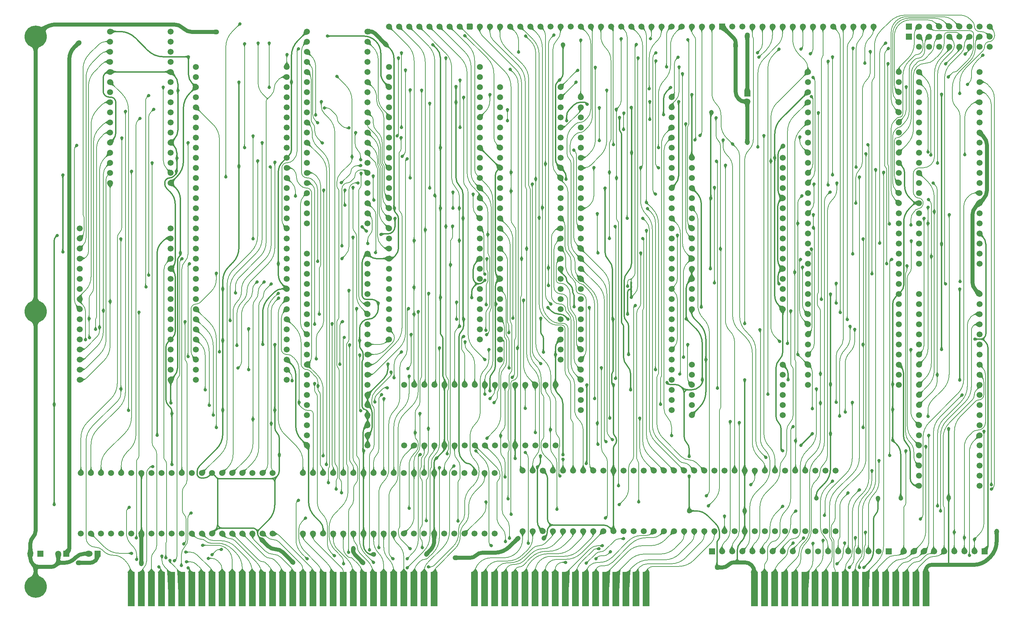
<source format=gbl>
%TF.GenerationSoftware,KiCad,Pcbnew,8.0.5*%
%TF.CreationDate,2024-11-23T15:46:00+02:00*%
%TF.ProjectId,Processor Board,50726f63-6573-4736-9f72-20426f617264,rev?*%
%TF.SameCoordinates,PX10f6c60PY1360f00*%
%TF.FileFunction,Copper,L2,Bot*%
%TF.FilePolarity,Positive*%
%FSLAX46Y46*%
G04 Gerber Fmt 4.6, Leading zero omitted, Abs format (unit mm)*
G04 Created by KiCad (PCBNEW 8.0.5) date 2024-11-23 15:46:00*
%MOMM*%
%LPD*%
G01*
G04 APERTURE LIST*
G04 Aperture macros list*
%AMRoundRect*
0 Rectangle with rounded corners*
0 $1 Rounding radius*
0 $2 $3 $4 $5 $6 $7 $8 $9 X,Y pos of 4 corners*
0 Add a 4 corners polygon primitive as box body*
4,1,4,$2,$3,$4,$5,$6,$7,$8,$9,$2,$3,0*
0 Add four circle primitives for the rounded corners*
1,1,$1+$1,$2,$3*
1,1,$1+$1,$4,$5*
1,1,$1+$1,$6,$7*
1,1,$1+$1,$8,$9*
0 Add four rect primitives between the rounded corners*
20,1,$1+$1,$2,$3,$4,$5,0*
20,1,$1+$1,$4,$5,$6,$7,0*
20,1,$1+$1,$6,$7,$8,$9,0*
20,1,$1+$1,$8,$9,$2,$3,0*%
G04 Aperture macros list end*
%TA.AperFunction,EtchedComponent*%
%ADD10C,0.000000*%
%TD*%
%TA.AperFunction,ComponentPad*%
%ADD11C,1.500000*%
%TD*%
%TA.AperFunction,ConnectorPad*%
%ADD12R,1.780000X8.620000*%
%TD*%
%TA.AperFunction,ComponentPad*%
%ADD13R,1.600000X1.600000*%
%TD*%
%TA.AperFunction,ComponentPad*%
%ADD14RoundRect,0.262467X-0.537533X-0.537533X0.537533X-0.537533X0.537533X0.537533X-0.537533X0.537533X0*%
%TD*%
%TA.AperFunction,ComponentPad*%
%ADD15R,1.500000X1.500000*%
%TD*%
%TA.AperFunction,ComponentPad*%
%ADD16RoundRect,0.400000X-0.400000X-0.400000X0.400000X-0.400000X0.400000X0.400000X-0.400000X0.400000X0*%
%TD*%
%TA.AperFunction,ComponentPad*%
%ADD17C,5.600000*%
%TD*%
%TA.AperFunction,SMDPad,CuDef*%
%ADD18C,0.500000*%
%TD*%
%TA.AperFunction,ViaPad*%
%ADD19C,0.800000*%
%TD*%
%TA.AperFunction,ViaPad*%
%ADD20C,1.200000*%
%TD*%
%TA.AperFunction,ViaPad*%
%ADD21C,1.300000*%
%TD*%
%TA.AperFunction,Conductor*%
%ADD22C,0.380000*%
%TD*%
%TA.AperFunction,Conductor*%
%ADD23C,1.000000*%
%TD*%
%TA.AperFunction,Conductor*%
%ADD24C,0.200000*%
%TD*%
G04 APERTURE END LIST*
D10*
%TA.AperFunction,EtchedComponent*%
%TO.C,NT2*%
G36*
X150110000Y-65143000D02*
G01*
X149610000Y-65143000D01*
X149610000Y-64143000D01*
X150110000Y-64143000D01*
X150110000Y-65143000D01*
G37*
%TD.AperFunction*%
%TA.AperFunction,EtchedComponent*%
%TO.C,NT3*%
G36*
X150110000Y-62984000D02*
G01*
X149610000Y-62984000D01*
X149610000Y-61984000D01*
X150110000Y-61984000D01*
X150110000Y-62984000D01*
G37*
%TD.AperFunction*%
%TD*%
D11*
%TO.P,B10,32,N.C.*%
%TO.N,unconnected-(B10-N.C.-Pad32)*%
X34012500Y1270000D03*
%TO.P,B10,31,N.C.*%
%TO.N,unconnected-(B10-N.C.-Pad31)*%
X34012500Y-1270000D03*
%TO.P,B10,30,N.C.*%
%TO.N,unconnected-(B10-N.C.-Pad30)*%
X34012500Y-3810000D03*
%TO.P,B10,29,N.C.*%
%TO.N,unconnected-(B10-N.C.-Pad29)*%
X34012500Y-6350000D03*
%TO.P,B10,28,GND*%
%TO.N,GND*%
X34012500Y-8890000D03*
%TO.P,B10,27,N.C.*%
%TO.N,unconnected-(B10-N.C.-Pad27)*%
X34012500Y-11430000D03*
%TO.P,B10,26,~{Set_Timer}*%
%TO.N,/~{Timer}*%
X34012500Y-13970000D03*
%TO.P,B10,25,N.C.*%
%TO.N,unconnected-(B10-N.C.-Pad25)*%
X34012500Y-16510000D03*
%TO.P,B10,24,N.C.*%
%TO.N,unconnected-(B10-N.C.-Pad24)*%
X34012500Y-19050000D03*
%TO.P,B10,23,N.C.*%
%TO.N,unconnected-(B10-N.C.-Pad23)*%
X34012500Y-21590000D03*
%TO.P,B10,22,N.C.*%
%TO.N,unconnected-(B10-N.C.-Pad22)*%
X34012500Y-24130000D03*
%TO.P,B10,21,GND*%
%TO.N,GND*%
X34012500Y-26670000D03*
%TO.P,B10,20,N.C.*%
%TO.N,unconnected-(B10-N.C.-Pad20)*%
X34012500Y-29210000D03*
%TO.P,B10,19,N.C.*%
%TO.N,unconnected-(B10-N.C.-Pad19)*%
X34012500Y-31750000D03*
%TO.P,B10,18,~{Hold}*%
%TO.N,Native Latch*%
X34012500Y-34290000D03*
%TO.P,B10,17,5V*%
%TO.N,/5V*%
X34012500Y-36830000D03*
%TO.P,B10,16,D7*%
%TO.N,/D7*%
X18772500Y-36830000D03*
%TO.P,B10,15,D6*%
%TO.N,/D6*%
X18772500Y-34290000D03*
%TO.P,B10,14,D5*%
%TO.N,/D5*%
X18772500Y-31750000D03*
%TO.P,B10,13,D4*%
%TO.N,/D4*%
X18772500Y-29210000D03*
%TO.P,B10,12,GND*%
%TO.N,GND*%
X18772500Y-26670000D03*
%TO.P,B10,11,D3*%
%TO.N,/D3*%
X18772500Y-24130000D03*
%TO.P,B10,10,D2*%
%TO.N,/D2*%
X18772500Y-21590000D03*
%TO.P,B10,9,D1*%
%TO.N,/D1*%
X18772500Y-19050000D03*
%TO.P,B10,8,D0*%
%TO.N,/D0*%
X18772500Y-16510000D03*
%TO.P,B10,7,~{NMI_Rate_Select}*%
%TO.N,/~{Timer Speed Select}*%
X18772500Y-13970000D03*
%TO.P,B10,6,CLK*%
%TO.N,/CLK*%
X18772500Y-11430000D03*
%TO.P,B10,5,GND*%
%TO.N,GND*%
X18772500Y-8890000D03*
%TO.P,B10,4,~{WD}*%
%TO.N,/~{WD}*%
X18772500Y-6350000D03*
%TO.P,B10,3,~{RD}*%
%TO.N,/~{RD}*%
X18772500Y-3810000D03*
%TO.P,B10,2,~{Reset}*%
%TO.N,~{Reset}*%
X18772500Y-1270000D03*
%TO.P,B10,1,5V*%
%TO.N,/5V*%
X18772500Y1270000D03*
%TD*%
D12*
%TO.P,J1,36,36*%
%TO.N,GND*%
X224038248Y-139065000D03*
%TO.P,J1,34,34*%
%TO.N,~{Enable}_{Device}1*%
X221498248Y-139065000D03*
%TO.P,J1,32,32*%
%TO.N,~{Enable}_{Device}2*%
X218958248Y-139065000D03*
%TO.P,J1,30,30*%
%TO.N,~{Enable}_{Device}3*%
X216418248Y-139065000D03*
%TO.P,J1,28,28*%
%TO.N,~{Enable}_{Device}4*%
X213878248Y-139065000D03*
%TO.P,J1,26,26*%
%TO.N,~{Enable}_{Device}5*%
X211338248Y-139065000D03*
%TO.P,J1,24,24*%
%TO.N,~{Reset}_{Device}1*%
X208798248Y-139065000D03*
%TO.P,J1,22,22*%
%TO.N,~{Reset}_{Device}2*%
X206258248Y-139065000D03*
%TO.P,J1,20,20*%
%TO.N,~{Reset}_{Device}3*%
X203718248Y-139065000D03*
%TO.P,J1,18,18*%
%TO.N,~{Reset}_{Device}4*%
X201178248Y-139065000D03*
%TO.P,J1,16,16*%
%TO.N,~{Reset}_{Device}5*%
X198638248Y-139065000D03*
%TO.P,J1,14,14*%
%TO.N,~{Reset}_{Device}6*%
X196098248Y-139065000D03*
%TO.P,J1,12,12*%
%TO.N,~{Reset}_{Device}7*%
X193558248Y-139065000D03*
%TO.P,J1,10,10*%
%TO.N,~{Reset}_{Device}16*%
X191018248Y-139065000D03*
%TO.P,J1,8,8*%
%TO.N,~{Reset}_{Device}17*%
X188478248Y-139065000D03*
%TO.P,J1,6,6*%
%TO.N,~{Reset}_{Device}18*%
X185938248Y-139065000D03*
%TO.P,J1,4,4*%
%TO.N,~{Reset}_{Device}19*%
X183398248Y-139065000D03*
%TO.P,J1,2,2*%
%TO.N,GND*%
X180858248Y-139065000D03*
%TD*%
D11*
%TO.P,B18,26,IC0*%
%TO.N,/IC0*%
X240030001Y-2540000D03*
%TO.P,B18,25,IC1*%
%TO.N,/IC1*%
X237490000Y-2540000D03*
%TO.P,B18,24,IC2*%
%TO.N,/IC2*%
X234950000Y-2540000D03*
%TO.P,B18,23,IC3*%
%TO.N,/IC3*%
X232410000Y-2540000D03*
%TO.P,B18,22,IC4*%
%TO.N,/IC4*%
X229870000Y-2540000D03*
%TO.P,B18,21,IC5*%
%TO.N,/IC5*%
X227329999Y-2540000D03*
%TO.P,B18,20,IC6*%
%TO.N,/IC6*%
X224790000Y-2540000D03*
%TO.P,B18,19,IC7*%
%TO.N,/IC7*%
X222250000Y-2540000D03*
%TO.P,B18,18,IC8*%
%TO.N,/IC8*%
X240030000Y0D03*
%TO.P,B18,17,IC9*%
%TO.N,/IC9*%
X237490000Y0D03*
%TO.P,B18,16,IC10*%
%TO.N,/IC10*%
X234950000Y0D03*
%TO.P,B18,15,IC11*%
%TO.N,/IC11*%
X232410000Y0D03*
%TO.P,B18,14,IC12*%
%TO.N,/IC12*%
X229870000Y0D03*
%TO.P,B18,13,IC13*%
%TO.N,/IC13*%
X227330000Y0D03*
%TO.P,B18,12,IC14*%
%TO.N,/IC14*%
X224790000Y0D03*
%TO.P,B18,11,IC15*%
%TO.N,/IC15*%
X222250000Y0D03*
D13*
%TO.P,B18,10,GND*%
%TO.N,GND*%
X219710000Y0D03*
D11*
%TO.P,B18,9,OP0*%
%TO.N,/OP0*%
X240030000Y2540000D03*
%TO.P,B18,8,OP1*%
%TO.N,/OP1*%
X237490000Y2540000D03*
%TO.P,B18,7,OP2*%
%TO.N,/OP2*%
X234950000Y2540000D03*
%TO.P,B18,6,OP3*%
%TO.N,/OP3*%
X232410000Y2540000D03*
%TO.P,B18,5,OP4*%
%TO.N,/OP4*%
X229870000Y2540000D03*
%TO.P,B18,4,OP5*%
%TO.N,/OP5*%
X227330000Y2540000D03*
%TO.P,B18,3,OP6*%
%TO.N,/OP6*%
X224790000Y2540000D03*
%TO.P,B18,2,OP7*%
%TO.N,/OP7*%
X222250000Y2540000D03*
D14*
%TO.P,B18,1,12V*%
%TO.N,12V*%
X219710000Y2540000D03*
%TD*%
D11*
%TO.P,B5,56,~{Special__{CS}15}*%
%TO.N,/~{Count Access}_{3}*%
X132080000Y-12700000D03*
%TO.P,B5,55,~{Special__{CS}14}*%
%TO.N,/~{Count Access}_{2}*%
X132080000Y-15240000D03*
%TO.P,B5,54,~{Special__{CS}13}*%
%TO.N,/~{Count Access}_{1}*%
X132080000Y-17780000D03*
%TO.P,B5,53,~{Special__{CS}12}*%
%TO.N,/~{Count Access}_{0}*%
X132080000Y-20320000D03*
%TO.P,B5,52,A0*%
%TO.N,/A0*%
X132080000Y-22860000D03*
%TO.P,B5,51,A1*%
%TO.N,/A1*%
X132080000Y-25400000D03*
%TO.P,B5,50,A2*%
%TO.N,/A2*%
X132080000Y-27940000D03*
%TO.P,B5,49,A3*%
%TO.N,/A3*%
X132080000Y-30480000D03*
%TO.P,B5,48,GND*%
%TO.N,GND*%
X132080000Y-33020000D03*
%TO.P,B5,47,A15*%
%TO.N,/A15*%
X132080000Y-35560000D03*
%TO.P,B5,46,A16*%
%TO.N,/BA0*%
X132080000Y-38100000D03*
%TO.P,B5,45,A17*%
%TO.N,/BA1*%
X132080000Y-40640000D03*
%TO.P,B5,44,A18*%
%TO.N,/BA2*%
X132080000Y-43180000D03*
%TO.P,B5,43,A19*%
%TO.N,/BA3*%
X132080000Y-45720000D03*
%TO.P,B5,42,A20*%
%TO.N,/BA4*%
X132080000Y-48260000D03*
%TO.P,B5,41,A21*%
%TO.N,/BA5*%
X132080000Y-50800000D03*
%TO.P,B5,40,A22*%
%TO.N,/BA6*%
X132080000Y-53340000D03*
%TO.P,B5,39,A23*%
%TO.N,/BA7*%
X132080000Y-55880000D03*
%TO.P,B5,38,Kernal_Mode*%
%TO.N,/3.3V*%
X132080000Y-58420000D03*
%TO.P,B5,37,GND*%
%TO.N,GND*%
X132080000Y-60960000D03*
%TO.P,B5,36,~{Other}*%
%TO.N,~{Main}*%
X132080000Y-63500000D03*
%TO.P,B5,35,~{Device_Group_128K}*%
%TO.N,unconnected-(B5-~{Device_Group_128K}-Pad35)*%
X132080000Y-66040000D03*
%TO.P,B5,34,~{Device_Group_32K}*%
%TO.N,unconnected-(B5-~{Device_Group_32K}-Pad34)*%
X132080000Y-68580000D03*
%TO.P,B5,33,~{ROM_{CS}}*%
%TO.N,/~{ROM_{CS}}*%
X132080000Y-71120000D03*
%TO.P,B5,32,~{RAM_{CS}}*%
%TO.N,/~{RAM_{CS}}*%
X132080000Y-73660000D03*
%TO.P,B5,31,5V*%
%TO.N,/5V*%
X132080000Y-76200000D03*
%TO.P,B5,30,Native_Latch*%
%TO.N,Native Latch*%
X132080000Y-78740000D03*
%TO.P,B5,29,~{Device}*%
%TO.N,~{Device}*%
X132080000Y-81280000D03*
%TO.P,B5,28,~{Special}*%
%TO.N,/~{Special}*%
X116840000Y-81280000D03*
%TO.P,B5,27,~{Device__{CS}1}*%
%TO.N,~{Select}_{Device}1*%
X116840000Y-78740000D03*
%TO.P,B5,26,~{Reset}*%
%TO.N,~{Reset}*%
X116840000Y-76200000D03*
%TO.P,B5,25,~{Device__{CS}2}*%
%TO.N,~{Select}_{Device}2*%
X116840000Y-73660000D03*
%TO.P,B5,24,~{Device__{CS}3}*%
%TO.N,~{Select}_{Device}3*%
X116840000Y-71120000D03*
%TO.P,B5,23,~{Device__{CS}4}*%
%TO.N,~{Select}_{Device}4*%
X116840000Y-68580000D03*
%TO.P,B5,22,~{Device__{CS}5}*%
%TO.N,~{Select}_{Device}5*%
X116840000Y-66040000D03*
%TO.P,B5,21,~{Device__{CS}6}*%
%TO.N,~{Select}_{Device}6*%
X116840000Y-63500000D03*
%TO.P,B5,20,GND*%
%TO.N,GND*%
X116840000Y-60960000D03*
%TO.P,B5,19,~{Device__{CS}7}*%
%TO.N,~{Select}_{Device}7*%
X116840000Y-58420000D03*
%TO.P,B5,18,~{Device__{CS}16}*%
%TO.N,~{Select}_{Device}16*%
X116840000Y-55880000D03*
%TO.P,B5,17,~{Device__{CS}17}*%
%TO.N,~{Select}_{Device}17*%
X116840000Y-53340000D03*
%TO.P,B5,16,~{Device__{CS}18}*%
%TO.N,~{Select}_{Device}18*%
X116840000Y-50800000D03*
%TO.P,B5,15,~{Device__{CS}19}*%
%TO.N,~{Select}_{Device}19*%
X116840000Y-48260000D03*
%TO.P,B5,14,~{Special__{CS}0}*%
%TO.N,/~{Device Interrupt}_{ 1..7}*%
X116840000Y-45720000D03*
%TO.P,B5,13,~{Special__{CS}1}*%
%TO.N,unconnected-(B5-~{Special__{CS}1}-Pad13)*%
X116840000Y-43180000D03*
%TO.P,B5,12,~{Special__{CS}2}*%
%TO.N,/~{Device Interrupt}_{ 16..19}*%
X116840000Y-40640000D03*
%TO.P,B5,11,~{Special__{CS}3}*%
%TO.N,/~{Device Reset{slash}Enable}_{ 1..7}*%
X116840000Y-38100000D03*
%TO.P,B5,10,~{Special__{CS}4}*%
%TO.N,unconnected-(B5-~{Special__{CS}4}-Pad10)*%
X116840000Y-35560000D03*
%TO.P,B5,9,GND*%
%TO.N,GND*%
X116840000Y-33020000D03*
%TO.P,B5,8,~{Special__{CS}5}*%
%TO.N,/~{Device Reset{slash}Enable}_{ 16..19}*%
X116840000Y-30480000D03*
%TO.P,B5,7,~{Special__{CS}6}*%
%TO.N,/~{Timer Speed Select}*%
X116840000Y-27940000D03*
%TO.P,B5,6,~{Special__{CS}7}*%
%TO.N,/~{NMI State}*%
X116840000Y-25400000D03*
%TO.P,B5,5,~{Special__{CS}8}*%
%TO.N,/~{User Program}*%
X116840000Y-22860000D03*
%TO.P,B5,4,~{Special__{CS}9}*%
%TO.N,/~{Interrupt Depth}*%
X116840000Y-20320000D03*
%TO.P,B5,3,5V*%
%TO.N,/5V*%
X116840000Y-17780000D03*
%TO.P,B5,2,~{Special__{CS}10}*%
%TO.N,unconnected-(B5-~{Special__{CS}10}-Pad2)*%
X116840000Y-15240000D03*
%TO.P,B5,1,~{Special__{CS}11}*%
%TO.N,/~{Clear Counter}*%
X116840000Y-12700000D03*
%TD*%
%TO.P,B3,40,~{Reset}*%
%TO.N,~{Reset}*%
X237490000Y-8890000D03*
%TO.P,B3,39,~{Reset}_7*%
%TO.N,~{Reset}_{Device}7*%
X237490000Y-11430000D03*
%TO.P,B3,38,~{Reset}_6*%
%TO.N,~{Reset}_{Device}6*%
X237490000Y-13970000D03*
%TO.P,B3,37,~{Reset}_5*%
%TO.N,~{Reset}_{Device}5*%
X237490000Y-16510000D03*
%TO.P,B3,36,~{Reset}_4*%
%TO.N,~{Reset}_{Device}4*%
X237490000Y-19050000D03*
%TO.P,B3,35,~{Reset}_15*%
%TO.N,unconnected-(B3-~{Reset}_15-Pad35)*%
X237490000Y-21590000D03*
%TO.P,B3,34,GND*%
%TO.N,GND*%
X237490000Y-24130000D03*
%TO.P,B3,33,~{Reset}_14*%
%TO.N,unconnected-(B3-~{Reset}_14-Pad33)*%
X237490000Y-26670000D03*
%TO.P,B3,32,~{Reset}_13*%
%TO.N,unconnected-(B3-~{Reset}_13-Pad32)*%
X237490000Y-29210000D03*
%TO.P,B3,31,~{Reset}_12*%
%TO.N,unconnected-(B3-~{Reset}_12-Pad31)*%
X237490000Y-31750000D03*
%TO.P,B3,30,~{Reset}_16*%
%TO.N,~{Reset}_{Device}16*%
X237490000Y-34290000D03*
%TO.P,B3,29,~{Reset}_17*%
%TO.N,~{Reset}_{Device}17*%
X237490000Y-36830000D03*
%TO.P,B3,28,~{Reset}_18*%
%TO.N,~{Reset}_{Device}18*%
X237490000Y-39370000D03*
%TO.P,B3,27,GND*%
%TO.N,GND*%
X237490000Y-41910000D03*
%TO.P,B3,26,~{Reset}_19*%
%TO.N,~{Reset}_{Device}19*%
X237490000Y-44450000D03*
%TO.P,B3,25,~{Enables}_1..7*%
%TO.N,/~{Device Reset{slash}Enable}_{ 1..7}*%
X237490000Y-46990000D03*
%TO.P,B3,24,~{Enables}_8..15*%
%TO.N,/3.3V*%
X237490000Y-49530000D03*
%TO.P,B3,23,5V*%
%TO.N,/5V*%
X237490000Y-52070000D03*
%TO.P,B3,22,~{Enables}_16..19*%
%TO.N,/~{Device Reset{slash}Enable}_{ 16..19}*%
X237490000Y-54610000D03*
%TO.P,B3,21,~{CLK}*%
%TO.N,/CLK*%
X237490000Y-57150000D03*
%TO.P,B3,20,~{WD}*%
%TO.N,/~{WD}*%
X222250000Y-57150000D03*
%TO.P,B3,19,D7*%
%TO.N,/D7*%
X222250000Y-54610000D03*
%TO.P,B3,18,D6*%
%TO.N,/D6*%
X222250000Y-52070000D03*
%TO.P,B3,17,D5*%
%TO.N,/D5*%
X222250000Y-49530000D03*
%TO.P,B3,16,D4*%
%TO.N,/D4*%
X222250000Y-46990000D03*
%TO.P,B3,15,D3*%
%TO.N,/D3*%
X222250000Y-44450000D03*
%TO.P,B3,14,GND*%
%TO.N,GND*%
X222250000Y-41910000D03*
%TO.P,B3,13,D2*%
%TO.N,/D2*%
X222250000Y-39370000D03*
%TO.P,B3,12,D1*%
%TO.N,/D1*%
X222250000Y-36830000D03*
%TO.P,B3,11,D0*%
%TO.N,/D0*%
X222250000Y-34290000D03*
%TO.P,B3,10,N.C.*%
%TO.N,unconnected-(B3-N.C.-Pad10)*%
X222250000Y-31750000D03*
%TO.P,B3,9,~{Reset}_11*%
%TO.N,unconnected-(B3-~{Reset}_11-Pad9)*%
X222250000Y-29210000D03*
%TO.P,B3,8,~{Reset}_10*%
%TO.N,unconnected-(B3-~{Reset}_10-Pad8)*%
X222250000Y-26670000D03*
%TO.P,B3,7,GND*%
%TO.N,GND*%
X222250000Y-24130000D03*
%TO.P,B3,6,~{Reset}_9*%
%TO.N,unconnected-(B3-~{Reset}_9-Pad6)*%
X222250000Y-21590000D03*
%TO.P,B3,5,~{Reset}_8*%
%TO.N,unconnected-(B3-~{Reset}_8-Pad5)*%
X222250000Y-19050000D03*
%TO.P,B3,4,~{Reset}_3*%
%TO.N,~{Reset}_{Device}3*%
X222250000Y-16510000D03*
%TO.P,B3,3,5V*%
%TO.N,/5V*%
X222250000Y-13970000D03*
%TO.P,B3,2,~{Reset}_2*%
%TO.N,~{Reset}_{Device}2*%
X222250000Y-11430000D03*
%TO.P,B3,1,~{Reset}_1*%
%TO.N,~{Reset}_{Device}1*%
X222250000Y-8890000D03*
%TD*%
%TO.P,B9,40,A15*%
%TO.N,A15_{D}*%
X59682000Y-125095000D03*
%TO.P,B9,39,A14*%
%TO.N,A14_{D}*%
X57142000Y-125095000D03*
%TO.P,B9,38,A13*%
%TO.N,A13_{D}*%
X54602000Y-125095000D03*
%TO.P,B9,37,A12*%
%TO.N,A12_{D}*%
X52062000Y-125095000D03*
%TO.P,B9,36,A11*%
%TO.N,A11_{D}*%
X49522000Y-125095000D03*
%TO.P,B9,35,A10*%
%TO.N,A10_{D}*%
X46982000Y-125095000D03*
%TO.P,B9,34,GND*%
%TO.N,GND*%
X44442000Y-125095000D03*
%TO.P,B9,33,A9*%
%TO.N,A9_{D}*%
X41902000Y-125095000D03*
%TO.P,B9,32,A8*%
%TO.N,A8_{D}*%
X39362000Y-125095000D03*
%TO.P,B9,31,N.C.*%
%TO.N,unconnected-(B9-N.C.-Pad31)*%
X36822000Y-125095000D03*
%TO.P,B9,30,A7*%
%TO.N,A7_{D}*%
X34282000Y-125095000D03*
%TO.P,B9,29,A6*%
%TO.N,A6_{D}*%
X31742000Y-125095000D03*
%TO.P,B9,28,A5*%
%TO.N,A5_{D}*%
X29202000Y-125095000D03*
%TO.P,B9,27,GND*%
%TO.N,GND*%
X26662000Y-125095000D03*
%TO.P,B9,26,A4*%
%TO.N,A4_{D}*%
X24122000Y-125095000D03*
%TO.P,B9,25,A3*%
%TO.N,A3_{D}*%
X21582000Y-125095000D03*
%TO.P,B9,24,A2*%
%TO.N,A2_{D}*%
X19042000Y-125095000D03*
%TO.P,B9,23,5V*%
%TO.N,/5V*%
X16502000Y-125095000D03*
%TO.P,B9,22,A1*%
%TO.N,A1_{D}*%
X13962000Y-125095000D03*
%TO.P,B9,21,A0*%
%TO.N,A0_{D}*%
X11422000Y-125095000D03*
%TO.P,B9,20,A0_{IN}*%
%TO.N,/A0*%
X11422000Y-109855000D03*
%TO.P,B9,19,A1_{IN}*%
%TO.N,/A1*%
X13962000Y-109855000D03*
%TO.P,B9,18,A2_{IN}*%
%TO.N,/A2*%
X16502000Y-109855000D03*
%TO.P,B9,17,A3_{IN}*%
%TO.N,/A3*%
X19042000Y-109855000D03*
%TO.P,B9,16,A4_{IN}*%
%TO.N,/A4*%
X21582000Y-109855000D03*
%TO.P,B9,15,A5_{IN}*%
%TO.N,/A5*%
X24122000Y-109855000D03*
%TO.P,B9,14,GND*%
%TO.N,GND*%
X26662000Y-109855000D03*
%TO.P,B9,13,A6_{IN}*%
%TO.N,/A6*%
X29202000Y-109855000D03*
%TO.P,B9,12,A7_{IN}*%
%TO.N,/A7*%
X31742000Y-109855000D03*
%TO.P,B9,11,Device_~{CS}*%
%TO.N,~{Device}*%
X34282000Y-109855000D03*
%TO.P,B9,10,A8_{IN}*%
%TO.N,/A8*%
X36822000Y-109855000D03*
%TO.P,B9,9,A9_{IN}*%
%TO.N,/A9*%
X39362000Y-109855000D03*
%TO.P,B9,8,A10_{IN}*%
%TO.N,/A10*%
X41902000Y-109855000D03*
%TO.P,B9,7,GND*%
%TO.N,GND*%
X44442000Y-109855000D03*
%TO.P,B9,6,A11_{IN}*%
%TO.N,/A11*%
X46982000Y-109855000D03*
%TO.P,B9,5,A12_{IN}*%
%TO.N,/A12*%
X49522000Y-109855000D03*
%TO.P,B9,4,A13_{IN}*%
%TO.N,/A13*%
X52062000Y-109855000D03*
%TO.P,B9,3,5V*%
%TO.N,/5V*%
X54602000Y-109855000D03*
%TO.P,B9,2,A14_{IN}*%
%TO.N,/A14*%
X57142000Y-109855000D03*
%TO.P,B9,1,A15_{IN}*%
%TO.N,/A15*%
X59682000Y-109855000D03*
%TD*%
%TO.P,B11,32,~{NMI}*%
%TO.N,/~{NMI}*%
X34012500Y-48260000D03*
%TO.P,B11,31,~{Set_Break_3}*%
%TO.N,/3.3V*%
X34012500Y-50800000D03*
%TO.P,B11,30,~{Set_Break_2}*%
%TO.N,~{NMI}_{2}*%
X34012500Y-53340000D03*
%TO.P,B11,29,~{Set_Break_1}*%
%TO.N,~{NMI}_{1}*%
X34012500Y-55880000D03*
%TO.P,B11,28,GND*%
%TO.N,GND*%
X34012500Y-58420000D03*
%TO.P,B11,27,Set_Disable_NMI*%
%TO.N,/Enter Interrupt*%
X34012500Y-60960000D03*
%TO.P,B11,26,Set_Enable_NMI*%
%TO.N,/RTI*%
X34012500Y-63500000D03*
%TO.P,B11,25,~{Set_Timer}*%
%TO.N,/~{Timer}*%
X34012500Y-66040000D03*
%TO.P,B11,24,NMI_Enabled*%
%TO.N,unconnected-(B11-NMI_Enabled-Pad24)*%
X34012500Y-68580000D03*
%TO.P,B11,23,~{NMI_State}*%
%TO.N,/~{NMI State}*%
X34012500Y-71120000D03*
%TO.P,B11,22,Break_1*%
%TO.N,unconnected-(B11-Break_1-Pad22)*%
X34012500Y-73660000D03*
%TO.P,B11,21,GND*%
%TO.N,GND*%
X34012500Y-76200000D03*
%TO.P,B11,20,Break_2*%
%TO.N,unconnected-(B11-Break_2-Pad20)*%
X34012500Y-78740000D03*
%TO.P,B11,19,Break_3*%
%TO.N,unconnected-(B11-Break_3-Pad19)*%
X34012500Y-81280000D03*
%TO.P,B11,18,Timer*%
%TO.N,unconnected-(B11-Timer-Pad18)*%
X34012500Y-83820000D03*
%TO.P,B11,17,5V*%
%TO.N,/5V*%
X34012500Y-86360000D03*
%TO.P,B11,16,D7*%
%TO.N,/D7*%
X11152500Y-86360000D03*
%TO.P,B11,15,D6*%
%TO.N,/D6*%
X11152500Y-83820000D03*
%TO.P,B11,14,D5*%
%TO.N,/D5*%
X11152500Y-81280000D03*
%TO.P,B11,13,D4*%
%TO.N,/D4*%
X11152500Y-78740000D03*
%TO.P,B11,12,GND*%
%TO.N,GND*%
X11152500Y-76200000D03*
%TO.P,B11,11,D3*%
%TO.N,/D3*%
X11152500Y-73660000D03*
%TO.P,B11,10,D2*%
%TO.N,/D2*%
X11152500Y-71120000D03*
%TO.P,B11,9,D1*%
%TO.N,/D1*%
X11152500Y-68580000D03*
%TO.P,B11,8,D0*%
%TO.N,/D0*%
X11152500Y-66040000D03*
%TO.P,B11,7,MPU0*%
%TO.N,MPU0*%
X11152500Y-63500000D03*
%TO.P,B11,6,MPU1*%
%TO.N,MPU1*%
X11152500Y-60960000D03*
%TO.P,B11,5,GND*%
%TO.N,GND*%
X11152500Y-58420000D03*
%TO.P,B11,4,~{WD}*%
%TO.N,/~{WD}*%
X11152500Y-55880000D03*
%TO.P,B11,3,~{RD}*%
%TO.N,/~{RD}*%
X11152500Y-53340000D03*
%TO.P,B11,2,~{Reset}*%
%TO.N,~{Reset}*%
X11152500Y-50800000D03*
%TO.P,B11,1,5V*%
%TO.N,/5V*%
X11152500Y-48260000D03*
%TD*%
%TO.P,RN8,9,R8*%
%TO.N,~{Enable}_{Device}5*%
X218440000Y-129540000D03*
%TO.P,RN8,8,R7*%
%TO.N,~{Enable}_{Device}4*%
X220980000Y-129540000D03*
%TO.P,RN8,7,R6*%
%TO.N,~{Enable}_{Device}3*%
X223520000Y-129540000D03*
%TO.P,RN8,6,R5*%
%TO.N,~{Enable}_{Device}2*%
X226060000Y-129540000D03*
%TO.P,RN8,5,R4*%
%TO.N,~{Enable}_{Device}1*%
X228600000Y-129540000D03*
%TO.P,RN8,4,R3*%
%TO.N,~{Interrupt}_{Device}19*%
X231140000Y-129540000D03*
%TO.P,RN8,3,R2*%
%TO.N,~{Interrupt}_{Device}18*%
X233680000Y-129540000D03*
%TO.P,RN8,2,R1*%
%TO.N,~{Interrupt}_{Device}17*%
X236220000Y-129540000D03*
D15*
%TO.P,RN8,1,PC*%
%TO.N,/3.3V*%
X238760000Y-129540000D03*
%TD*%
D11*
%TO.P,B13,49,X*%
%TO.N,/X*%
X210820000Y2540000D03*
%TO.P,B13,48,VPA*%
%TO.N,/VPA*%
X208280000Y2540000D03*
%TO.P,B13,47,~{NMI}*%
%TO.N,/~{NMI}*%
X205740000Y2540000D03*
%TO.P,B13,46,~{ML}*%
%TO.N,/~{ML}*%
X203200000Y2540000D03*
%TO.P,B13,45,~{IRQ}*%
%TO.N,/~{IRQ}*%
X200660000Y2540000D03*
%TO.P,B13,44,~{ABORT}*%
%TO.N,~{ABORT}*%
X198120000Y2540000D03*
%TO.P,B13,43,RDY*%
%TO.N,/RDY*%
X195580000Y2540000D03*
%TO.P,B13,42,~{VP}*%
%TO.N,/~{VP}*%
X193040000Y2540000D03*
%TO.P,B13,41,~{RES}*%
%TO.N,~{Reset}*%
X190500000Y2540000D03*
%TO.P,B13,40,VDA*%
%TO.N,/VDA*%
X187960000Y2540000D03*
%TO.P,B13,39,M*%
%TO.N,/M*%
X185420000Y2540000D03*
%TO.P,B13,38,E*%
%TO.N,/E*%
X182880000Y2540000D03*
%TO.P,B13,37,R~{W}*%
%TO.N,/R~{W}*%
X180340000Y2540000D03*
%TO.P,B13,36,BE*%
%TO.N,/BE*%
X177800000Y2540000D03*
%TO.P,B13,35,PHI2*%
%TO.N,/PHI2*%
X175260000Y2540000D03*
D13*
%TO.P,B13,34,GND*%
%TO.N,GND*%
X172720000Y2540000D03*
D11*
%TO.P,B13,33,A0*%
%TO.N,/A0*%
X170180000Y2540000D03*
%TO.P,B13,32,A1*%
%TO.N,/A1*%
X167640000Y2540000D03*
%TO.P,B13,31,A2*%
%TO.N,/A2*%
X165100000Y2540000D03*
%TO.P,B13,30,A3*%
%TO.N,/A3*%
X162560000Y2540000D03*
%TO.P,B13,29,A4*%
%TO.N,/A4*%
X160020000Y2540000D03*
%TO.P,B13,28,A5*%
%TO.N,/A5*%
X157480000Y2540000D03*
%TO.P,B13,27,A6*%
%TO.N,/A6*%
X154940000Y2540000D03*
%TO.P,B13,26,A7*%
%TO.N,/A7*%
X152400000Y2540000D03*
%TO.P,B13,25,A8*%
%TO.N,/A8*%
X149860000Y2540000D03*
%TO.P,B13,24,A9*%
%TO.N,/A9*%
X147320000Y2540000D03*
%TO.P,B13,23,A10*%
%TO.N,/A10*%
X144780000Y2540000D03*
%TO.P,B13,22,A11*%
%TO.N,/A11*%
X142240000Y2540000D03*
%TO.P,B13,21,A12*%
%TO.N,/A12*%
X139700000Y2540000D03*
%TO.P,B13,20,A13*%
%TO.N,/A13*%
X137160000Y2540000D03*
%TO.P,B13,19,A14*%
%TO.N,/A14*%
X134620000Y2540000D03*
%TO.P,B13,18,A15*%
%TO.N,/A15*%
X132080000Y2540000D03*
%TO.P,B13,17,A16*%
%TO.N,/A16*%
X129540000Y2540000D03*
%TO.P,B13,16,A17*%
%TO.N,/A17*%
X127000000Y2540000D03*
%TO.P,B13,15,A18*%
%TO.N,/A18*%
X124460000Y2540000D03*
%TO.P,B13,14,A19*%
%TO.N,/A19*%
X121920000Y2540000D03*
%TO.P,B13,13,A20*%
%TO.N,/A20*%
X119380000Y2540000D03*
%TO.P,B13,12,A21*%
%TO.N,/A21*%
X116840000Y2540000D03*
%TO.P,B13,11,A22*%
%TO.N,/A22*%
X114300000Y2540000D03*
%TO.P,B13,10,A23*%
%TO.N,/A23*%
X111760000Y2540000D03*
D16*
%TO.P,B13,9,12V*%
%TO.N,12V*%
X109220000Y2540000D03*
D11*
%TO.P,B13,8,D0*%
%TO.N,/D0*%
X106680000Y2540000D03*
%TO.P,B13,7,D1*%
%TO.N,/D1*%
X104140000Y2540000D03*
%TO.P,B13,6,D2*%
%TO.N,/D2*%
X101600000Y2540000D03*
%TO.P,B13,5,D3*%
%TO.N,/D3*%
X99060000Y2540000D03*
%TO.P,B13,4,D4*%
%TO.N,/D4*%
X96520000Y2540000D03*
%TO.P,B13,3,D5*%
%TO.N,/D5*%
X93980000Y2540000D03*
%TO.P,B13,2,D6*%
%TO.N,/D6*%
X91440000Y2540000D03*
%TO.P,B13,1,D7*%
%TO.N,/D7*%
X88900000Y2540000D03*
%TD*%
%TO.P,B14,40,GND*%
%TO.N,GND*%
X83542500Y1270000D03*
%TO.P,B14,39,Q11*%
%TO.N,/SA0*%
X83542500Y-1270000D03*
%TO.P,B14,38,Q10*%
%TO.N,/SA1*%
X83542500Y-3810000D03*
%TO.P,B14,37,Q9*%
%TO.N,/SA2*%
X83542500Y-6350000D03*
%TO.P,B14,36,Q8*%
%TO.N,/SA3*%
X83542500Y-8890000D03*
%TO.P,B14,35,Q7*%
%TO.N,/SA4*%
X83542500Y-11430000D03*
%TO.P,B14,34,Q6*%
%TO.N,/SA5*%
X83542500Y-13970000D03*
%TO.P,B14,33,Q5*%
%TO.N,/SA6*%
X83542500Y-16510000D03*
%TO.P,B14,32,Q4*%
%TO.N,/SA7*%
X83542500Y-19050000D03*
%TO.P,B14,31,Q3*%
%TO.N,/SA8*%
X83542500Y-21590000D03*
%TO.P,B14,30,Q2*%
%TO.N,/SA9*%
X83542500Y-24130000D03*
%TO.P,B14,29,Q1*%
%TO.N,/SA10*%
X83542500Y-26670000D03*
%TO.P,B14,28,Q0*%
%TO.N,/SA11*%
X83542500Y-29210000D03*
%TO.P,B14,27,B0*%
%TO.N,/UP3*%
X83542500Y-31750000D03*
%TO.P,B14,26,B1*%
%TO.N,/UP2*%
X83542500Y-34290000D03*
%TO.P,B14,25,B2*%
%TO.N,/UP1*%
X83542500Y-36830000D03*
%TO.P,B14,24,B3*%
%TO.N,/UP0*%
X83542500Y-39370000D03*
%TO.P,B14,23,B4*%
%TO.N,/BA7*%
X83542500Y-41910000D03*
%TO.P,B14,22,B5*%
%TO.N,/BA6*%
X83542500Y-44450000D03*
%TO.P,B14,21,B6*%
%TO.N,/BA5*%
X83542500Y-46990000D03*
%TO.P,B14,20,5V*%
%TO.N,/5V*%
X68302500Y-46990000D03*
%TO.P,B14,19,B7*%
%TO.N,/BA4*%
X68302500Y-44450000D03*
%TO.P,B14,18,B8*%
%TO.N,/BA3*%
X68302500Y-41910000D03*
%TO.P,B14,17,B9*%
%TO.N,/BA2*%
X68302500Y-39370000D03*
%TO.P,B14,16,B10*%
%TO.N,/BA1*%
X68302500Y-36830000D03*
%TO.P,B14,15,B11*%
%TO.N,/BA0*%
X68302500Y-34290000D03*
%TO.P,B14,14,A0*%
%TO.N,/A11*%
X68302500Y-31750000D03*
%TO.P,B14,13,A1*%
%TO.N,/A10*%
X68302500Y-29210000D03*
%TO.P,B14,12,A2*%
%TO.N,/A9*%
X68302500Y-26670000D03*
%TO.P,B14,11,A3*%
%TO.N,/A8*%
X68302500Y-24130000D03*
%TO.P,B14,10,A4*%
%TO.N,/A7*%
X68302500Y-21590000D03*
%TO.P,B14,9,A5*%
%TO.N,/A6*%
X68302500Y-19050000D03*
%TO.P,B14,8,A6*%
%TO.N,/A5*%
X68302500Y-16510000D03*
%TO.P,B14,7,A7*%
%TO.N,/A4*%
X68302500Y-13970000D03*
%TO.P,B14,6,A8*%
%TO.N,/A3*%
X68302500Y-11430000D03*
%TO.P,B14,5,A9*%
%TO.N,/A2*%
X68302500Y-8890000D03*
%TO.P,B14,4,A10*%
%TO.N,/A1*%
X68302500Y-6350000D03*
%TO.P,B14,3,A11*%
%TO.N,/A0*%
X68302500Y-3810000D03*
%TO.P,B14,2,S*%
%TO.N,/~{CLK}*%
X68302500Y-1270000D03*
%TO.P,B14,1,~{E}*%
%TO.N,GND*%
X68302500Y1270000D03*
%TD*%
%TO.P,B19,12,GND*%
%TO.N,GND*%
X187960000Y-82550000D03*
%TO.P,B19,11,N.C.*%
%TO.N,unconnected-(B19-N.C.-Pad11)*%
X187960000Y-85090000D03*
%TO.P,B19,10,Bank_Latch*%
%TO.N,/Bank Latch*%
X187960000Y-87630000D03*
%TO.P,B19,9,~{Trans_Out}*%
%TO.N,/~{Trans Out}*%
X187960000Y-90170000D03*
%TO.P,B19,8,N.C.*%
%TO.N,unconnected-(B19-N.C.-Pad8)*%
X187960000Y-92710000D03*
%TO.P,B19,7,N.C.*%
%TO.N,unconnected-(B19-N.C.-Pad7)*%
X187960000Y-95250000D03*
%TO.P,B19,6,3.3V*%
%TO.N,/3.3V*%
X165100000Y-95250000D03*
%TO.P,B19,5,N.C.*%
%TO.N,unconnected-(B19-N.C.-Pad5)*%
X165100000Y-92710000D03*
%TO.P,B19,4,N.C.*%
%TO.N,unconnected-(B19-N.C.-Pad4)*%
X165100000Y-90170000D03*
%TO.P,B19,3,~{PHI2}*%
%TO.N,/~{PHI2}*%
X165100000Y-87630000D03*
%TO.P,B19,2,N.C.*%
%TO.N,unconnected-(B19-N.C.-Pad2)*%
X165100000Y-85090000D03*
%TO.P,B19,1,N.C.*%
%TO.N,unconnected-(B19-N.C.-Pad1)*%
X165100000Y-82550000D03*
%TD*%
%TO.P,C4,2*%
%TO.N,GND*%
X5739000Y-130175000D03*
D15*
%TO.P,C4,1*%
%TO.N,12V*%
X7739000Y-130175000D03*
%TD*%
D17*
%TO.P,H8,1,GND*%
%TO.N,GND*%
X0Y0D03*
%TD*%
D11*
%TO.P,B15,32,N.C.*%
%TO.N,unconnected-(B15-N.C.-Pad32)*%
X130810000Y-102870000D03*
%TO.P,B15,31,N.C.*%
%TO.N,unconnected-(B15-N.C.-Pad31)*%
X128270000Y-102870000D03*
%TO.P,B15,30,N.C.*%
%TO.N,unconnected-(B15-N.C.-Pad30)*%
X125730000Y-102870000D03*
%TO.P,B15,29,N.C.*%
%TO.N,unconnected-(B15-N.C.-Pad29)*%
X123190000Y-102870000D03*
%TO.P,B15,28,GND*%
%TO.N,GND*%
X120650000Y-102870000D03*
%TO.P,B15,27,N.C.*%
%TO.N,unconnected-(B15-N.C.-Pad27)*%
X118110000Y-102870000D03*
%TO.P,B15,26,MD7*%
%TO.N,D0_{M}*%
X115570000Y-102870000D03*
%TO.P,B15,25,MD6*%
%TO.N,D1_{M}*%
X113030000Y-102870000D03*
%TO.P,B15,24,MD5*%
%TO.N,D2_{M}*%
X110490000Y-102870000D03*
%TO.P,B15,23,MD4*%
%TO.N,D3_{M}*%
X107950000Y-102870000D03*
%TO.P,B15,22,MD3*%
%TO.N,D4_{M}*%
X105410000Y-102870000D03*
%TO.P,B15,21,GND*%
%TO.N,GND*%
X102870000Y-102870000D03*
%TO.P,B15,20,MD2*%
%TO.N,D5_{M}*%
X100330000Y-102870000D03*
%TO.P,B15,19,MD1*%
%TO.N,D6_{M}*%
X97790000Y-102870000D03*
%TO.P,B15,18,MD0*%
%TO.N,D7_{M}*%
X95250000Y-102870000D03*
%TO.P,B15,17,5V*%
%TO.N,/5V*%
X92710000Y-102870000D03*
%TO.P,B15,16,N.C.*%
%TO.N,unconnected-(B15-N.C.-Pad16)*%
X92710000Y-87630000D03*
%TO.P,B15,15,D0*%
%TO.N,/D7*%
X95250000Y-87630000D03*
%TO.P,B15,14,D1*%
%TO.N,/D6*%
X97790000Y-87630000D03*
%TO.P,B15,13,D2*%
%TO.N,/D5*%
X100330000Y-87630000D03*
%TO.P,B15,12,GND*%
%TO.N,GND*%
X102870000Y-87630000D03*
%TO.P,B15,11,D3*%
%TO.N,/D4*%
X105410000Y-87630000D03*
%TO.P,B15,10,D4*%
%TO.N,/D3*%
X107950000Y-87630000D03*
%TO.P,B15,9,D5*%
%TO.N,/D2*%
X110490000Y-87630000D03*
%TO.P,B15,8,D6*%
%TO.N,/D1*%
X113030000Y-87630000D03*
%TO.P,B15,7,D7*%
%TO.N,/D0*%
X115570000Y-87630000D03*
%TO.P,B15,6,~{WD}*%
%TO.N,/~{WD}*%
X118110000Y-87630000D03*
%TO.P,B15,5,GND*%
%TO.N,GND*%
X120650000Y-87630000D03*
%TO.P,B15,4,~{RD}*%
%TO.N,/~{RD}*%
X123190000Y-87630000D03*
%TO.P,B15,3,~{Main}*%
%TO.N,~{Main}*%
X125730000Y-87630000D03*
%TO.P,B15,2,~{Main_Access_Slot}*%
%TO.N,~{Main Access}*%
X128270000Y-87630000D03*
%TO.P,B15,1,5V*%
%TO.N,/5V*%
X130810000Y-87630000D03*
%TD*%
%TO.P,RN9,9,R8*%
%TO.N,unconnected-(RN9-R8-Pad9)*%
X194310000Y-129540000D03*
%TO.P,RN9,8,R7*%
%TO.N,unconnected-(RN9-R7-Pad8)*%
X196850000Y-129540000D03*
%TO.P,RN9,7,R6*%
%TO.N,~{Enable}_{Device}19*%
X199390000Y-129540000D03*
%TO.P,RN9,6,R5*%
%TO.N,~{Enable}_{Device}18*%
X201930000Y-129540000D03*
%TO.P,RN9,5,R4*%
%TO.N,~{Enable}_{Device}17*%
X204470000Y-129540000D03*
%TO.P,RN9,4,R3*%
%TO.N,~{Enable}_{Device}16*%
X207010000Y-129540000D03*
%TO.P,RN9,3,R2*%
%TO.N,~{Enable}_{Device}7*%
X209550000Y-129540000D03*
%TO.P,RN9,2,R1*%
%TO.N,~{Enable}_{Device}6*%
X212090000Y-129540000D03*
D15*
%TO.P,RN9,1,PC*%
%TO.N,/3.3V*%
X214630000Y-129540000D03*
%TD*%
D11*
%TO.P,B6,64,Opcode_Valid*%
%TO.N,/Opcode Valid*%
X63222500Y-7620000D03*
%TO.P,B6,63,RTI*%
%TO.N,/RTI*%
X63222500Y-10160000D03*
%TO.P,B6,62,Enter_Interrupt*%
%TO.N,/Enter Interrupt*%
X63222500Y-12700000D03*
%TO.P,B6,61,Kernal_Mode_{_PART}*%
%TO.N,unconnected-(B6-Kernal_Mode_{_PART}-Pad61)*%
X63222500Y-15240000D03*
%TO.P,B6,60,~{User_Program}*%
%TO.N,/~{User Program}*%
X63222500Y-17780000D03*
%TO.P,B6,59,~{Interrupt_Depth}*%
%TO.N,/~{Interrupt Depth}*%
X63222500Y-20320000D03*
%TO.P,B6,58,~{RD}*%
%TO.N,/~{RD}*%
X63222500Y-22860000D03*
%TO.P,B6,57,~{Kernal_Mode}*%
%TO.N,unconnected-(B6-~{Kernal_Mode}-Pad57)*%
X63222500Y-25400000D03*
%TO.P,B6,56,Kernal_Mode*%
%TO.N,Kernal*%
X63222500Y-27940000D03*
%TO.P,B6,55,GND*%
%TO.N,GND*%
X63222500Y-30480000D03*
%TO.P,B6,54,~{WD}*%
%TO.N,/~{WD}*%
X63222500Y-33020000D03*
%TO.P,B6,53,A_{OUT}16*%
%TO.N,/A16*%
X63222500Y-35560000D03*
%TO.P,B6,52,A_{OUT}17*%
%TO.N,/A17*%
X63222500Y-38100000D03*
%TO.P,B6,51,A_{OUT}18*%
%TO.N,/A18*%
X63222500Y-40640000D03*
%TO.P,B6,50,A_{OUT}19*%
%TO.N,/A19*%
X63222500Y-43180000D03*
%TO.P,B6,49,A_{OUT}20*%
%TO.N,/A20*%
X63222500Y-45720000D03*
%TO.P,B6,48,A_{OUT}21*%
%TO.N,/A21*%
X63222500Y-48260000D03*
%TO.P,B6,47,A_{OUT}22*%
%TO.N,/A22*%
X63222500Y-50800000D03*
%TO.P,B6,46,A_{OUT}23*%
%TO.N,/A23*%
X63222500Y-53340000D03*
%TO.P,B6,45,N.C.*%
%TO.N,unconnected-(B6-N.C.-Pad45)*%
X63222500Y-55880000D03*
%TO.P,B6,44,N.C.*%
%TO.N,unconnected-(B6-N.C.-Pad44)*%
X63222500Y-58420000D03*
%TO.P,B6,43,N.C.*%
%TO.N,unconnected-(B6-N.C.-Pad43)*%
X63222500Y-60960000D03*
%TO.P,B6,42,GND*%
%TO.N,GND*%
X63222500Y-63500000D03*
%TO.P,B6,41,D7*%
%TO.N,/D7*%
X63222500Y-66040000D03*
%TO.P,B6,40,D6*%
%TO.N,/D6*%
X63222500Y-68580000D03*
%TO.P,B6,39,D5*%
%TO.N,/D5*%
X63222500Y-71120000D03*
%TO.P,B6,38,D4*%
%TO.N,/D4*%
X63222500Y-73660000D03*
%TO.P,B6,37,D3*%
%TO.N,/D3*%
X63222500Y-76200000D03*
%TO.P,B6,36,D2*%
%TO.N,/D2*%
X63222500Y-78740000D03*
%TO.P,B6,35,5V*%
%TO.N,/5V*%
X63222500Y-81280000D03*
%TO.P,B6,34,D1*%
%TO.N,/D1*%
X63222500Y-83820000D03*
%TO.P,B6,33,D0*%
%TO.N,/D0*%
X63222500Y-86360000D03*
%TO.P,B6,32,UP0*%
%TO.N,/UP0*%
X40362500Y-86360000D03*
%TO.P,B6,31,UP1*%
%TO.N,/UP1*%
X40362500Y-83820000D03*
%TO.P,B6,30,UP2*%
%TO.N,/UP2*%
X40362500Y-81280000D03*
%TO.P,B6,29,UP3*%
%TO.N,/UP3*%
X40362500Y-78740000D03*
%TO.P,B6,28,UP4*%
%TO.N,/UP4*%
X40362500Y-76200000D03*
%TO.P,B6,27,UP5*%
%TO.N,/UP5*%
X40362500Y-73660000D03*
%TO.P,B6,26,UP6*%
%TO.N,/UP6*%
X40362500Y-71120000D03*
%TO.P,B6,25,UP7*%
%TO.N,/UP7*%
X40362500Y-68580000D03*
%TO.P,B6,24,N.C.*%
%TO.N,unconnected-(B6-N.C.-Pad24)*%
X40362500Y-66040000D03*
%TO.P,B6,23,GND*%
%TO.N,GND*%
X40362500Y-63500000D03*
%TO.P,B6,22,BA_{IN}7*%
%TO.N,/BA7*%
X40362500Y-60960000D03*
%TO.P,B6,21,BA_{IN}6*%
%TO.N,/BA6*%
X40362500Y-58420000D03*
%TO.P,B6,20,BA_{IN}5*%
%TO.N,/BA5*%
X40362500Y-55880000D03*
%TO.P,B6,19,BA_{IN}4*%
%TO.N,/BA4*%
X40362500Y-53340000D03*
%TO.P,B6,18,BA_{IN}3*%
%TO.N,/BA3*%
X40362500Y-50800000D03*
%TO.P,B6,17,BA_{IN}2*%
%TO.N,/BA2*%
X40362500Y-48260000D03*
%TO.P,B6,16,BA_{IN}1*%
%TO.N,/BA1*%
X40362500Y-45720000D03*
%TO.P,B6,15,BA_{IN}0*%
%TO.N,/BA0*%
X40362500Y-43180000D03*
%TO.P,B6,14,C7*%
%TO.N,unconnected-(B6-C7-Pad14)*%
X40362500Y-40640000D03*
%TO.P,B6,13,C6*%
%TO.N,unconnected-(B6-C6-Pad13)*%
X40362500Y-38100000D03*
%TO.P,B6,12,C5*%
%TO.N,unconnected-(B6-C5-Pad12)*%
X40362500Y-35560000D03*
%TO.P,B6,11,C4*%
%TO.N,unconnected-(B6-C4-Pad11)*%
X40362500Y-33020000D03*
%TO.P,B6,10,GND*%
%TO.N,GND*%
X40362500Y-30480000D03*
%TO.P,B6,9,C3*%
%TO.N,unconnected-(B6-C3-Pad9)*%
X40362500Y-27940000D03*
%TO.P,B6,8,C2*%
%TO.N,unconnected-(B6-C2-Pad8)*%
X40362500Y-25400000D03*
%TO.P,B6,7,C1*%
%TO.N,unconnected-(B6-C1-Pad7)*%
X40362500Y-22860000D03*
%TO.P,B6,6,C0*%
%TO.N,unconnected-(B6-C0-Pad6)*%
X40362500Y-20320000D03*
%TO.P,B6,5,Latch_Bank_Remap*%
%TO.N,/~{PHI2}*%
X40362500Y-17780000D03*
%TO.P,B6,4,Interrupt_CLK*%
%TO.N,unconnected-(B6-Interrupt_CLK-Pad4)*%
X40362500Y-15240000D03*
%TO.P,B6,3,5V*%
%TO.N,/5V*%
X40362500Y-12700000D03*
%TO.P,B6,2,Native_Latch*%
%TO.N,Native Latch*%
X40362500Y-10160000D03*
%TO.P,B6,1,~{VP}*%
%TO.N,/~{VP}*%
X40362500Y-7620000D03*
%TD*%
%TO.P,B16,40,GND*%
%TO.N,GND*%
X83542500Y-54610000D03*
%TO.P,B16,39,Q11*%
%TO.N,/SA12*%
X83542500Y-57150000D03*
%TO.P,B16,38,Q10*%
%TO.N,/SA13*%
X83542500Y-59690000D03*
%TO.P,B16,37,Q9*%
%TO.N,/SA14*%
X83542500Y-62230000D03*
%TO.P,B16,36,Q8*%
%TO.N,/SA15*%
X83542500Y-64770000D03*
%TO.P,B16,35,Q7*%
%TO.N,/SA16*%
X83542500Y-67310000D03*
%TO.P,B16,34,Q6*%
%TO.N,/SA17*%
X83542500Y-69850000D03*
%TO.P,B16,33,Q5*%
%TO.N,/SA18*%
X83542500Y-72390000D03*
%TO.P,B16,32,Q4*%
%TO.N,unconnected-(B16-Q4-Pad32)*%
X83542500Y-74930000D03*
%TO.P,B16,31,Q3*%
%TO.N,/S~{RD}*%
X83542500Y-77470000D03*
%TO.P,B16,30,Q2*%
%TO.N,/S~{WD}*%
X83542500Y-80010000D03*
%TO.P,B16,29,Q1*%
%TO.N,/S~{ROM_{CS}}*%
X83542500Y-82550000D03*
%TO.P,B16,28,Q0*%
%TO.N,/S~{RAM_{CS}}*%
X83542500Y-85090000D03*
%TO.P,B16,27,B0*%
%TO.N,GND*%
X83542500Y-87630000D03*
%TO.P,B16,26,B1*%
%TO.N,/3.3V*%
X83542500Y-90170000D03*
%TO.P,B16,25,B2*%
X83542500Y-92710000D03*
%TO.P,B16,24,B3*%
%TO.N,GND*%
X83542500Y-95250000D03*
%TO.P,B16,23,B4*%
X83542500Y-97790000D03*
%TO.P,B16,22,B5*%
%TO.N,/3.3V*%
X83542500Y-100330000D03*
%TO.P,B16,21,B6*%
X83542500Y-102870000D03*
%TO.P,B16,20,5V*%
%TO.N,/5V*%
X68302500Y-102870000D03*
%TO.P,B16,19,B7*%
%TO.N,/3.3V*%
X68302500Y-100330000D03*
%TO.P,B16,18,B8*%
%TO.N,/UP7*%
X68302500Y-97790000D03*
%TO.P,B16,17,B9*%
%TO.N,/UP6*%
X68302500Y-95250000D03*
%TO.P,B16,16,B10*%
%TO.N,/UP5*%
X68302500Y-92710000D03*
%TO.P,B16,15,B11*%
%TO.N,/UP4*%
X68302500Y-90170000D03*
%TO.P,B16,14,A0*%
%TO.N,/~{RAM_{CS}}*%
X68302500Y-87630000D03*
%TO.P,B16,13,A1*%
%TO.N,/~{ROM_{CS}}*%
X68302500Y-85090000D03*
%TO.P,B16,12,A2*%
%TO.N,/~{WD}*%
X68302500Y-82550000D03*
%TO.P,B16,11,A3*%
%TO.N,/~{RD}*%
X68302500Y-80010000D03*
%TO.P,B16,10,A4*%
%TO.N,GND*%
X68302500Y-77470000D03*
%TO.P,B16,9,A5*%
%TO.N,/BA2*%
X68302500Y-74930000D03*
%TO.P,B16,8,A6*%
%TO.N,/BA1*%
X68302500Y-72390000D03*
%TO.P,B16,7,A7*%
%TO.N,/BA0*%
X68302500Y-69850000D03*
%TO.P,B16,6,A8*%
%TO.N,/A15*%
X68302500Y-67310000D03*
%TO.P,B16,5,A9*%
%TO.N,/A14*%
X68302500Y-64770000D03*
%TO.P,B16,4,A10*%
%TO.N,/A13*%
X68302500Y-62230000D03*
%TO.P,B16,3,A11*%
%TO.N,/A12*%
X68302500Y-59690000D03*
%TO.P,B16,2,S*%
%TO.N,/~{CLK}*%
X68302500Y-57150000D03*
%TO.P,B16,1,~{E}*%
%TO.N,GND*%
X68302500Y-54610000D03*
%TD*%
%TO.P,LED2,2,A*%
%TO.N,GND*%
X-1278000Y-130175000D03*
D15*
%TO.P,LED2,1,K*%
%TO.N,Net-(LED2-K)*%
X1262000Y-130175000D03*
%TD*%
D11*
%TO.P,C3,2*%
%TO.N,GND*%
X13581000Y-130175000D03*
D15*
%TO.P,C3,1*%
%TO.N,/5V*%
X15581000Y-130175000D03*
%TD*%
D11*
%TO.P,B1,64,M*%
%TO.N,/M*%
X160020000Y-15240000D03*
%TO.P,B1,63,X*%
%TO.N,/X*%
X160020000Y-17780000D03*
%TO.P,B1,62,VPA\u00B7VDA*%
%TO.N,unconnected-(B1-VPA\u00B7VDA-Pad62)*%
X160020000Y-20320000D03*
%TO.P,B1,61,~{RD}*%
%TO.N,/~{RD}*%
X160020000Y-22860000D03*
%TO.P,B1,60,~{WD}*%
%TO.N,/~{WD}*%
X160020000Y-25400000D03*
%TO.P,B1,59,VDA*%
%TO.N,/VDA*%
X160020000Y-27940000D03*
%TO.P,B1,58,~{Trans_Output}*%
%TO.N,/~{Trans Out}*%
X160020000Y-30480000D03*
%TO.P,B1,57,Native_Latch*%
%TO.N,Native Latch*%
X160020000Y-33020000D03*
%TO.P,B1,56,VPA*%
%TO.N,/VPA*%
X160020000Y-35560000D03*
%TO.P,B1,55,GND*%
%TO.N,GND*%
X160020000Y-38100000D03*
%TO.P,B1,54,E*%
%TO.N,/E*%
X160020000Y-40640000D03*
%TO.P,B1,53,D0*%
%TO.N,/D0*%
X160020000Y-43180000D03*
%TO.P,B1,52,D1*%
%TO.N,/D1*%
X160020000Y-45720000D03*
%TO.P,B1,51,D2*%
%TO.N,/D2*%
X160020000Y-48260000D03*
%TO.P,B1,50,D3*%
%TO.N,/D3*%
X160020000Y-50800000D03*
%TO.P,B1,49,D4*%
%TO.N,/D4*%
X160020000Y-53340000D03*
%TO.P,B1,48,D5*%
%TO.N,/D5*%
X160020000Y-55880000D03*
%TO.P,B1,47,D6*%
%TO.N,/D6*%
X160020000Y-58420000D03*
%TO.P,B1,46,D7*%
%TO.N,/D7*%
X160020000Y-60960000D03*
%TO.P,B1,45,DE*%
%TO.N,/PHI2*%
X160020000Y-63500000D03*
%TO.P,B1,44,~{ABORT}*%
%TO.N,~{ABORT}*%
X160020000Y-66040000D03*
%TO.P,B1,43,~{IRQ}*%
%TO.N,/~{IRQ}*%
X160020000Y-68580000D03*
%TO.P,B1,42,GND*%
%TO.N,GND*%
X160020000Y-71120000D03*
%TO.P,B1,41,~{NMI}*%
%TO.N,/~{NMI}*%
X160020000Y-73660000D03*
%TO.P,B1,40,~{Reset}*%
%TO.N,~{Reset}*%
X160020000Y-76200000D03*
%TO.P,B1,39,PHI2*%
%TO.N,/PHI2*%
X160020000Y-78740000D03*
%TO.P,B1,38,BA0*%
%TO.N,/BA0*%
X160020000Y-81280000D03*
%TO.P,B1,37,BA1*%
%TO.N,/BA1*%
X160020000Y-83820000D03*
%TO.P,B1,36,BA2*%
%TO.N,/BA2*%
X160020000Y-86360000D03*
%TO.P,B1,35,5V*%
%TO.N,/W65C816V*%
X160020000Y-88900000D03*
%TO.P,B1,34,BA3*%
%TO.N,/BA3*%
X160020000Y-91440000D03*
%TO.P,B1,33,~{BANK_0}*%
%TO.N,unconnected-(B1-~{BANK_0}-Pad33)*%
X160020000Y-93980000D03*
%TO.P,B1,32,~{ML}*%
%TO.N,/~{ML}*%
X137160000Y-93980000D03*
%TO.P,B1,31,~{VP}*%
%TO.N,/~{VP}*%
X137160000Y-91440000D03*
%TO.P,B1,30,Bank_Latch*%
%TO.N,/Bank Latch*%
X137160000Y-88900000D03*
%TO.P,B1,29,BA4*%
%TO.N,/BA4*%
X137160000Y-86360000D03*
%TO.P,B1,28,BA5*%
%TO.N,/BA5*%
X137160000Y-83820000D03*
%TO.P,B1,27,BA6*%
%TO.N,/BA6*%
X137160000Y-81280000D03*
%TO.P,B1,26,BA7*%
%TO.N,/BA7*%
X137160000Y-78740000D03*
%TO.P,B1,25,~{PHI2}_{OUT}*%
%TO.N,/~{PHI2}*%
X137160000Y-76200000D03*
%TO.P,B1,24,R~{W}*%
%TO.N,/R~{W}*%
X137160000Y-73660000D03*
%TO.P,B1,23,GND*%
%TO.N,GND*%
X137160000Y-71120000D03*
%TO.P,B1,22,Address_Valid*%
%TO.N,unconnected-(B1-Address_Valid-Pad22)*%
X137160000Y-68580000D03*
%TO.P,B1,21,RDY*%
%TO.N,/RDY*%
X137160000Y-66040000D03*
%TO.P,B1,20,BE*%
%TO.N,/BE*%
X137160000Y-63500000D03*
%TO.P,B1,19,A15*%
%TO.N,/A15*%
X137160000Y-60960000D03*
%TO.P,B1,18,A14*%
%TO.N,/A14*%
X137160000Y-58420000D03*
%TO.P,B1,17,A13*%
%TO.N,/A13*%
X137160000Y-55880000D03*
%TO.P,B1,16,A12*%
%TO.N,/A12*%
X137160000Y-53340000D03*
%TO.P,B1,15,A11*%
%TO.N,/A11*%
X137160000Y-50800000D03*
%TO.P,B1,14,A10*%
%TO.N,/A10*%
X137160000Y-48260000D03*
%TO.P,B1,13,A9*%
%TO.N,/A9*%
X137160000Y-45720000D03*
%TO.P,B1,12,A8*%
%TO.N,/A8*%
X137160000Y-43180000D03*
%TO.P,B1,11,A7*%
%TO.N,/A7*%
X137160000Y-40640000D03*
%TO.P,B1,10,GND*%
%TO.N,GND*%
X137160000Y-38100000D03*
%TO.P,B1,9,A6*%
%TO.N,/A6*%
X137160000Y-35560000D03*
%TO.P,B1,8,A5*%
%TO.N,/A5*%
X137160000Y-33020000D03*
%TO.P,B1,7,A4*%
%TO.N,/A4*%
X137160000Y-30480000D03*
%TO.P,B1,6,A3*%
%TO.N,/A3*%
X137160000Y-27940000D03*
%TO.P,B1,5,A2*%
%TO.N,/A2*%
X137160000Y-25400000D03*
%TO.P,B1,4,A1*%
%TO.N,/A1*%
X137160000Y-22860000D03*
%TO.P,B1,3,5V*%
%TO.N,/W65C816V*%
X137160000Y-20320000D03*
%TO.P,B1,2,A0*%
%TO.N,/A0*%
X137160000Y-17780000D03*
%TO.P,B1,1,Opcode_Valid*%
%TO.N,/Opcode Valid*%
X137160000Y-15240000D03*
%TD*%
D17*
%TO.P,H16,1,GND*%
%TO.N,GND*%
X0Y-69215000D03*
%TD*%
D11*
%TO.P,B4,56,N.C.*%
%TO.N,unconnected-(B4-N.C.-Pad56)*%
X111760000Y-7620000D03*
%TO.P,B4,55,N.C.*%
%TO.N,unconnected-(B4-N.C.-Pad55)*%
X111760000Y-10160000D03*
%TO.P,B4,54,~{Main}*%
%TO.N,~{Main}*%
X111760000Y-12700000D03*
%TO.P,B4,53,~{Special}*%
%TO.N,/~{Special}*%
X111760000Y-15240000D03*
%TO.P,B4,52,H2*%
%TO.N,/H0*%
X111760000Y-17780000D03*
%TO.P,B4,51,H1*%
%TO.N,/H1*%
X111760000Y-20320000D03*
%TO.P,B4,50,H0*%
%TO.N,/H2*%
X111760000Y-22860000D03*
%TO.P,B4,49,~{ROM}*%
%TO.N,/S~{ROM_{CS}}*%
X111760000Y-25400000D03*
%TO.P,B4,48,GND*%
%TO.N,GND*%
X111760000Y-27940000D03*
%TO.P,B4,47,~{RAM}*%
%TO.N,/S~{RAM_{CS}}*%
X111760000Y-30480000D03*
%TO.P,B4,46,D0*%
%TO.N,/D0*%
X111760000Y-33020000D03*
%TO.P,B4,45,D1*%
%TO.N,/D1*%
X111760000Y-35560000D03*
%TO.P,B4,44,D2*%
%TO.N,/D2*%
X111760000Y-38100000D03*
%TO.P,B4,43,D3*%
%TO.N,/D3*%
X111760000Y-40640000D03*
%TO.P,B4,42,D4*%
%TO.N,/D4*%
X111760000Y-43180000D03*
%TO.P,B4,41,D5*%
%TO.N,/D5*%
X111760000Y-45720000D03*
%TO.P,B4,40,D6*%
%TO.N,/D6*%
X111760000Y-48260000D03*
%TO.P,B4,39,D7*%
%TO.N,/D7*%
X111760000Y-50800000D03*
%TO.P,B4,38,N.C.*%
%TO.N,unconnected-(B4-N.C.-Pad38)*%
X111760000Y-53340000D03*
%TO.P,B4,37,GND*%
%TO.N,GND*%
X111760000Y-55880000D03*
%TO.P,B4,36,N.C.*%
%TO.N,unconnected-(B4-N.C.-Pad36)*%
X111760000Y-58420000D03*
%TO.P,B4,35,N.C.*%
%TO.N,unconnected-(B4-N.C.-Pad35)*%
X111760000Y-60960000D03*
%TO.P,B4,34,N.C.*%
%TO.N,unconnected-(B4-N.C.-Pad34)*%
X111760000Y-63500000D03*
%TO.P,B4,33,A18*%
%TO.N,/SA18*%
X111760000Y-66040000D03*
%TO.P,B4,32,N.C.*%
%TO.N,unconnected-(B4-N.C.-Pad32)*%
X111760000Y-68580000D03*
%TO.P,B4,31,5V*%
%TO.N,/5V*%
X111760000Y-71120000D03*
%TO.P,B4,30,N.C.*%
%TO.N,unconnected-(B4-N.C.-Pad30)*%
X111760000Y-73660000D03*
%TO.P,B4,29,N.C.*%
%TO.N,unconnected-(B4-N.C.-Pad29)*%
X111760000Y-76200000D03*
%TO.P,B4,28,~{RD}*%
%TO.N,/S~{RD}*%
X88900000Y-76200000D03*
%TO.P,B4,27,~{WD}*%
%TO.N,/S~{WD}*%
X88900000Y-73660000D03*
%TO.P,B4,26,A17*%
%TO.N,/SA17*%
X88900000Y-71120000D03*
%TO.P,B4,25,A16*%
%TO.N,/SA16*%
X88900000Y-68580000D03*
%TO.P,B4,24,A15*%
%TO.N,/SA15*%
X88900000Y-66040000D03*
%TO.P,B4,23,A14*%
%TO.N,/SA14*%
X88900000Y-63500000D03*
%TO.P,B4,22,A13*%
%TO.N,/SA13*%
X88900000Y-60960000D03*
%TO.P,B4,21,A12*%
%TO.N,/SA12*%
X88900000Y-58420000D03*
%TO.P,B4,20,GND*%
%TO.N,GND*%
X88900000Y-55880000D03*
%TO.P,B4,19,A11*%
%TO.N,/SA11*%
X88900000Y-53340000D03*
%TO.P,B4,18,N.C.*%
%TO.N,unconnected-(B4-N.C.-Pad18)*%
X88900000Y-50800000D03*
%TO.P,B4,17,A10*%
%TO.N,/SA10*%
X88900000Y-48260000D03*
%TO.P,B4,16,A9*%
%TO.N,/SA9*%
X88900000Y-45720000D03*
%TO.P,B4,15,A8*%
%TO.N,/SA8*%
X88900000Y-43180000D03*
%TO.P,B4,14,A7*%
%TO.N,/SA7*%
X88900000Y-40640000D03*
%TO.P,B4,13,A6*%
%TO.N,/SA6*%
X88900000Y-38100000D03*
%TO.P,B4,12,A5*%
%TO.N,/SA5*%
X88900000Y-35560000D03*
%TO.P,B4,11,A4*%
%TO.N,/SA4*%
X88900000Y-33020000D03*
%TO.P,B4,10,A3*%
%TO.N,/SA3*%
X88900000Y-30480000D03*
%TO.P,B4,9,GND*%
%TO.N,GND*%
X88900000Y-27940000D03*
%TO.P,B4,8,A2*%
%TO.N,/SA2*%
X88900000Y-25400000D03*
%TO.P,B4,7,A1*%
%TO.N,/SA1*%
X88900000Y-22860000D03*
%TO.P,B4,6,A0*%
%TO.N,/SA0*%
X88900000Y-20320000D03*
%TO.P,B4,5,N.C.*%
%TO.N,unconnected-(B4-N.C.-Pad5)*%
X88900000Y-17780000D03*
%TO.P,B4,4,N.C.*%
%TO.N,unconnected-(B4-N.C.-Pad4)*%
X88900000Y-15240000D03*
%TO.P,B4,3,5V*%
%TO.N,/5V*%
X88900000Y-12700000D03*
%TO.P,B4,2,N.C.*%
%TO.N,unconnected-(B4-N.C.-Pad2)*%
X88900000Y-10160000D03*
%TO.P,B4,1,N.C.*%
%TO.N,unconnected-(B4-N.C.-Pad1)*%
X88900000Y-7620000D03*
%TD*%
%TO.P,B2,32,~{Reset}*%
%TO.N,~{Reset}*%
X187960000Y-30480000D03*
%TO.P,B2,31,HC_Latch_{0}*%
%TO.N,unconnected-(B2-HC_Latch_{0}-Pad31)*%
X187960000Y-33020000D03*
%TO.P,B2,30,HC_Latch_{1}*%
%TO.N,unconnected-(B2-HC_Latch_{1}-Pad30)*%
X187960000Y-35560000D03*
%TO.P,B2,29,HC_Latch_{2}*%
%TO.N,unconnected-(B2-HC_Latch_{2}-Pad29)*%
X187960000Y-38100000D03*
%TO.P,B2,28,GND*%
%TO.N,GND*%
X187960000Y-40640000D03*
%TO.P,B2,27,HC_Latch_{3}*%
%TO.N,unconnected-(B2-HC_Latch_{3}-Pad27)*%
X187960000Y-43180000D03*
%TO.P,B2,26,~{PHI2}*%
%TO.N,unconnected-(B2-~{PHI2}-Pad26)*%
X187960000Y-45720000D03*
%TO.P,B2,25,Reset*%
%TO.N,unconnected-(B2-Reset-Pad25)*%
X187960000Y-48260000D03*
%TO.P,B2,24,Clk_Count_{0}*%
%TO.N,unconnected-(B2-Clk_Count_{0}-Pad24)*%
X187960000Y-50800000D03*
%TO.P,B2,23,Clk_Count_{1}*%
%TO.N,unconnected-(B2-Clk_Count_{1}-Pad23)*%
X187960000Y-53340000D03*
%TO.P,B2,22,Clk_Count_{2}*%
%TO.N,unconnected-(B2-Clk_Count_{2}-Pad22)*%
X187960000Y-55880000D03*
%TO.P,B2,21,GND*%
%TO.N,GND*%
X187960000Y-58420000D03*
%TO.P,B2,20,Clk_Count_{3}*%
%TO.N,unconnected-(B2-Clk_Count_{3}-Pad20)*%
X187960000Y-60960000D03*
%TO.P,B2,19,HC=CC*%
%TO.N,unconnected-(B2-HC=CC-Pad19)*%
X187960000Y-63500000D03*
%TO.P,B2,18,~{HC=CC}*%
%TO.N,unconnected-(B2-~{HC=CC}-Pad18)*%
X187960000Y-66040000D03*
%TO.P,B2,17,5V*%
%TO.N,/5V*%
X187960000Y-68580000D03*
%TO.P,B2,16,~{Hold_Low}*%
%TO.N,/3.3V*%
X165100000Y-68580000D03*
%TO.P,B2,15,CLK_Low_Pulse*%
%TO.N,unconnected-(B2-CLK_Low_Pulse-Pad15)*%
X165100000Y-66040000D03*
%TO.P,B2,14,N.C.*%
%TO.N,unconnected-(B2-N.C.-Pad14)*%
X165100000Y-63500000D03*
%TO.P,B2,13,Hold_Count_{3}D*%
%TO.N,GND*%
X165100000Y-60960000D03*
%TO.P,B2,12,GND*%
X165100000Y-58420000D03*
%TO.P,B2,11,Hold_Count_{2}D*%
%TO.N,/H2*%
X165100000Y-55880000D03*
%TO.P,B2,10,Hold_Count_{1}D*%
%TO.N,/H1*%
X165100000Y-53340000D03*
%TO.P,B2,9,Hold_Count_{0}D*%
%TO.N,/H0*%
X165100000Y-50800000D03*
%TO.P,B2,8,PHI2*%
%TO.N,/PHI2*%
X165100000Y-48260000D03*
%TO.P,B2,7,~{CLK}*%
%TO.N,/~{CLK}*%
X165100000Y-45720000D03*
%TO.P,B2,6,~{CLK}_{IN}*%
%TO.N,CLK_{IN}*%
X165100000Y-43180000D03*
%TO.P,B2,5,GND*%
%TO.N,GND*%
X165100000Y-40640000D03*
%TO.P,B2,4,~{Hold_High}*%
%TO.N,/3.3V*%
X165100000Y-38100000D03*
%TO.P,B2,3,CLK*%
%TO.N,/CLK*%
X165100000Y-35560000D03*
%TO.P,B2,2,CLK_High_Pulse*%
%TO.N,unconnected-(B2-CLK_High_Pulse-Pad2)*%
X165100000Y-33020000D03*
%TO.P,B2,1,5V*%
%TO.N,/5V*%
X165100000Y-30480000D03*
%TD*%
D12*
%TO.P,J5,C18,C18*%
%TO.N,A6_{M}*%
X153619200Y-139065000D03*
%TO.P,J5,C17,C17*%
%TO.N,A7_{M}*%
X151079200Y-139065000D03*
%TO.P,J5,C16,C16*%
%TO.N,A8_{M}*%
X148539200Y-139065000D03*
%TO.P,J5,C15,C15*%
%TO.N,A9_{M}*%
X145999200Y-139065000D03*
%TO.P,J5,C14,C14*%
%TO.N,A10_{M}*%
X143459200Y-139065000D03*
%TO.P,J5,C13,C13*%
%TO.N,A11_{M}*%
X140919200Y-139065000D03*
%TO.P,J5,C12,C12*%
%TO.N,A12_{M}*%
X138379200Y-139065000D03*
%TO.P,J5,C11,C11*%
%TO.N,A13_{M}*%
X135839200Y-139065000D03*
%TO.P,J5,C10,C10*%
%TO.N,A14_{M}*%
X133299200Y-139065000D03*
%TO.P,J5,C9,C9*%
%TO.N,A15_{M}*%
X130759200Y-139065000D03*
%TO.P,J5,C8,C8*%
%TO.N,A16_{M}*%
X128219200Y-139065000D03*
%TO.P,J5,C7,C7*%
%TO.N,A17_{M}*%
X125679200Y-139065000D03*
%TO.P,J5,C6,C6*%
%TO.N,A18_{M}*%
X123139200Y-139065000D03*
%TO.P,J5,C5,C5*%
%TO.N,A19_{M}*%
X120599200Y-139065000D03*
%TO.P,J5,C4,C4*%
%TO.N,A20_{M}*%
X118059200Y-139065000D03*
%TO.P,J5,C3,C3*%
%TO.N,A21_{M}*%
X115519200Y-139065000D03*
%TO.P,J5,C2,C2*%
%TO.N,A22_{M}*%
X112979200Y-139065000D03*
%TO.P,J5,C1,C1*%
%TO.N,A23_{M}*%
X110439200Y-139065000D03*
%TO.P,J5,A31,A31*%
%TO.N,H0_{D}*%
X100279200Y-139065000D03*
%TO.P,J5,A30,A30*%
%TO.N,H1_{D}*%
X97739200Y-139065000D03*
%TO.P,J5,A29,A29*%
%TO.N,H2_{D}*%
X95199200Y-139065000D03*
%TO.P,J5,A28,A28*%
%TO.N,D0_{D}*%
X92659200Y-139065000D03*
%TO.P,J5,A27,A27*%
%TO.N,D1_{D}*%
X90119200Y-139065000D03*
%TO.P,J5,A26,A26*%
%TO.N,D2_{D}*%
X87579200Y-139065000D03*
%TO.P,J5,A25,A25*%
%TO.N,D3_{D}*%
X85039200Y-139065000D03*
%TO.P,J5,A24,A24*%
%TO.N,D4_{D}*%
X82499200Y-139065000D03*
%TO.P,J5,A23,A23*%
%TO.N,D5_{D}*%
X79959200Y-139065000D03*
%TO.P,J5,A22,A22*%
%TO.N,D6_{D}*%
X77419200Y-139065000D03*
%TO.P,J5,A21,A21*%
%TO.N,D7_{D}*%
X74879200Y-139065000D03*
%TO.P,J5,A20,A20*%
%TO.N,A16_{D}*%
X72339200Y-139065000D03*
%TO.P,J5,A19,A19*%
%TO.N,A15_{D}*%
X69799200Y-139065000D03*
%TO.P,J5,A18,A18*%
%TO.N,A14_{D}*%
X67259200Y-139065000D03*
%TO.P,J5,A17,A17*%
%TO.N,A13_{D}*%
X64719200Y-139065000D03*
%TO.P,J5,A16,A16*%
%TO.N,A12_{D}*%
X62179200Y-139065000D03*
%TO.P,J5,A15,A15*%
%TO.N,A11_{D}*%
X59639200Y-139065000D03*
%TO.P,J5,A14,A14*%
%TO.N,A10_{D}*%
X57099200Y-139065000D03*
%TO.P,J5,A13,A13*%
%TO.N,A9_{D}*%
X54559200Y-139065000D03*
%TO.P,J5,A12,A12*%
%TO.N,A8_{D}*%
X52019200Y-139065000D03*
%TO.P,J5,A11,A11*%
%TO.N,A7_{D}*%
X49479200Y-139065000D03*
%TO.P,J5,A10,A10*%
%TO.N,A6_{D}*%
X46939200Y-139065000D03*
%TO.P,J5,A9,A9*%
%TO.N,A5_{D}*%
X44399200Y-139065000D03*
%TO.P,J5,A8,A8*%
%TO.N,A4_{D}*%
X41859200Y-139065000D03*
%TO.P,J5,A7,A7*%
%TO.N,A3_{D}*%
X39319200Y-139065000D03*
%TO.P,J5,A6,A6*%
%TO.N,A2_{D}*%
X36779200Y-139065000D03*
%TO.P,J5,A5,A5*%
%TO.N,A1_{D}*%
X34239200Y-139065000D03*
%TO.P,J5,A4,A4*%
%TO.N,A0_{D}*%
X31699200Y-139065000D03*
%TO.P,J5,A3,A3*%
%TO.N,Kernal*%
X29159200Y-139065000D03*
%TO.P,J5,A2,A2*%
%TO.N,~{Device}*%
X26619200Y-139065000D03*
%TO.P,J5,A1,A1*%
%TO.N,~{Reset}*%
X24079200Y-139065000D03*
%TD*%
D11*
%TO.P,RN7,9,R8*%
%TO.N,~{Interrupt}_{Device}16*%
X190500000Y-129540000D03*
%TO.P,RN7,8,R7*%
%TO.N,~{Interrupt}_{Device}7*%
X187960000Y-129540000D03*
%TO.P,RN7,7,R6*%
%TO.N,~{Interrupt}_{Device}6*%
X185420000Y-129540000D03*
%TO.P,RN7,6,R5*%
%TO.N,~{Interrupt}_{Device}5*%
X182880000Y-129540000D03*
%TO.P,RN7,5,R4*%
%TO.N,~{Interrupt}_{Device}4*%
X180340000Y-129540000D03*
%TO.P,RN7,4,R3*%
%TO.N,~{Interrupt}_{Device}3*%
X177800000Y-129540000D03*
%TO.P,RN7,3,R2*%
%TO.N,~{Interrupt}_{Device}2*%
X175260000Y-129540000D03*
%TO.P,RN7,2,R1*%
%TO.N,~{Interrupt}_{Device}1*%
X172720000Y-129540000D03*
D15*
%TO.P,RN7,1,PC*%
%TO.N,/3.3V*%
X170180000Y-129540000D03*
%TD*%
D11*
%TO.P,B8,40,S7*%
%TO.N,A16_{D}*%
X115562000Y-125095000D03*
%TO.P,B8,39,S6*%
%TO.N,/H2*%
X113022000Y-125095000D03*
%TO.P,B8,38,S5*%
%TO.N,/H1*%
X110482000Y-125095000D03*
%TO.P,B8,37,S4*%
%TO.N,/H0*%
X107942000Y-125095000D03*
%TO.P,B8,36,S3*%
%TO.N,~{CLK}_{D}*%
X105402000Y-125095000D03*
%TO.P,B8,35,S2*%
%TO.N,CLK_{D}*%
X102862000Y-125095000D03*
%TO.P,B8,34,GND*%
%TO.N,GND*%
X100322000Y-125095000D03*
%TO.P,B8,33,~{WD}_{OUT}*%
%TO.N,~{RD}_{D}*%
X97782000Y-125095000D03*
%TO.P,B8,32,~{RD}_{OUT}*%
%TO.N,~{WD}_{D}*%
X95242000Y-125095000D03*
%TO.P,B8,31,D_DIR*%
%TO.N,/~{RD}*%
X92702000Y-125095000D03*
%TO.P,B8,30,D7*%
%TO.N,D0_{D}*%
X90162000Y-125095000D03*
%TO.P,B8,29,D6*%
%TO.N,D1_{D}*%
X87622000Y-125095000D03*
%TO.P,B8,28,D5*%
%TO.N,D2_{D}*%
X85082000Y-125095000D03*
%TO.P,B8,27,GND*%
%TO.N,GND*%
X82542000Y-125095000D03*
%TO.P,B8,26,D4*%
%TO.N,D3_{D}*%
X80002000Y-125095000D03*
%TO.P,B8,25,D3*%
%TO.N,D4_{D}*%
X77462000Y-125095000D03*
%TO.P,B8,24,D2*%
%TO.N,D5_{D}*%
X74922000Y-125095000D03*
%TO.P,B8,23,5V*%
%TO.N,/5V*%
X72382000Y-125095000D03*
%TO.P,B8,22,D1*%
%TO.N,D6_{D}*%
X69842000Y-125095000D03*
%TO.P,B8,21,D0*%
%TO.N,D7_{D}*%
X67302000Y-125095000D03*
%TO.P,B8,20,D0_{IN/OUT}*%
%TO.N,/D7*%
X67302000Y-109855000D03*
%TO.P,B8,19,D1_{IN/OUT}*%
%TO.N,/D6*%
X69842000Y-109855000D03*
%TO.P,B8,18,D2_{IN/OUT}*%
%TO.N,/D5*%
X72382000Y-109855000D03*
%TO.P,B8,17,D3_{IN/OUT}*%
%TO.N,/D4*%
X74922000Y-109855000D03*
%TO.P,B8,16,D4_{IN/OUT}*%
%TO.N,/D3*%
X77462000Y-109855000D03*
%TO.P,B8,15,D5_{IN/OUT}*%
%TO.N,/D2*%
X80002000Y-109855000D03*
%TO.P,B8,14,GND*%
%TO.N,GND*%
X82542000Y-109855000D03*
%TO.P,B8,13,D6_{IN/OUT}*%
%TO.N,/D1*%
X85082000Y-109855000D03*
%TO.P,B8,12,D7_{IN/OUT}*%
%TO.N,/D0*%
X87622000Y-109855000D03*
%TO.P,B8,11,Device_~{CS}*%
%TO.N,~{Device}*%
X90162000Y-109855000D03*
%TO.P,B8,10,~{RD}_{IN}*%
%TO.N,/~{WD}*%
X92702000Y-109855000D03*
%TO.P,B8,9,~{WD}_{IN}*%
%TO.N,/~{RD}*%
X95242000Y-109855000D03*
%TO.P,B8,8,S2_{IN}*%
%TO.N,/CLK*%
X97782000Y-109855000D03*
%TO.P,B8,7,GND*%
%TO.N,GND*%
X100322000Y-109855000D03*
%TO.P,B8,6,S3_{IN}*%
%TO.N,/~{CLK}*%
X102862000Y-109855000D03*
%TO.P,B8,5,S4_{IN}*%
%TO.N,H2_{D}*%
X105402000Y-109855000D03*
%TO.P,B8,4,S5_{IN}*%
%TO.N,H1_{D}*%
X107942000Y-109855000D03*
%TO.P,B8,3,5V*%
%TO.N,/5V*%
X110482000Y-109855000D03*
%TO.P,B8,2,S6_{IN}*%
%TO.N,H0_{D}*%
X113022000Y-109855000D03*
%TO.P,B8,1,S7_{IN}*%
%TO.N,/A16*%
X115562000Y-109855000D03*
%TD*%
%TO.P,B7,64,CLK*%
%TO.N,unconnected-(B7-CLK-Pad64)*%
X201287000Y-124460000D03*
%TO.P,B7,63,~{CLK}*%
%TO.N,unconnected-(B7-~{CLK}-Pad63)*%
X198747000Y-124460000D03*
%TO.P,B7,62,N.C.*%
%TO.N,unconnected-(B7-N.C.-Pad62)*%
X196207000Y-124460000D03*
%TO.P,B7,61,M~{RD}*%
%TO.N,~{WD}_{M}*%
X193667000Y-124460000D03*
%TO.P,B7,60,M~{WD}*%
%TO.N,~{RD}_{M}*%
X191127000Y-124460000D03*
%TO.P,B7,59,MA23*%
%TO.N,A0_{M}*%
X188587000Y-124460000D03*
%TO.P,B7,58,MA22*%
%TO.N,A1_{M}*%
X186047000Y-124460000D03*
%TO.P,B7,57,MA21*%
%TO.N,A2_{M}*%
X183507000Y-124460000D03*
%TO.P,B7,56,MA20*%
%TO.N,A3_{M}*%
X180967000Y-124460000D03*
%TO.P,B7,55,GND*%
%TO.N,GND*%
X178427000Y-124460000D03*
%TO.P,B7,54,MA19*%
%TO.N,A4_{M}*%
X175887000Y-124460000D03*
%TO.P,B7,53,MA18*%
%TO.N,A5_{M}*%
X173347000Y-124460000D03*
%TO.P,B7,52,MA17*%
%TO.N,A6_{M}*%
X170807000Y-124460000D03*
%TO.P,B7,51,MA16*%
%TO.N,A7_{M}*%
X168267000Y-124460000D03*
%TO.P,B7,50,MA15*%
%TO.N,A8_{M}*%
X165727000Y-124460000D03*
%TO.P,B7,49,MA14*%
%TO.N,A9_{M}*%
X163187000Y-124460000D03*
%TO.P,B7,48,MA13*%
%TO.N,A10_{M}*%
X160647000Y-124460000D03*
%TO.P,B7,47,MA12*%
%TO.N,A11_{M}*%
X158107000Y-124460000D03*
%TO.P,B7,46,MA11*%
%TO.N,A12_{M}*%
X155567000Y-124460000D03*
%TO.P,B7,45,MA10*%
%TO.N,A13_{M}*%
X153027000Y-124460000D03*
%TO.P,B7,44,MA9*%
%TO.N,A14_{M}*%
X150487000Y-124460000D03*
%TO.P,B7,43,MA8*%
%TO.N,A15_{M}*%
X147947000Y-124460000D03*
%TO.P,B7,42,GND*%
%TO.N,GND*%
X145407000Y-124460000D03*
%TO.P,B7,41,MA7*%
%TO.N,A16_{M}*%
X142867000Y-124460000D03*
%TO.P,B7,40,MA6*%
%TO.N,A17_{M}*%
X140327000Y-124460000D03*
%TO.P,B7,39,MA5*%
%TO.N,A18_{M}*%
X137787000Y-124460000D03*
%TO.P,B7,38,MA4*%
%TO.N,A19_{M}*%
X135247000Y-124460000D03*
%TO.P,B7,37,MA3*%
%TO.N,A20_{M}*%
X132707000Y-124460000D03*
%TO.P,B7,36,MA2*%
%TO.N,A21_{M}*%
X130167000Y-124460000D03*
%TO.P,B7,35,5V*%
%TO.N,/5V*%
X127627000Y-124460000D03*
%TO.P,B7,34,MA1*%
%TO.N,A22_{M}*%
X125087000Y-124460000D03*
%TO.P,B7,33,MA0*%
%TO.N,A23_{M}*%
X122547000Y-124460000D03*
%TO.P,B7,32,A0*%
%TO.N,/A23*%
X122547000Y-109220000D03*
%TO.P,B7,31,A1*%
%TO.N,/A22*%
X125087000Y-109220000D03*
%TO.P,B7,30,MCLK*%
%TO.N,GND*%
X127627000Y-109220000D03*
%TO.P,B7,29,A2*%
%TO.N,/A21*%
X130167000Y-109220000D03*
%TO.P,B7,28,A3*%
%TO.N,/A20*%
X132707000Y-109220000D03*
%TO.P,B7,27,A4*%
%TO.N,/A19*%
X135247000Y-109220000D03*
%TO.P,B7,26,A5*%
%TO.N,/A18*%
X137787000Y-109220000D03*
%TO.P,B7,25,A6*%
%TO.N,/A17*%
X140327000Y-109220000D03*
%TO.P,B7,24,A7*%
%TO.N,/A16*%
X142867000Y-109220000D03*
%TO.P,B7,23,GND*%
%TO.N,GND*%
X145407000Y-109220000D03*
%TO.P,B7,22,A8*%
%TO.N,/A15*%
X147947000Y-109220000D03*
%TO.P,B7,21,A9*%
%TO.N,/A14*%
X150487000Y-109220000D03*
%TO.P,B7,20,A10*%
%TO.N,/A13*%
X153027000Y-109220000D03*
%TO.P,B7,19,A11*%
%TO.N,/A12*%
X155567000Y-109220000D03*
%TO.P,B7,18,A12*%
%TO.N,/A11*%
X158107000Y-109220000D03*
%TO.P,B7,17,A13*%
%TO.N,/A10*%
X160647000Y-109220000D03*
%TO.P,B7,16,A14*%
%TO.N,/A9*%
X163187000Y-109220000D03*
%TO.P,B7,15,A15*%
%TO.N,/A8*%
X165727000Y-109220000D03*
%TO.P,B7,14,A16*%
%TO.N,/A7*%
X168267000Y-109220000D03*
%TO.P,B7,13,A17*%
%TO.N,/A6*%
X170807000Y-109220000D03*
%TO.P,B7,12,A18*%
%TO.N,/A5*%
X173347000Y-109220000D03*
%TO.P,B7,11,A19*%
%TO.N,/A4*%
X175887000Y-109220000D03*
%TO.P,B7,10,GND*%
%TO.N,GND*%
X178427000Y-109220000D03*
%TO.P,B7,9,A20*%
%TO.N,/A3*%
X180967000Y-109220000D03*
%TO.P,B7,8,A21*%
%TO.N,/A2*%
X183507000Y-109220000D03*
%TO.P,B7,7,A22*%
%TO.N,/A1*%
X186047000Y-109220000D03*
%TO.P,B7,6,A23*%
%TO.N,/A0*%
X188587000Y-109220000D03*
%TO.P,B7,5,~{WD}*%
%TO.N,/~{WD}*%
X191127000Y-109220000D03*
%TO.P,B7,4,~{RD}*%
%TO.N,/~{RD}*%
X193667000Y-109220000D03*
%TO.P,B7,3,5V*%
%TO.N,/5V*%
X196207000Y-109220000D03*
%TO.P,B7,2,~{Main}*%
%TO.N,~{Main}*%
X198747000Y-109220000D03*
%TO.P,B7,1,~{Main_Access_Slot}*%
%TO.N,~{Main Access}*%
X201287000Y-109220000D03*
%TD*%
%TO.P,B12,40,GND*%
%TO.N,GND*%
X237490000Y-64770000D03*
%TO.P,B12,39,~{INT}*%
%TO.N,/~{IRQ}*%
X237490000Y-67310000D03*
%TO.P,B12,38,~{Interrupt}_{Device}5*%
%TO.N,~{Interrupt}_{Device}5*%
X237490000Y-69850000D03*
%TO.P,B12,37,~{Interrupt}_{Device}6*%
%TO.N,~{Interrupt}_{Device}6*%
X237490000Y-72390000D03*
%TO.P,B12,36,~{Interrupt}_{Device}7*%
%TO.N,~{Interrupt}_{Device}7*%
X237490000Y-74930000D03*
%TO.P,B12,35,~{Interrupt}_{Device}16*%
%TO.N,~{Interrupt}_{Device}16*%
X237490000Y-77470000D03*
%TO.P,B12,34,~{Interrupt}_{Device}17*%
%TO.N,~{Interrupt}_{Device}17*%
X237490000Y-80010000D03*
%TO.P,B12,33,~{Interrupt}_{Device}18*%
%TO.N,~{Interrupt}_{Device}18*%
X237490000Y-82550000D03*
%TO.P,B12,32,~{Interrupt}_{Device}19*%
%TO.N,~{Interrupt}_{Device}19*%
X237490000Y-85090000D03*
%TO.P,B12,31,~{Enable}_{Device}1*%
%TO.N,~{Enable}_{Device}1*%
X237490000Y-87630000D03*
%TO.P,B12,30,~{Enable}_{Device}2*%
%TO.N,~{Enable}_{Device}2*%
X237490000Y-90170000D03*
%TO.P,B12,29,~{Enable}_{Device}3*%
%TO.N,~{Enable}_{Device}3*%
X237490000Y-92710000D03*
%TO.P,B12,28,~{Enable}_{Device}4*%
%TO.N,~{Enable}_{Device}4*%
X237490000Y-95250000D03*
%TO.P,B12,27,~{Enable}_{Device}5*%
%TO.N,~{Enable}_{Device}5*%
X237490000Y-97790000D03*
%TO.P,B12,26,~{Enable}_{Device}6*%
%TO.N,~{Enable}_{Device}6*%
X237490000Y-100330000D03*
%TO.P,B12,25,~{Enable}_{Device}7*%
%TO.N,~{Enable}_{Device}7*%
X237490000Y-102870000D03*
%TO.P,B12,24,~{Enable}_{Device}16*%
%TO.N,~{Enable}_{Device}16*%
X237490000Y-105410000D03*
%TO.P,B12,23,~{Enable}_{Device}17*%
%TO.N,~{Enable}_{Device}17*%
X237490000Y-107950000D03*
%TO.P,B12,22,~{Enable}_{Device}18*%
%TO.N,~{Enable}_{Device}18*%
X237490000Y-110490000D03*
%TO.P,B12,21,GND*%
%TO.N,GND*%
X237490000Y-113030000D03*
%TO.P,B12,20,5V*%
%TO.N,/5V*%
X222250000Y-113030000D03*
%TO.P,B12,19,~{Enable}_{Device}19*%
%TO.N,~{Enable}_{Device}19*%
X222250000Y-110490000D03*
%TO.P,B12,18,D7*%
%TO.N,/D7*%
X222250000Y-107950000D03*
%TO.P,B12,17,D6*%
%TO.N,/D6*%
X222250000Y-105410000D03*
%TO.P,B12,16,D5*%
%TO.N,/D5*%
X222250000Y-102870000D03*
%TO.P,B12,15,D4*%
%TO.N,/D4*%
X222250000Y-100330000D03*
%TO.P,B12,14,D3*%
%TO.N,/D3*%
X222250000Y-97790000D03*
%TO.P,B12,13,D2*%
%TO.N,/D2*%
X222250000Y-95250000D03*
%TO.P,B12,12,D1*%
%TO.N,/D1*%
X222250000Y-92710000D03*
%TO.P,B12,11,D0*%
%TO.N,/D0*%
X222250000Y-90170000D03*
%TO.P,B12,10,~{Device_Enable}_{_16..19}*%
%TO.N,/~{Device Reset{slash}Enable}_{ 16..19}*%
X222250000Y-87630000D03*
%TO.P,B12,9,~{RD}*%
%TO.N,/~{RD}*%
X222250000Y-85090000D03*
%TO.P,B12,8,~{Device_Enable}_{_1..7}*%
%TO.N,/~{Device Reset{slash}Enable}_{ 1..7}*%
X222250000Y-82550000D03*
%TO.P,B12,7,~{Device_Interrupt}_{_16..19}*%
%TO.N,/~{Device Interrupt}_{ 16..19}*%
X222250000Y-80010000D03*
%TO.P,B12,6,~{Device_Interrupt}_{_1..7}*%
%TO.N,/~{Device Interrupt}_{ 1..7}*%
X222250000Y-77470000D03*
%TO.P,B12,5,N.C.*%
%TO.N,unconnected-(B12-N.C.-Pad5)*%
X222250000Y-74930000D03*
%TO.P,B12,4,~{Interrupt}_{Device}1*%
%TO.N,~{Interrupt}_{Device}1*%
X222250000Y-72390000D03*
%TO.P,B12,3,~{Interrupt}_{Device}2*%
%TO.N,~{Interrupt}_{Device}2*%
X222250000Y-69850000D03*
%TO.P,B12,2,~{Interrupt}_{Device}3*%
%TO.N,~{Interrupt}_{Device}3*%
X222250000Y-67310000D03*
%TO.P,B12,1,~{Interrupt}_{Device}4*%
%TO.N,~{Interrupt}_{Device}4*%
X222250000Y-64770000D03*
%TD*%
%TO.P,C5,2*%
%TO.N,GND*%
X179070000Y-16351001D03*
D15*
%TO.P,C5,1*%
%TO.N,12V*%
X179070000Y-14351000D03*
%TD*%
D17*
%TO.P,H9,1,GND*%
%TO.N,GND*%
X0Y-138430000D03*
%TD*%
D11*
%TO.P,B17,64,OP7*%
%TO.N,/OP7*%
X217170000Y-8890000D03*
%TO.P,B17,63,OP6*%
%TO.N,/OP6*%
X217170000Y-11430000D03*
%TO.P,B17,62,OP5*%
%TO.N,/OP5*%
X217170000Y-13970000D03*
%TO.P,B17,61,OP4*%
%TO.N,/OP4*%
X217170000Y-16510000D03*
%TO.P,B17,60,OP3*%
%TO.N,/OP3*%
X217170000Y-19050000D03*
%TO.P,B17,59,OP2*%
%TO.N,/OP2*%
X217170000Y-21590000D03*
%TO.P,B17,58,OP1*%
%TO.N,/OP1*%
X217170000Y-24130000D03*
%TO.P,B17,57,OP0*%
%TO.N,/OP0*%
X217170000Y-26670000D03*
%TO.P,B17,56,C11*%
%TO.N,/IC11*%
X217170000Y-29210000D03*
%TO.P,B17,55,GND*%
%TO.N,GND*%
X217170000Y-31750000D03*
%TO.P,B17,54,C12*%
%TO.N,/IC12*%
X217170000Y-34290000D03*
%TO.P,B17,53,C13*%
%TO.N,/IC13*%
X217170000Y-36830000D03*
%TO.P,B17,52,C14*%
%TO.N,/IC14*%
X217170000Y-39370000D03*
%TO.P,B17,51,C15*%
%TO.N,/IC15*%
X217170000Y-41910000D03*
%TO.P,B17,50,C16*%
%TO.N,unconnected-(B17-C16-Pad50)*%
X217170000Y-44450000D03*
%TO.P,B17,49,C17*%
%TO.N,unconnected-(B17-C17-Pad49)*%
X217170000Y-46990000D03*
%TO.P,B17,48,C18*%
%TO.N,unconnected-(B17-C18-Pad48)*%
X217170000Y-49530000D03*
%TO.P,B17,47,C19*%
%TO.N,unconnected-(B17-C19-Pad47)*%
X217170000Y-52070000D03*
%TO.P,B17,46,C20*%
%TO.N,unconnected-(B17-C20-Pad46)*%
X217170000Y-54610000D03*
%TO.P,B17,45,C21*%
%TO.N,unconnected-(B17-C21-Pad45)*%
X217170000Y-57150000D03*
%TO.P,B17,44,C22*%
%TO.N,unconnected-(B17-C22-Pad44)*%
X217170000Y-59690000D03*
%TO.P,B17,43,C23*%
%TO.N,unconnected-(B17-C23-Pad43)*%
X217170000Y-62230000D03*
%TO.P,B17,42,GND*%
%TO.N,GND*%
X217170000Y-64770000D03*
%TO.P,B17,41,C24*%
%TO.N,unconnected-(B17-C24-Pad41)*%
X217170000Y-67310000D03*
%TO.P,B17,40,C25*%
%TO.N,unconnected-(B17-C25-Pad40)*%
X217170000Y-69850000D03*
%TO.P,B17,39,C26*%
%TO.N,unconnected-(B17-C26-Pad39)*%
X217170000Y-72390000D03*
%TO.P,B17,38,C27*%
%TO.N,unconnected-(B17-C27-Pad38)*%
X217170000Y-74930000D03*
%TO.P,B17,37,C28*%
%TO.N,unconnected-(B17-C28-Pad37)*%
X217170000Y-77470000D03*
%TO.P,B17,36,C29*%
%TO.N,unconnected-(B17-C29-Pad36)*%
X217170000Y-80010000D03*
%TO.P,B17,35,5V*%
%TO.N,/5V*%
X217170000Y-82550000D03*
%TO.P,B17,34,C30*%
%TO.N,unconnected-(B17-C30-Pad34)*%
X217170000Y-85090000D03*
%TO.P,B17,33,C31*%
%TO.N,unconnected-(B17-C31-Pad33)*%
X217170000Y-87630000D03*
%TO.P,B17,32,D0*%
%TO.N,/D0*%
X194310000Y-87630000D03*
%TO.P,B17,31,D1*%
%TO.N,/D1*%
X194310000Y-85090000D03*
%TO.P,B17,30,D2*%
%TO.N,/D2*%
X194310000Y-82550000D03*
%TO.P,B17,29,D3*%
%TO.N,/D3*%
X194310000Y-80010000D03*
%TO.P,B17,28,D4*%
%TO.N,/D4*%
X194310000Y-77470000D03*
%TO.P,B17,27,D5*%
%TO.N,/D5*%
X194310000Y-74930000D03*
%TO.P,B17,26,D6*%
%TO.N,/D6*%
X194310000Y-72390000D03*
%TO.P,B17,25,D7*%
%TO.N,/D7*%
X194310000Y-69850000D03*
%TO.P,B17,24,C10*%
%TO.N,/IC10*%
X194310000Y-67310000D03*
%TO.P,B17,23,GND*%
%TO.N,GND*%
X194310000Y-64770000D03*
%TO.P,B17,22,C9*%
%TO.N,/IC9*%
X194310000Y-62230000D03*
%TO.P,B17,21,C8*%
%TO.N,/IC8*%
X194310000Y-59690000D03*
%TO.P,B17,20,C7*%
%TO.N,/IC7*%
X194310000Y-57150000D03*
%TO.P,B17,19,C6*%
%TO.N,/IC6*%
X194310000Y-54610000D03*
%TO.P,B17,18,C5*%
%TO.N,/IC5*%
X194310000Y-52070000D03*
%TO.P,B17,17,C4*%
%TO.N,/IC4*%
X194310000Y-49530000D03*
%TO.P,B17,16,C3*%
%TO.N,/IC3*%
X194310000Y-46990000D03*
%TO.P,B17,15,C2*%
%TO.N,/IC2*%
X194310000Y-44450000D03*
%TO.P,B17,14,C1*%
%TO.N,/IC1*%
X194310000Y-41910000D03*
%TO.P,B17,13,C0*%
%TO.N,/IC0*%
X194310000Y-39370000D03*
%TO.P,B17,12,~{Count_Access}_{3}*%
%TO.N,/~{Count Access}_{3}*%
X194310000Y-36830000D03*
%TO.P,B17,11,~{Count_Access}_{2}*%
%TO.N,/~{Count Access}_{2}*%
X194310000Y-34290000D03*
%TO.P,B17,10,GND*%
%TO.N,GND*%
X194310000Y-31750000D03*
%TO.P,B17,9,~{Count_Access}_{1}*%
%TO.N,/~{Count Access}_{1}*%
X194310000Y-29210000D03*
%TO.P,B17,8,~{Count_Access}_{0}*%
%TO.N,/~{Count Access}_{0}*%
X194310000Y-26670000D03*
%TO.P,B17,7,Opcode_Valid*%
%TO.N,/Opcode Valid*%
X194310000Y-24130000D03*
%TO.P,B17,6,~{WD}*%
%TO.N,/~{WD}*%
X194310000Y-21590000D03*
%TO.P,B17,5,~{RD}*%
%TO.N,/~{RD}*%
X194310000Y-19050000D03*
%TO.P,B17,4,~{PHI2}*%
%TO.N,/~{PHI2}*%
X194310000Y-16510000D03*
%TO.P,B17,3,5V*%
%TO.N,/5V*%
X194310000Y-13970000D03*
%TO.P,B17,2,~{Clear_Counter}*%
%TO.N,/~{Clear Counter}*%
X194310000Y-11430000D03*
%TO.P,B17,1,~{Reset}*%
%TO.N,~{Reset}*%
X194310000Y-8890000D03*
%TD*%
D18*
%TO.P,NT2,2,2*%
%TO.N,/3.3V*%
X149860000Y-64143001D03*
%TO.P,NT2,1,1*%
%TO.N,/RDY*%
X149860000Y-65142999D03*
%TD*%
%TO.P,NT3,2,2*%
%TO.N,/3.3V*%
X149860000Y-62983999D03*
%TO.P,NT3,1,1*%
%TO.N,/BE*%
X149860000Y-61984001D03*
%TD*%
D19*
%TO.N,/5V*%
X227965000Y-52197000D03*
X130810000Y-80010008D03*
X105791000Y-12600000D03*
X126264000Y-108331000D03*
X105791000Y-16510000D03*
X82169006Y-47879000D03*
X138811002Y-17057036D03*
X4699000Y-117782000D03*
X132715000Y-105283000D03*
X4699000Y-92583000D03*
X86943838Y-49777499D03*
X5461000Y-50038000D03*
X133604000Y-21209000D03*
X187960000Y-104267000D03*
X227965000Y-78740000D03*
D20*
X10668000Y-132461000D03*
D19*
X127041169Y-105537000D03*
X149860000Y-17780000D03*
X149225000Y-80010000D03*
X107696000Y-71120000D03*
X36449000Y-54483000D03*
X38481000Y-5080002D03*
X73406000Y127000D03*
X107569000Y-45720000D03*
X90424000Y-45720000D03*
X149987000Y-29227100D03*
X34036000Y-92202000D03*
X83229661Y-48939661D03*
X165100002Y-14605000D03*
X185997417Y-30479996D03*
X227965000Y-14490000D03*
%TO.N,Native Latch*%
X119380000Y-8255000D03*
X156082996Y-6096000D03*
X121273000Y-78373800D03*
X32131000Y-12700000D03*
X119634000Y-120269000D03*
X156718000Y-33020000D03*
%TO.N,/A0*%
X183769000Y-105918000D03*
X141859000Y-26162000D03*
X175387000Y-27051000D03*
X70479500Y-19790000D03*
X141859000Y-17858000D03*
X21717000Y-25527000D03*
%TO.N,/A1*%
X70993000Y-21717000D03*
X183261000Y-24892000D03*
X22606001Y-18795999D03*
X167132000Y-24892000D03*
%TO.N,/BA0*%
X127127000Y-82341000D03*
X124968000Y-37084000D03*
X71374000Y-69850000D03*
%TO.N,/BE*%
X148971000Y-62865000D03*
X151130000Y-2010000D03*
%TO.N,/A2*%
X172974004Y-26035000D03*
X72136000Y-26797000D03*
X24130000Y-33909000D03*
X165940000Y-26035000D03*
%TO.N,/A3*%
X76962000Y-114808000D03*
X75849500Y-10033000D03*
X156718000Y-27940000D03*
X79629000Y-30225988D03*
X179959000Y-112776000D03*
%TO.N,/A4*%
X26289000Y-20574000D03*
X158750000Y-7620000D03*
X140843000Y-7740000D03*
X173578192Y-32415816D03*
%TO.N,/A5*%
X143724000Y-13455000D03*
X71882000Y-16383000D03*
X75631200Y-113919000D03*
X154424000Y-13138900D03*
%TO.N,/3.3V*%
X236335000Y-76150600D03*
X88646000Y-82423000D03*
X135509000Y-68060000D03*
X30599800Y-100330000D03*
X127769326Y-79480391D03*
X127127000Y-70866000D03*
X167513000Y-68072000D03*
X168656000Y-81280000D03*
X148971000Y-69850000D03*
%TO.N,/A6*%
X147318000Y-505900D03*
X146685000Y-113030000D03*
X146099000Y-18331871D03*
X146177000Y-35560000D03*
X154686000Y-508000D03*
%TO.N,/A23*%
X122301000Y-55879994D03*
%TO.N,/A7*%
X73660000Y-112268000D03*
X153669996Y-41783000D03*
%TO.N,/A8*%
X81788000Y-31050000D03*
X140462000Y-32987200D03*
X152228000Y-32987200D03*
X38354000Y-26669996D03*
X80518000Y-24130000D03*
%TO.N,/A9*%
X73164000Y-107732000D03*
X152780995Y-45719995D03*
X148844000Y-45720000D03*
%TO.N,/A10*%
X135382000Y-28575000D03*
X145427000Y-27178000D03*
X55880000Y-31242000D03*
X153711169Y-48768000D03*
%TO.N,/A11*%
X152781000Y-50800000D03*
X144399000Y-34163000D03*
X144399000Y-50800000D03*
X59055000Y-32765992D03*
%TO.N,/A12*%
X144514000Y-96009000D03*
X57531000Y-61722000D03*
X54711200Y-96266000D03*
X152031000Y-96009000D03*
%TO.N,/A13*%
X59309000Y-62230000D03*
X145158000Y-101473000D03*
%TO.N,/A14*%
X129044000Y-62715674D03*
X130429000Y381000D03*
X129044000Y-58166000D03*
X143510000Y-101981000D03*
X61087000Y-64590000D03*
%TO.N,/A15*%
X61150500Y-65849500D03*
X141351000Y-97282000D03*
X59309000Y-97409000D03*
X141478000Y-102616000D03*
%TO.N,/~{Count Access}_{2}*%
X195233000Y-15075300D03*
X135994003Y-11479000D03*
%TO.N,/RDY*%
X149860000Y-65658994D03*
X151626000Y-5346000D03*
X194945000Y-4318000D03*
%TO.N,/~{PHI2}*%
X46277000Y-79375000D03*
X189218000Y-77216000D03*
X164083996Y-77470000D03*
%TO.N,/A22*%
X123571000Y-53340000D03*
%TO.N,/A21*%
X66179000Y-3074400D03*
%TO.N,/A20*%
X103608000Y-105029000D03*
X103251000Y-5346000D03*
X103251002Y-47752002D03*
X121539000Y-3937000D03*
X132744590Y-106332585D03*
%TO.N,/A18*%
X127507996Y-43053000D03*
%TO.N,/A19*%
X126710000Y-45593000D03*
%TO.N,/A17*%
X139307000Y-68199000D03*
X81788000Y-32490000D03*
X128294000Y-32004000D03*
X76939669Y-36807669D03*
X129667000Y-67310000D03*
%TO.N,/~{CLK}*%
X104902000Y-47727600D03*
X104394000Y-57404000D03*
X70995800Y-56606800D03*
%TO.N,GND*%
X6858000Y-34798000D03*
X61341000Y-105283000D03*
D20*
X176149000Y-2032000D03*
D19*
X60197998Y-93980000D03*
D20*
X196469000Y-116205000D03*
D19*
X215646000Y-93853000D03*
X101854000Y-65659000D03*
D20*
X170053004Y-19050000D03*
D19*
X133985000Y-71120000D03*
D20*
X217678000Y-116205004D03*
X164465000Y-119380000D03*
D19*
X6858000Y-54229000D03*
X131825998Y-10922002D03*
X138545000Y-107442000D03*
X215646000Y-101600000D03*
X169914000Y-40640000D03*
X35560000Y-30607000D03*
D20*
X127889003Y-126237997D03*
X26619200Y-132714994D03*
X88191856Y-2032000D03*
D19*
X133477000Y-35940996D03*
X34290000Y-94869000D03*
X164465000Y-110617000D03*
D20*
X105537008Y-131191000D03*
D19*
X90317679Y-43192000D03*
X164465000Y-105664000D03*
X187071000Y-62230000D03*
X145288000Y-71120000D03*
X64389000Y-11430000D03*
X158865000Y-87110000D03*
D20*
X85090000Y-130301994D03*
D19*
X189357000Y-86360000D03*
X169799000Y-58420000D03*
D20*
X188087000Y-27559000D03*
D19*
X114300000Y-89154000D03*
D20*
X56959506Y-126682494D03*
X79959924Y-128796000D03*
D19*
X200025000Y-99949000D03*
X143256000Y-38100000D03*
X99949000Y-2032000D03*
X101854000Y-43192000D03*
D20*
X211962996Y-116205004D03*
D19*
X109728000Y-65700000D03*
X200025000Y-87503000D03*
X138684000Y-87630000D03*
X47117000Y-93980000D03*
D20*
X179070000Y-26670000D03*
D19*
X161798000Y-16383000D03*
D20*
X171450004Y-133604000D03*
D19*
X115824000Y-67310000D03*
X61087004Y-57149996D03*
X200025000Y-64770004D03*
X81534000Y-76454000D03*
X86233000Y-67056000D03*
X145414994Y-87630000D03*
D20*
X241807996Y-124460000D03*
D19*
X120650000Y-106172000D03*
X51181000Y-32649200D03*
X34290000Y-107696000D03*
X178435014Y-86360000D03*
D20*
X98297999Y-130302001D03*
D19*
X208380396Y-133675265D03*
X167767000Y-86360000D03*
X215646000Y-87503000D03*
X47117000Y-63500000D03*
D20*
X121412000Y-126238000D03*
D19*
X57150000Y-77470000D03*
D20*
X229743000Y-116078000D03*
D19*
X100901500Y-106108500D03*
X113100000Y-61300000D03*
X195453000Y-99949000D03*
X229743000Y-98679000D03*
D20*
X64770000Y-132334000D03*
X178427000Y-119380000D03*
D19*
X232537000Y-63500000D03*
X82550000Y-104267000D03*
X232537000Y-86487004D03*
X47117002Y-76454002D03*
X35433000Y-33909000D03*
X60210000Y-77470000D03*
X163712000Y-71045700D03*
X128905000Y-68199000D03*
D20*
X45593000Y1143000D03*
D19*
X101854000Y-27940000D03*
D20*
X82423020Y-132460980D03*
X132719236Y-2032000D03*
D19*
X35814000Y-13588994D03*
X192532000Y-102870000D03*
X51181002Y-11430000D03*
%TO.N,/D7*%
X219280000Y-57658000D03*
X95250000Y-51308000D03*
X192957000Y-57993700D03*
X95240000Y-63119000D03*
X18772500Y-66675000D03*
X95240000Y-69850000D03*
%TO.N,/D6*%
X192479000Y-56076900D03*
X66294000Y-92075000D03*
X113052331Y-59839331D03*
X88518998Y-88392000D03*
X214884000Y-105410000D03*
X215392000Y-56044800D03*
X98044010Y-48641000D03*
X85356000Y-91948000D03*
%TO.N,/D5*%
X195199000Y-53467000D03*
X100457000Y-40005000D03*
X220345000Y-51435000D03*
X141478004Y-54482998D03*
X71066800Y-87930000D03*
X110109000Y-39624000D03*
X141351000Y-44577000D03*
X17065100Y-68961000D03*
%TO.N,/D4*%
X16114300Y-73152000D03*
X208200000Y-98425000D03*
X74621000Y-72263000D03*
X208200000Y-77470000D03*
X106627741Y-51317741D03*
X106627741Y-43180000D03*
X208200000Y-50927000D03*
X106680000Y-72898002D03*
%TO.N,/D3*%
X113792000Y-49784000D03*
X195707000Y-48133000D03*
X15113000Y-73660000D03*
X220218000Y-78790800D03*
X195707000Y-44831000D03*
X107696000Y-75438000D03*
X113284000Y-73914000D03*
X77650213Y-75704013D03*
%TO.N,/D2*%
X195453000Y-93680000D03*
X108076996Y-76835000D03*
X13462000Y-70993000D03*
X191770000Y-46990000D03*
X113487184Y-75025477D03*
X191770000Y-80010000D03*
X13550300Y-75770000D03*
X192866000Y-40108300D03*
X78994000Y-77597000D03*
%TO.N,/D1*%
X225806000Y-36830000D03*
X162052000Y-84963000D03*
X113030000Y-90042996D03*
X10402200Y-27420300D03*
X64547204Y-86620127D03*
X53594000Y-73533002D03*
X53594000Y-83820000D03*
X226869000Y-85090000D03*
X87102000Y-90141000D03*
%TO.N,/D0*%
X119634000Y-38862000D03*
X226119000Y-44069000D03*
X114299996Y-91122000D03*
X119916567Y-85760665D03*
X87630002Y-91122000D03*
X119634000Y-34163000D03*
X12576500Y-76333700D03*
%TO.N,~{ABORT}*%
X150876000Y-67691000D03*
X146812000Y-117826000D03*
X197715000Y-66167000D03*
X39116000Y-119888000D03*
X36703000Y-133096000D03*
%TO.N,/CLK*%
X98843000Y-98679000D03*
X23368000Y-94107000D03*
X170827000Y-37973000D03*
X98932996Y-64643000D03*
X170815000Y-61976000D03*
%TO.N,~{Reset}*%
X187197000Y-76720000D03*
X21475352Y-50914652D03*
X115316004Y-92138500D03*
X185018357Y-31320000D03*
X21499200Y-88646000D03*
%TO.N,/R~{W}*%
X178435000Y-72244000D03*
%TO.N,CLK_{IN}*%
X25469200Y-131572000D03*
X23552100Y-118503000D03*
X168783000Y-115570000D03*
%TO.N,~{Reset}_{Device}18*%
X222631000Y-121412000D03*
X190627000Y-127472004D03*
%TO.N,~{Reset}_{Device}7*%
X240531000Y-113902394D03*
X195580004Y-127508000D03*
%TO.N,~{Reset}_{Device}19*%
X190627000Y-98171000D03*
X224536000Y-95631000D03*
X229870000Y-44831000D03*
%TO.N,~{Reset}_{Device}16*%
X201618500Y-36899500D03*
%TO.N,~{Reset}_{Device}6*%
X240489000Y-112776000D03*
X198120000Y-126758000D03*
%TO.N,/~{Count Access}_{0}*%
X148040295Y-19228177D03*
X147955000Y-23368000D03*
%TO.N,/~{Count Access}_{1}*%
X192278000Y-25273000D03*
X154559000Y-20828000D03*
X154559000Y-16383000D03*
%TO.N,/~{Count Access}_{3}*%
X136398000Y-8537343D03*
X195580004Y-10287002D03*
%TO.N,/Opcode Valid*%
X63246000Y-4550000D03*
X137166930Y-882000D03*
%TO.N,/~{NMI}*%
X204216000Y-71247000D03*
X51435008Y3175000D03*
X47879000Y-35306000D03*
%TO.N,~{Reset}_{Device}17*%
X199898000Y-39116002D03*
%TO.N,~{Reset}_{Device}4*%
X208950000Y-29465800D03*
%TO.N,/A16*%
X131953000Y-110617000D03*
X65405000Y-40132000D03*
X85090000Y-41210000D03*
X84963000Y-35052000D03*
X125857004Y-35833994D03*
X123317000Y127000D03*
%TO.N,/PHI2*%
X164084000Y-762000D03*
X161502831Y-49996831D03*
%TO.N,/~{Timer Speed Select}*%
X108010000Y242000D03*
%TO.N,/~{IRQ}*%
X202438000Y-69469000D03*
%TO.N,~{Reset}_{Device}2*%
X224536000Y-29083000D03*
X211391502Y-33464498D03*
%TO.N,/~{VP}*%
X184268357Y-90043000D03*
X187071002Y-3182000D03*
X192573017Y-3182000D03*
%TO.N,/~{ML}*%
X201422000Y-92075000D03*
%TO.N,/E*%
X156083003Y-4063995D03*
X181610000Y-4063996D03*
X155956000Y-39624000D03*
%TO.N,/~{Trans Out}*%
X171323000Y-31369000D03*
X171577001Y-88518999D03*
%TO.N,/~{WD}*%
X117031000Y-100457000D03*
X118110000Y-110850000D03*
X191250000Y-101727000D03*
X72378000Y-105537000D03*
X160020000Y-100433000D03*
X191008000Y-59309000D03*
%TO.N,/~{RD}*%
X38735000Y-57150000D03*
X81840661Y-94204602D03*
X54736996Y-25019004D03*
X54737000Y-50927000D03*
X123190000Y-93599000D03*
X197484994Y-84836000D03*
X81612500Y-80137000D03*
X38354000Y-80518000D03*
X197485000Y-92202000D03*
X196965000Y-19177000D03*
X96700000Y-94869000D03*
X157250000Y-92583000D03*
%TO.N,/VPA*%
X206451000Y-32900000D03*
%TO.N,/VDA*%
X181737000Y-27813000D03*
%TO.N,/H2*%
X162783002Y-9360002D03*
X142379000Y-83312000D03*
X106807000Y-10922000D03*
X106807000Y-22860000D03*
X143383000Y-121158000D03*
X163044500Y-80748500D03*
%TO.N,/H1*%
X169291000Y-118110000D03*
X171196000Y-20447000D03*
X114300000Y-14605000D03*
X172327000Y-53421410D03*
%TO.N,/H0*%
X152285000Y-54483000D03*
X118745000Y-21209000D03*
X151765000Y-117094000D03*
X113362000Y-117094000D03*
X163588000Y-21928146D03*
X118745004Y-18415000D03*
%TO.N,~{Reset}_{Device}3*%
X209423000Y-27178000D03*
%TO.N,~{Reset}_{Device}1*%
X225274367Y-29829539D03*
X213360000Y-34163000D03*
%TO.N,~{Reset}_{Device}5*%
X207263997Y-35306000D03*
X233807000Y-29718000D03*
%TO.N,~{Select}_{Device}17*%
X75184000Y-130683000D03*
X119114000Y-74549000D03*
X92075002Y-79375000D03*
X90170000Y-85852000D03*
X70217900Y-87312000D03*
%TO.N,~{Select}_{Device}6*%
X89482000Y-84455000D03*
X84028001Y-129274000D03*
X119126000Y-83439000D03*
%TO.N,~{Device}*%
X29464000Y-108204000D03*
X93980000Y-85471000D03*
%TO.N,~{Main}*%
X97155000Y-13462000D03*
X122773000Y-66352500D03*
X125730000Y-99683000D03*
X95504002Y-99695000D03*
X46799873Y-129095127D03*
X44399200Y-130429000D03*
X93980000Y-118745000D03*
%TO.N,~{Select}_{Device}4*%
X96266000Y-69215000D03*
X89916000Y-131445000D03*
%TO.N,/~{NMI State}*%
X48951700Y-71501000D03*
X57023000Y-26670000D03*
%TO.N,~{Select}_{Device}2*%
X101600000Y-78359000D03*
X93500000Y-133718000D03*
%TO.N,~{Select}_{Device}18*%
X78740000Y-129796008D03*
X79883000Y-50455000D03*
%TO.N,~{Select}_{Device}7*%
X78855403Y-63881000D03*
X77469998Y-132715000D03*
%TO.N,~{Select}_{Device}3*%
X93472000Y-131444998D03*
X96774000Y-105156000D03*
X113538000Y-101092000D03*
%TO.N,~{Select}_{Device}16*%
X113383828Y-67508834D03*
X113560000Y-55880000D03*
X86360000Y-128651004D03*
X93853000Y-68453000D03*
%TO.N,~{Select}_{Device}1*%
X114045998Y-78740000D03*
X98806000Y-133477000D03*
%TO.N,~{Select}_{Device}19*%
X66167000Y-116713000D03*
X68326000Y-131445000D03*
X118872004Y-116332000D03*
%TO.N,~{Select}_{Device}5*%
X80772000Y-68453000D03*
X85039200Y-132334000D03*
%TO.N,A14_{M}*%
X142620994Y-128143000D03*
%TO.N,/~{ROM_{CS}}*%
X77216001Y-71754999D03*
X76569000Y-82530000D03*
%TO.N,/~{RAM_{CS}}*%
X93646352Y-83581102D03*
X94490000Y-74930000D03*
%TO.N,~{Main Access}*%
X129540000Y-98933000D03*
X131191001Y-118998999D03*
%TO.N,A15_{M}*%
X133350000Y-132334000D03*
%TO.N,/~{Device Reset{slash}Enable}_{ 16..19}*%
X224634000Y-41021000D03*
X225389000Y-55318200D03*
%TO.N,/~{Device Interrupt}_{ 1..7}*%
X120130000Y-70921992D03*
%TO.N,/~{Device Interrupt}_{ 16..19}*%
X223520000Y-45720000D03*
%TO.N,/~{Device Reset{slash}Enable}_{ 1..7}*%
X224536000Y-42926000D03*
X224536000Y-46990000D03*
%TO.N,A13_{M}*%
X141732000Y-128905000D03*
%TO.N,A5_{M}*%
X138557000Y-132576000D03*
X147955000Y-126365000D03*
X173355000Y-120650000D03*
%TO.N,~{WD}_{M}*%
X140970000Y-131445000D03*
X144653000Y-129667000D03*
%TO.N,/~{Special}*%
X113030000Y-81280000D03*
X107696000Y-15240000D03*
%TO.N,H2_{D}*%
X101600000Y-108458000D03*
%TO.N,H1_{D}*%
X105283000Y-108077000D03*
%TO.N,A16_{D}*%
X67945004Y-121158000D03*
%TO.N,A3_{D}*%
X38383300Y-133736000D03*
%TO.N,A5_{D}*%
X37777600Y-129740000D03*
%TO.N,A0_{D}*%
X30988000Y-133477000D03*
%TO.N,A7_{D}*%
X42037000Y-128016000D03*
%TO.N,A4_{D}*%
X37961200Y-132187000D03*
%TO.N,A6_{D}*%
X43434000Y-131318000D03*
%TO.N,A1_{D}*%
X24130004Y-130060000D03*
X31800900Y-130782000D03*
%TO.N,/UP2*%
X45466000Y-59563000D03*
X77089000Y-52705000D03*
%TO.N,A2_{D}*%
X33822223Y-131868115D03*
%TO.N,MPU1*%
X25368500Y-126186000D03*
X26023000Y-69341500D03*
%TO.N,MPU0*%
X37252200Y-127676000D03*
X37592000Y-71755000D03*
%TO.N,~{NMI}_{1}*%
X32786000Y-131145000D03*
%TO.N,~{NMI}_{2}*%
X34925000Y-131952998D03*
X36849200Y-55902700D03*
%TO.N,/UP6*%
X44704000Y-95250000D03*
%TO.N,/UP7*%
X45466000Y-98425000D03*
%TO.N,~{Enable}_{Device}5*%
X218947998Y-104266998D03*
%TO.N,~{Interrupt}_{Device}16*%
X193283000Y-126177000D03*
X198501000Y-120523000D03*
X205486000Y-92075000D03*
%TO.N,~{Interrupt}_{Device}3*%
X182257000Y-73787000D03*
%TO.N,~{Interrupt}_{Device}5*%
X187960000Y-118237000D03*
X226961000Y-118135495D03*
%TO.N,~{Interrupt}_{Device}4*%
X190004000Y-69061000D03*
%TO.N,~{Interrupt}_{Device}17*%
X203581000Y-127444501D03*
X236220000Y-126492000D03*
X201664000Y-132715000D03*
X238633000Y-99314000D03*
%TO.N,~{Enable}_{Device}3*%
X224707000Y-100330000D03*
%TO.N,~{Enable}_{Device}16*%
X210439000Y-109219996D03*
%TO.N,~{Interrupt}_{Device}7*%
X196481000Y-88646000D03*
%TO.N,~{Interrupt}_{Device}6*%
X191262000Y-119380000D03*
X227711000Y-119380000D03*
%TO.N,~{Interrupt}_{Device}2*%
X202311000Y-95504000D03*
X177038000Y-97155000D03*
X204968581Y-72952081D03*
%TO.N,~{Enable}_{Device}19*%
X200533000Y-111887000D03*
%TO.N,/UP3*%
X60197996Y-31623000D03*
X50673000Y-77724000D03*
%TO.N,~{Enable}_{Device}2*%
X233108500Y-90233500D03*
%TO.N,~{Enable}_{Device}6*%
X234950000Y-130556000D03*
%TO.N,~{Enable}_{Device}17*%
X207264000Y-114080000D03*
%TO.N,~{Enable}_{Device}18*%
X204461000Y-114868000D03*
%TO.N,~{Interrupt}_{Device}1*%
X203708000Y-94488000D03*
X206121000Y-73660000D03*
X174752000Y-96900992D03*
%TO.N,~{Interrupt}_{Device}18*%
X233680000Y-126111000D03*
X204723998Y-133603998D03*
X206248000Y-126111000D03*
%TO.N,~{Interrupt}_{Device}19*%
X207264000Y-133603998D03*
X208788000Y-124714000D03*
X231140000Y-124714000D03*
%TO.N,~{Enable}_{Device}4*%
X224005000Y-103124000D03*
%TO.N,~{Enable}_{Device}7*%
X212217002Y-106679998D03*
D21*
%TO.N,12V*%
X179070000Y381000D03*
X10922002Y-1524000D03*
D19*
%TO.N,D1_{M}*%
X119252996Y-126238000D03*
%TO.N,D4_{M}*%
X106299000Y-121920000D03*
%TO.N,D5_{M}*%
X98298000Y-121908000D03*
%TO.N,D6_{M}*%
X97282000Y-128651000D03*
%TO.N,D0_{M}*%
X123952006Y-127508000D03*
X123190000Y-104648000D03*
%TO.N,D7_{M}*%
X94234000Y-128905000D03*
%TO.N,D2_{M}*%
X118237000Y-127127000D03*
%TO.N,D3_{M}*%
X114650500Y-128173500D03*
X110744000Y-104267000D03*
%TO.N,Kernal*%
X29337000Y-31750002D03*
X52577994Y-1778000D03*
X52578000Y-27940000D03*
%TO.N,/X*%
X208661000Y-6731000D03*
X161925000Y-7620000D03*
%TO.N,/M*%
X181991000Y-5207000D03*
X161671000Y-5207000D03*
%TO.N,/UP0*%
X70612000Y-81153000D03*
X72495800Y-38620000D03*
%TO.N,/UP5*%
X43688000Y-92837000D03*
%TO.N,/UP1*%
X77089000Y-55880000D03*
X55753000Y-61722000D03*
X50927000Y-83439000D03*
X81165000Y-36830000D03*
%TO.N,/BA6*%
X83566000Y-52070000D03*
%TO.N,/BA3*%
X105029000Y-39116000D03*
X105029000Y-43180000D03*
X77839000Y-42418000D03*
X140680831Y-91138831D03*
X77839000Y-38620000D03*
%TO.N,/BA1*%
X153924000Y-43307000D03*
X155968000Y-83820000D03*
X70231010Y-72390000D03*
%TO.N,/BA2*%
X145959474Y-86033176D03*
X145796000Y-47752000D03*
%TO.N,/BA7*%
X85534502Y-54419502D03*
%TO.N,/SA2*%
X91325000Y-5346000D03*
X90962898Y-25014648D03*
%TO.N,/SA1*%
X92075000Y-4064000D03*
X92075000Y-22859994D03*
%TO.N,/SA18*%
X105918000Y-66814000D03*
X105918000Y-71120002D03*
%TO.N,/S~{ROM_{CS}}*%
X91948000Y-25400000D03*
%TO.N,/SA5*%
X94234000Y-13440000D03*
X94234000Y-35560000D03*
%TO.N,/SA3*%
X92202000Y-30178300D03*
X93091000Y-8382000D03*
%TO.N,/SA6*%
X99187000Y-38100000D03*
X99187000Y-16764000D03*
%TO.N,/SA17*%
X79883000Y-37973000D03*
%TO.N,/SA16*%
X81915001Y-34416999D03*
%TO.N,/S~{RAM_{CS}}*%
X93472000Y-30734002D03*
%TO.N,/~{User Program}*%
X72644000Y-17960000D03*
X78895500Y-22987000D03*
%TO.N,/UP4*%
X42672000Y-88900000D03*
%TO.N,/Enter Interrupt*%
X29718000Y-18288000D03*
X28466800Y-60071000D03*
X58801000Y-1651004D03*
X58801000Y-12827000D03*
%TO.N,/RTI*%
X56007000Y-1651000D03*
X50292000Y-64569000D03*
%TO.N,/OP2*%
X234442000Y-12090400D03*
X238353600Y-4673600D03*
X219072620Y-12652680D03*
%TO.N,/OP6*%
X229628000Y-10160000D03*
%TO.N,/OP0*%
X232537000Y-14351000D03*
%TO.N,/~{Timer}*%
X27813000Y-62992000D03*
X28448000Y-14859000D03*
%TO.N,/IC2*%
X195834000Y-37084000D03*
X200533000Y-34798000D03*
X200533000Y-5126400D03*
X233895300Y-4417200D03*
%TO.N,/IC4*%
X220257200Y-47471000D03*
%TO.N,/IC8*%
X210451500Y-59695000D03*
%TO.N,/IC10*%
X201428001Y-67061999D03*
X228962500Y-62278300D03*
X201422234Y-62087396D03*
%TO.N,/IC12*%
X226948996Y-31877000D03*
%TO.N,/IC7*%
X214153000Y-57186000D03*
X214588831Y-3006831D03*
%TO.N,/IC3*%
X214541600Y-6826400D03*
X228972800Y-6871300D03*
X214880300Y-47180400D03*
%TO.N,/IC5*%
X212406500Y-52013500D03*
X213868000Y-1651000D03*
%TO.N,/IC6*%
X205682500Y-2900200D03*
X205612990Y-54755900D03*
%TO.N,/IC9*%
X232613200Y-61671200D03*
%TO.N,/IC1*%
X206387000Y-41910000D03*
X210051600Y-3757300D03*
%TO.N,/IC0*%
X199390000Y-6223000D03*
X199390000Y-37338000D03*
%TO.N,/W65C816V*%
X149733000Y-88900000D03*
X159766000Y-12827000D03*
X157988000Y-19685000D03*
X146939000Y-20320000D03*
%TD*%
D22*
%TO.N,/W65C816V*%
X147447000Y-71776789D02*
G75*
G03*
X147700997Y-72390003I867200J-11D01*
G01*
X147701000Y-72390000D02*
G75*
G02*
X147954996Y-73003210I-613200J-613200D01*
G01*
X147193000Y-24003000D02*
G75*
G02*
X147446996Y-24616210I-613200J-613200D01*
G01*
X146939000Y-23389789D02*
G75*
G03*
X147192997Y-24003003I867200J-11D01*
G01*
X148844000Y-82804000D02*
G75*
G02*
X149732985Y-84950235I-2146200J-2146200D01*
G01*
X158877000Y-13716000D02*
G75*
G03*
X157988015Y-15862235I2146200J-2146200D01*
G01*
X147955000Y-80657764D02*
G75*
G03*
X148843989Y-82804011I3035200J-36D01*
G01*
%TO.N,GND*%
X90815339Y-44587339D02*
G75*
G02*
X91313007Y-45788798I-1201439J-1201461D01*
G01*
X159091853Y-87336853D02*
G75*
G03*
X159639526Y-87563694I547647J547653D01*
G01*
X90103308Y-55565691D02*
G75*
G02*
X89344500Y-55880005I-758808J758791D01*
G01*
D23*
X174370999Y-132968999D02*
G75*
G02*
X172837974Y-133603988I-1532999J1532999D01*
G01*
X180147748Y-133044500D02*
G75*
G03*
X178432449Y-132334036I-1715248J-1715300D01*
G01*
D22*
X224038100Y-134698100D02*
X224038100Y-134698100D01*
X224038100Y-134698100D01*
X224038100Y-134698100D01*
X224038100Y-134698100D01*
X224038100Y-134698100D01*
X224038100Y-134698100D01*
X224038100Y-134698100D01*
X224038100Y-134698100D01*
X224038100Y-134698100D01*
X224038100Y-134698100D01*
X224038100Y-134698100D01*
X224038100Y-134698100D01*
X224038100Y-134698100D01*
X224038100Y-134698100D01*
X224038100Y-134698100D01*
X224038100Y-134698100D01*
X224038100Y-134698100D01*
X224038100Y-134698100D01*
X224038100Y-134698100D01*
X224038100Y-134698100D01*
X224038100Y-134698100D01*
X224038100Y-134698100D01*
X224038100Y-134698100D01*
X224038100Y-134698100D01*
X224038100Y-134698100D01*
X224038100Y-134698100D01*
X224038100Y-134698100D01*
X224038100Y-134698100D01*
X224038100Y-134698100D01*
X224038100Y-134698100D01*
X224038100Y-134698100D01*
X224038100Y-134698100D01*
X224038100Y-134698100D01*
X224038100Y-134698100D01*
X224038100Y-134698100D01*
X224038100Y-134698100D01*
X224038100Y-134698100D01*
X224038100Y-134698100D01*
X224038100Y-134698100D01*
X224038100Y-134698100D01*
X224038100Y-134698100D01*
X115697000Y-59008776D02*
G75*
G03*
X116268493Y-60388507I1951200J-24D01*
G01*
X132715000Y-9404380D02*
G75*
G02*
X132270504Y-10477506I-1517600J-20D01*
G01*
X186817000Y-38688776D02*
G75*
G03*
X187388493Y-40068507I1951200J-24D01*
G01*
X217915000Y-32494900D02*
G75*
G02*
X218659980Y-34293318I-1798200J-1798400D01*
G01*
X55499000Y-124079000D02*
G75*
G03*
X54579184Y-123698006I-919800J-919800D01*
G01*
X167004999Y-88137999D02*
G75*
G02*
X165165369Y-88899986I-1839599J1839599D01*
G01*
X59389776Y-111252000D02*
G75*
G03*
X60769507Y-110680507I24J1951200D01*
G01*
X60198000Y-112060223D02*
G75*
G03*
X59389776Y-111252000I-808200J23D01*
G01*
X60769500Y-110680500D02*
G75*
G03*
X60198010Y-112060223I1379700J-1379700D01*
G01*
X110934500Y-56705500D02*
G75*
G03*
X110109014Y-58698433I1992900J-1992900D01*
G01*
X178427000Y-125353000D02*
G75*
G02*
X177795555Y-126877448I-2155900J0D01*
G01*
X17018000Y-13722382D02*
G75*
G03*
X17462495Y-14795505I1517600J-18D01*
G01*
X169856500Y-40697500D02*
G75*
G03*
X169799007Y-40836317I138800J-138800D01*
G01*
X33389250Y-76823250D02*
G75*
G03*
X32766004Y-78327908I1504650J-1504650D01*
G01*
X131317999Y-11430001D02*
G75*
G03*
X130810008Y-12656419I1226401J-1226399D01*
G01*
X60197998Y-98378775D02*
G75*
G03*
X60769492Y-99758508I1951202J-25D01*
G01*
X186762000Y-56374886D02*
G75*
G03*
X187360996Y-57821004I2045100J-14D01*
G01*
X167767000Y-86868000D02*
G75*
G02*
X167407785Y-87735206I-1226400J0D01*
G01*
D23*
X175768000Y-132334000D02*
G75*
G03*
X174467191Y-132872822I0J-1839600D01*
G01*
D22*
X130810000Y-30851974D02*
G75*
G03*
X131444992Y-32385008I2168000J-26D01*
G01*
D23*
X175744888Y-484888D02*
G75*
G02*
X176149007Y-1460500I-975588J-975612D01*
G01*
D22*
X32512000Y-37020500D02*
G75*
G03*
X33005920Y-38212908I1686300J0D01*
G01*
X178431007Y-86364007D02*
G75*
G03*
X178426992Y-86373680I9693J-9693D01*
G01*
D23*
X239824792Y-131375206D02*
G75*
G02*
X235977036Y-132969010I-3847792J3847806D01*
G01*
D22*
X129792678Y-69086678D02*
G75*
G03*
X131635500Y-69850013I1842822J1842778D01*
G01*
X171097171Y-122583171D02*
G75*
G02*
X172084987Y-124968000I-2384871J-2384829D01*
G01*
X35814000Y-23594647D02*
G75*
G02*
X34913236Y-25769236I-3075400J47D01*
G01*
X102870000Y-103505000D02*
G75*
G02*
X102420982Y-104589007I-1533000J0D01*
G01*
X83820000Y-71120000D02*
G75*
G03*
X82302390Y-71748625I0J-2146200D01*
G01*
D23*
X85366218Y793638D02*
G75*
G03*
X84216178Y1269985I-1150018J-1150038D01*
G01*
D22*
X110109000Y-60712382D02*
G75*
G03*
X110553495Y-61785505I1517600J-18D01*
G01*
X83192703Y-93987703D02*
G75*
G03*
X82867500Y-93852998I-325203J-325197D01*
G01*
X211962996Y-118825783D02*
G75*
G02*
X211391502Y-120205506I-1951196J-17D01*
G01*
X35433000Y-34195350D02*
G75*
G02*
X35230493Y-34684153I-691300J50D01*
G01*
X102679500Y-85915500D02*
G75*
G02*
X102869997Y-86375407I-459900J-459900D01*
G01*
X60769499Y-99758501D02*
G75*
G02*
X61340989Y-101138226I-1379699J-1379699D01*
G01*
X35152500Y-74253898D02*
G75*
G02*
X34582501Y-75630001I-1946100J-2D01*
G01*
X35152500Y-56473898D02*
G75*
G02*
X34582501Y-57850001I-1946100J-2D01*
G01*
X145782000Y-102737000D02*
G75*
G03*
X145407012Y-103642330I905300J-905300D01*
G01*
X145122000Y-84670000D02*
G75*
G03*
X144955954Y-85070759I400700J-400800D01*
G01*
X82402000Y-81242244D02*
G75*
G02*
X82285487Y-81523487I-397800J44D01*
G01*
X188658500Y-83248500D02*
G75*
G02*
X189356988Y-84934828I-1686300J-1686300D01*
G01*
D23*
X239395000Y-38657961D02*
G75*
G02*
X238442511Y-40957511I-3252000J-39D01*
G01*
X177039671Y-15820671D02*
G75*
G03*
X178320000Y-16350988I1280329J1280371D01*
G01*
D22*
X128231500Y-109824500D02*
G75*
G02*
X128836003Y-111283892I-1459400J-1459400D01*
G01*
D23*
X12312905Y-130175000D02*
G75*
G03*
X10148141Y-131071686I-5J-3061400D01*
G01*
D22*
X210820000Y-129510600D02*
G75*
G02*
X209600205Y-132455470I-4164700J0D01*
G01*
X116268500Y-32448500D02*
G75*
G02*
X116268500Y-33591500I-571500J-571500D01*
G01*
D23*
X224431248Y-133362000D02*
G75*
G03*
X224038228Y-134310785I948752J-948800D01*
G01*
D22*
X169106334Y-120592334D02*
G75*
G03*
X166179500Y-119380009I-2926834J-2926866D01*
G01*
X35560000Y-33692197D02*
G75*
G02*
X35496501Y-33845501I-216800J-3D01*
G01*
X128767000Y-124739162D02*
G75*
G02*
X128328013Y-125799010I-1498800J-38D01*
G01*
X220874789Y-42269210D02*
G75*
G03*
X220874789Y-41550790I-359189J359210D01*
G01*
X221742000Y-41910000D02*
G75*
G03*
X220874794Y-42269215I0J-1226400D01*
G01*
X220874789Y-41550789D02*
G75*
G03*
X221742000Y-41910006I867211J867189D01*
G01*
X33885888Y-93321888D02*
G75*
G02*
X34290007Y-94297500I-975588J-975612D01*
G01*
X144645000Y-123698000D02*
G75*
G03*
X142805369Y-122936013I-1839600J-1839600D01*
G01*
D23*
X62231321Y-129795321D02*
G75*
G03*
X60388500Y-129031987I-1842821J-1842779D01*
G01*
D22*
X19812000Y-15621000D02*
G75*
G02*
X20192994Y-16540815I-919800J-919800D01*
G01*
X51181000Y-53118036D02*
G75*
G02*
X49587199Y-56965785I-5441600J36D01*
G01*
X58743792Y-65716206D02*
G75*
G03*
X57149988Y-69563963I3847808J-3847794D01*
G01*
X187390000Y-58990000D02*
G75*
G03*
X186820001Y-60366101I1376100J-1376100D01*
G01*
X116270000Y-61530000D02*
G75*
G03*
X115700001Y-62906101I1376100J-1376100D01*
G01*
X187452000Y-28194000D02*
G75*
G03*
X186817011Y-29727025I1533000J-1533000D01*
G01*
D23*
X100322000Y-126846815D02*
G75*
G02*
X99309995Y-129289996I-3455200J15D01*
G01*
D22*
X82542296Y-93718296D02*
G75*
G03*
X82867500Y-93853002I325204J325196D01*
G01*
X85337617Y-70491382D02*
G75*
G02*
X83820000Y-71120010I-1517617J1517582D01*
G01*
D23*
X176212500Y-132334000D02*
G75*
G03*
X176530000Y-132016500I0J317500D01*
G01*
X176530000Y-132016500D02*
G75*
G03*
X176847500Y-132334000I317500J0D01*
G01*
D22*
X115700000Y-82954050D02*
G75*
G02*
X114999985Y-84643985I-2390000J50D01*
G01*
X115700000Y-67098318D02*
G75*
G03*
X115762005Y-67247995I211700J18D01*
G01*
D23*
X5219000Y-132957000D02*
G75*
G03*
X5739004Y-131701608I-1255400J1255400D01*
G01*
X6474391Y-132437000D02*
G75*
G03*
X5219003Y-132957003I9J-1775400D01*
G01*
X5739000Y-131701608D02*
G75*
G03*
X6474391Y-132437000I735400J8D01*
G01*
D22*
X100901500Y-2984500D02*
G75*
G02*
X101853984Y-5284038I-2299500J-2299500D01*
G01*
X86233000Y-68518369D02*
G75*
G02*
X85471009Y-70358009I-2601600J-31D01*
G01*
X81968000Y-78793000D02*
G75*
G02*
X82402013Y-79840768I-1047800J-1047800D01*
G01*
D23*
X112404025Y-129921000D02*
G75*
G03*
X110870992Y-130555992I-25J-2168000D01*
G01*
X180147748Y-133044500D02*
G75*
G02*
X180858264Y-134759798I-1715248J-1715300D01*
G01*
D22*
X34582500Y-58990000D02*
G75*
G02*
X35152499Y-60366101I-1376100J-1376100D01*
G01*
X219837000Y-43307000D02*
G75*
G03*
X218439953Y-46679656I3372600J-3372700D01*
G01*
X129251500Y-123351500D02*
G75*
G03*
X129251500Y-122520500I-415500J415500D01*
G01*
X130254605Y-122936000D02*
G75*
G03*
X129251498Y-123351498I-5J-1418600D01*
G01*
X129251500Y-122520500D02*
G75*
G03*
X130254605Y-122935998I1003100J1003100D01*
G01*
X61341000Y-109300776D02*
G75*
G02*
X60769507Y-110680507I-1951200J-24D01*
G01*
X82855500Y-55296750D02*
G75*
G03*
X82169028Y-56954534I1658400J-1657750D01*
G01*
X84177500Y-55245000D02*
G75*
G03*
X85710525Y-55879989I1533000J1533000D01*
G01*
D23*
X235712000Y-61734764D02*
G75*
G03*
X236600989Y-63881011I3035200J-36D01*
G01*
D22*
X163195000Y-100701974D02*
G75*
G03*
X163829992Y-102235008I2168000J-26D01*
G01*
X17462499Y-9334499D02*
G75*
G03*
X17018006Y-10407617I1073101J-1073101D01*
G01*
X177413477Y-15996477D02*
G75*
G03*
X178308000Y-16366985I894523J894577D01*
G01*
D23*
X79959924Y-129396942D02*
G75*
G03*
X80384880Y-130422788I1450776J42D01*
G01*
D22*
X144208500Y-56324500D02*
G75*
G02*
X145160984Y-58624038I-2299500J-2299500D01*
G01*
D23*
X119322792Y-128327207D02*
G75*
G02*
X115475036Y-129921010I-3847792J3847807D01*
G01*
D22*
X90170000Y-42939896D02*
G75*
G03*
X90243838Y-43118161I252100J-4D01*
G01*
D23*
X-639000Y-125988000D02*
G75*
G03*
X-1278007Y-127530682I1542700J-1542700D01*
G01*
D22*
X132717118Y-4061882D02*
G75*
G03*
X132714987Y-4066995I5082J-5118D01*
G01*
X18339750Y-8890000D02*
G75*
G03*
X17600985Y-9195986I-50J-1044700D01*
G01*
X44969749Y-110382500D02*
G75*
G03*
X43914350Y-110382601I-527649J-527900D01*
G01*
X101854000Y-74480987D02*
G75*
G03*
X102171496Y-75247504I1084000J-13D01*
G01*
X32893000Y-35941000D02*
G75*
G03*
X32512006Y-36860815I919800J-919800D01*
G01*
X85790000Y-66613000D02*
G75*
G03*
X84720503Y-66169999I-1069500J-1069500D01*
G01*
X17462500Y-14795500D02*
G75*
G03*
X18535617Y-15239993I1073100J1073100D01*
G01*
D23*
X5219000Y-132957000D02*
G75*
G02*
X3963608Y-133477004I-1255400J1255400D01*
G01*
D22*
X64389000Y-28488659D02*
G75*
G02*
X63805762Y-29896762I-1991300J-41D01*
G01*
X115762000Y-67372000D02*
G75*
G03*
X115699992Y-67521681I149700J-149700D01*
G01*
X133350000Y-70485000D02*
G75*
G03*
X131816974Y-69850011I-1533000J-1533000D01*
G01*
X45140500Y-124396500D02*
G75*
G03*
X45838988Y-122710171I-1686300J1686300D01*
G01*
X46826828Y-123698000D02*
G75*
G03*
X45140492Y-124396492I-28J-2384800D01*
G01*
X45839000Y-122710171D02*
G75*
G03*
X46826828Y-123698000I987800J-29D01*
G01*
X138684000Y-107204712D02*
G75*
G02*
X138614496Y-107372496I-237300J12D01*
G01*
X65982792Y-1049707D02*
G75*
G03*
X64388959Y-4897463I3847708J-3847793D01*
G01*
X34913250Y-9790750D02*
G75*
G02*
X35814020Y-11965352I-2174650J-2174650D01*
G01*
X82169000Y-92985789D02*
G75*
G03*
X82422997Y-93599003I867200J-11D01*
G01*
X162526853Y-88231853D02*
G75*
G03*
X160913805Y-87563703I-1613053J-1613047D01*
G01*
D23*
X56959506Y-126682494D02*
X56959510Y-126682510D01*
D22*
X48553840Y-57999159D02*
G75*
G03*
X47117005Y-61468000I3468860J-3468841D01*
G01*
X82546000Y-104271000D02*
G75*
G03*
X82541953Y-104280656I9600J-9700D01*
G01*
X110583635Y-62644364D02*
G75*
G03*
X110583635Y-61815636I-414335J414364D01*
G01*
X111584000Y-62230000D02*
G75*
G03*
X110583642Y-62644371I0J-1414700D01*
G01*
X110583635Y-61815635D02*
G75*
G03*
X111584000Y-62230009I1000365J1000335D01*
G01*
X82232500Y-71818500D02*
G75*
G03*
X81534012Y-73504828I1686300J-1686300D01*
G01*
X145288000Y-84269240D02*
G75*
G02*
X145121988Y-84669988I-566800J40D01*
G01*
X34786250Y-27443750D02*
G75*
G02*
X35560022Y-29311747I-1868050J-1868050D01*
G01*
X20193000Y-24245054D02*
G75*
G02*
X19482749Y-25959749I-2424950J4D01*
G01*
D23*
X110871000Y-130556000D02*
G75*
G02*
X109337974Y-131190989I-1533000J1533000D01*
G01*
D22*
X161798000Y-35064764D02*
G75*
G02*
X160909011Y-37211011I-3035200J-36D01*
G01*
X47117000Y-99981036D02*
G75*
G02*
X45523206Y-103828791I-5441560J6D01*
G01*
X197052716Y-113970283D02*
G75*
G03*
X196468990Y-115379500I1409184J-1409217D01*
G01*
X144956000Y-86846448D02*
G75*
G03*
X145185511Y-87400489I783600J48D01*
G01*
X83300250Y-94095250D02*
G75*
G02*
X83542503Y-94680093I-584850J-584850D01*
G01*
X171767502Y-126682498D02*
G75*
G03*
X171450005Y-127449005I766498J-766502D01*
G01*
D23*
X37147500Y2095500D02*
G75*
G03*
X34847961Y3047984I-2299500J-2299500D01*
G01*
X37147500Y2095500D02*
G75*
G03*
X39447038Y1143016I2299500J2299500D01*
G01*
X0Y-134380682D02*
G75*
G03*
X-639005Y-132838005I-2181700J-18D01*
G01*
X903682Y-133477000D02*
G75*
G03*
X0Y-134380682I18J-903700D01*
G01*
X-639000Y-132838000D02*
G75*
G03*
X903682Y-133477007I1542700J1542700D01*
G01*
D22*
X32766000Y-91124369D02*
G75*
G03*
X33527991Y-92964009I2601600J-31D01*
G01*
X33832250Y-39039250D02*
G75*
G02*
X35152494Y-42226615I-3187350J-3187350D01*
G01*
X163195000Y-89844901D02*
G75*
G03*
X162526855Y-88231851I-2281200J1D01*
G01*
X164139901Y-88900000D02*
G75*
G03*
X163195000Y-89844901I-1J-944900D01*
G01*
X162526853Y-88231853D02*
G75*
G03*
X164139901Y-88899997I1613047J1613053D01*
G01*
X82972000Y-98360000D02*
G75*
G03*
X82402001Y-99736101I1376100J-1376100D01*
G01*
X187361000Y-41239000D02*
G75*
G03*
X186762006Y-42685113I1446100J-1446100D01*
G01*
X169983502Y-19119502D02*
G75*
G03*
X169913998Y-19287294I167798J-167798D01*
G01*
X34736785Y-35177914D02*
G75*
G02*
X33814350Y-35560041I-922485J922414D01*
G01*
X43807000Y-110490000D02*
G75*
G02*
X42273974Y-111124989I-1533000J1533000D01*
G01*
X19812000Y-15621000D02*
G75*
G03*
X18892184Y-15240006I-919800J-919800D01*
G01*
X224038100Y-134698100D02*
G75*
G02*
X224038180Y-134698338I-200J-200D01*
G01*
X81534000Y-77745231D02*
G75*
G03*
X81968009Y-78792991I1481800J31D01*
G01*
X83370979Y-129852979D02*
G75*
G03*
X84454997Y-130302008I1084021J1083979D01*
G01*
X145161000Y-70903197D02*
G75*
G03*
X145224499Y-71056501I216800J-3D01*
G01*
X60198000Y-117888036D02*
G75*
G02*
X58604200Y-121735785I-5441600J36D01*
G01*
X132719236Y-4056768D02*
G75*
G02*
X132717135Y-4061899I-7236J-32D01*
G01*
X112584364Y-61815635D02*
G75*
G02*
X111584000Y-62230008I-1000364J1000335D01*
G01*
X55880000Y-124998815D02*
G75*
G03*
X55499005Y-124078995I-1300800J15D01*
G01*
X56261000Y-124079000D02*
G75*
G03*
X55880006Y-124998815I919800J-919800D01*
G01*
X55499000Y-124079000D02*
G75*
G03*
X56261000Y-124079000I381000J381001D01*
G01*
X211391498Y-120205502D02*
G75*
G03*
X210820010Y-121585220I1379702J-1379698D01*
G01*
D23*
X241807996Y-127138040D02*
G75*
G02*
X240214193Y-130985786I-5441596J40D01*
G01*
D22*
X45839000Y-111493653D02*
G75*
G03*
X45668225Y-111081025I-584000J-47D01*
G01*
X46080653Y-111252000D02*
G75*
G03*
X45839000Y-111493653I47J-241700D01*
G01*
X45668250Y-111081000D02*
G75*
G03*
X46080653Y-111252033I412450J411800D01*
G01*
X163830000Y-102235000D02*
G75*
G02*
X164464989Y-103768025I-1533000J-1533000D01*
G01*
X216662000Y-102616000D02*
G75*
G02*
X217677983Y-105068840I-2452800J-2452800D01*
G01*
X143256000Y-54024961D02*
G75*
G03*
X144208489Y-56324511I3252000J-39D01*
G01*
X164406000Y-61653750D02*
G75*
G03*
X163711981Y-63328787I1674400J-1675050D01*
G01*
X145414994Y-99698316D02*
G75*
G03*
X145786001Y-100593993I1266706J16D01*
G01*
X132938186Y-33878186D02*
G75*
G02*
X133477009Y-35178998I-1300786J-1300814D01*
G01*
X40640000Y-109998309D02*
G75*
G03*
X40970003Y-110794997I1126700J9D01*
G01*
X110363000Y-62865000D02*
G75*
G03*
X109728011Y-64398025I1533000J-1533000D01*
G01*
X91313000Y-53278369D02*
G75*
G02*
X90551009Y-55118009I-2601600J-31D01*
G01*
X115000000Y-84644000D02*
G75*
G03*
X114300021Y-86333949I1689900J-1689900D01*
G01*
X41259779Y-108092220D02*
G75*
G03*
X40640012Y-109588500I1496321J-1496280D01*
G01*
X61087004Y-59854480D02*
G75*
G03*
X62154747Y-62432257I3645496J-20D01*
G01*
X89180928Y-3021072D02*
G75*
G02*
X90169999Y-5408903I-2387828J-2387828D01*
G01*
D23*
X225380033Y-132969000D02*
G75*
G03*
X224431228Y-133361980I-33J-1341800D01*
G01*
D22*
X102489000Y-85455592D02*
G75*
G03*
X102679498Y-85915502I650400J-8D01*
G01*
X82402000Y-104015701D02*
G75*
G03*
X82476000Y-104193500I250600J1D01*
G01*
D23*
X5203261Y3048000D02*
G75*
G03*
X1524002Y1523998I-1J-5203250D01*
G01*
D22*
X177478500Y-127194500D02*
G75*
G03*
X176529992Y-129484381I2289900J-2289900D01*
G01*
X40970000Y-110795000D02*
G75*
G03*
X41766690Y-111125004I796700J796700D01*
G01*
D23*
X176149000Y-13925200D02*
G75*
G03*
X176859500Y-15640500I2425800J0D01*
G01*
D22*
X129217000Y-123386000D02*
G75*
G03*
X128766998Y-124472396I1086400J-1086400D01*
G01*
X176149000Y-13575879D02*
G75*
G03*
X176966494Y-15549506I2791100J-21D01*
G01*
X55880000Y-125031494D02*
G75*
G03*
X56284106Y-126007096I1379700J-6D01*
G01*
X146157000Y-101831669D02*
G75*
G02*
X145782009Y-102737009I-1280300J-31D01*
G01*
D23*
X0Y-124445317D02*
G75*
G02*
X-639005Y-125987995I-2181700J17D01*
G01*
D22*
X90317679Y-43640839D02*
G75*
G03*
X90635070Y-44407042I1083621J39D01*
G01*
X218440000Y-62601974D02*
G75*
G02*
X217805008Y-64135008I-2168000J-26D01*
G01*
X166173207Y-73506907D02*
G75*
G02*
X167767011Y-77354663I-3847807J-3847793D01*
G01*
D23*
X-1278000Y-131295317D02*
G75*
G03*
X-638995Y-132837995I2181700J17D01*
G01*
D22*
X82488000Y-65851000D02*
G75*
G03*
X83258134Y-66169986I770100J770100D01*
G01*
X145785997Y-100593997D02*
G75*
G02*
X146157011Y-101489677I-895697J-895703D01*
G01*
X116268500Y-33591500D02*
G75*
G03*
X115697010Y-34971223I1379700J-1379700D01*
G01*
X82169000Y-65080865D02*
G75*
G03*
X82487990Y-65851010I1089100J-35D01*
G01*
X186820000Y-61801516D02*
G75*
G03*
X186945505Y-62104495I428500J16D01*
G01*
D23*
X9858960Y-131360850D02*
G75*
G02*
X7260905Y-132437005I-2598060J2598050D01*
G01*
D22*
X100611750Y-106398250D02*
G75*
G03*
X100321987Y-107097768I699550J-699550D01*
G01*
X62154752Y-31547748D02*
G75*
G03*
X61087011Y-34125519I2577748J-2577752D01*
G01*
X128836000Y-121517394D02*
G75*
G03*
X129251498Y-122520502I1418600J-6D01*
G01*
X82542000Y-128120321D02*
G75*
G03*
X83181002Y-129662992I2181700J21D01*
G01*
X60203999Y-77476001D02*
G75*
G03*
X60197994Y-77490488I14501J-14499D01*
G01*
X218660000Y-37515907D02*
G75*
G03*
X219947002Y-40622998I4394100J7D01*
G01*
D23*
X58545678Y-128268678D02*
G75*
G03*
X60388500Y-129032013I1842822J1842778D01*
G01*
X236601000Y-42799000D02*
G75*
G03*
X235712015Y-44945235I2146200J-2146200D01*
G01*
D22*
X82285500Y-81523500D02*
G75*
G03*
X82168982Y-81804755I281300J-281300D01*
G01*
X33812815Y-35560000D02*
G75*
G03*
X32892995Y-35940995I-15J-1300800D01*
G01*
X62091250Y-63500000D02*
G75*
G03*
X60160056Y-64299885I-50J-2731100D01*
G01*
X216408000Y-65532000D02*
G75*
G03*
X215646013Y-67371630I1839600J-1839600D01*
G01*
X102171500Y-75247500D02*
G75*
G02*
X102488995Y-76014012I-766500J-766500D01*
G01*
D23*
X238442500Y-25082500D02*
G75*
G02*
X239394984Y-27382038I-2299500J-2299500D01*
G01*
D22*
X200025000Y-108744036D02*
G75*
G02*
X198431200Y-112591785I-5441600J36D01*
G01*
X172085000Y-125915990D02*
G75*
G02*
X171767506Y-126682502I-1084000J-10D01*
G01*
X217805000Y-64135000D02*
X216535000Y-65405000D01*
X34582500Y-75630000D02*
X33442500Y-76770000D01*
X63805750Y-29896750D02*
X62639250Y-31063250D01*
D23*
X176847500Y-132334000D02*
X176212500Y-132334000D01*
D22*
X45326584Y-110739165D02*
X45668250Y-111081000D01*
%TO.N,/3.3V*%
X238296500Y-50336500D02*
G75*
G02*
X239103015Y-52283563I-1947100J-1947100D01*
G01*
X239649500Y-85990849D02*
G75*
G02*
X239650033Y-85992055I-1200J-1251D01*
G01*
X135128000Y-64246592D02*
G75*
G03*
X135318498Y-64706502I650400J-8D01*
G01*
X135318500Y-64706500D02*
G75*
G02*
X135508997Y-65166407I-459900J-459900D01*
G01*
X168656000Y-89440036D02*
G75*
G02*
X167062200Y-93287785I-5441600J36D01*
G01*
X33389250Y-50800000D02*
G75*
G03*
X32325262Y-51240671I-50J-1504700D01*
G01*
X84114650Y-93282100D02*
G75*
G02*
X84686987Y-94663106I-1379950J-1381000D01*
G01*
X167062207Y-72320207D02*
G75*
G02*
X168656011Y-76167963I-3847807J-3847793D01*
G01*
X166306500Y-39306500D02*
G75*
G02*
X167513021Y-42219248I-2912800J-2912800D01*
G01*
X133289691Y-60391691D02*
G75*
G02*
X133604005Y-61150500I-758791J-758809D01*
G01*
X132080000Y-58991500D02*
G75*
G03*
X132214705Y-59316701I459900J0D01*
G01*
X127127000Y-74348806D02*
G75*
G03*
X127448170Y-75124156I1096500J6D01*
G01*
X238989300Y-76810300D02*
G75*
G02*
X239649018Y-78402956I-1592700J-1592700D01*
G01*
X237782723Y-76150600D02*
G75*
G03*
X238716293Y-75763893I-23J1320300D01*
G01*
X238716300Y-76537300D02*
G75*
G03*
X237782723Y-76150590I-933600J-933600D01*
G01*
X238716300Y-75763900D02*
G75*
G03*
X238716300Y-76537300I386700J-386700D01*
G01*
X239650000Y-128020674D02*
G75*
G02*
X239205007Y-129095007I-1519300J-26D01*
G01*
X165100000Y-69469000D02*
G75*
G03*
X165728624Y-70986610I2146200J0D01*
G01*
X88646000Y-83744500D02*
G75*
G02*
X87711562Y-86000445I-3190400J0D01*
G01*
X127448163Y-75124163D02*
G75*
G02*
X127769310Y-75899519I-775363J-775337D01*
G01*
X239103000Y-74830323D02*
G75*
G02*
X238716293Y-75763893I-1320300J23D01*
G01*
X31682900Y-51883100D02*
G75*
G03*
X30599814Y-54497934I2614800J-2614800D01*
G01*
X149161499Y-63817499D02*
G75*
G03*
X148971002Y-64277407I459901J-459901D01*
G01*
X149606000Y-63627000D02*
G75*
G03*
X149860000Y-63373000I0J254000D01*
G01*
X149860000Y-63881000D02*
G75*
G03*
X149606000Y-63627000I-254000J0D01*
G01*
X149606000Y-63627000D02*
G75*
G03*
X149172397Y-63806608I0J-613200D01*
G01*
X239649000Y-85989641D02*
G75*
G03*
X239649522Y-85990826I1700J41D01*
G01*
X84687000Y-98376893D02*
G75*
G02*
X84114659Y-99757909I-1952300J-7D01*
G01*
X133604000Y-61150500D02*
G75*
G03*
X133918312Y-61909304I1073100J0D01*
G01*
X134634085Y-62625085D02*
G75*
G02*
X135128008Y-63817500I-1192385J-1192415D01*
G01*
X149860000Y-63373000D02*
X149860000Y-63881000D01*
%TO.N,/5V*%
X109538308Y-107760308D02*
G75*
G03*
X108779500Y-107445995I-758808J-758792D01*
G01*
X138537484Y-16783518D02*
G75*
G03*
X137877153Y-16510048I-660284J-660382D01*
G01*
X90424000Y-47864471D02*
G75*
G02*
X89898110Y-49134110I-1795500J-29D01*
G01*
X68500850Y-103068500D02*
G75*
G02*
X68699197Y-103547615I-479450J-479100D01*
G01*
X35230750Y-38048250D02*
G75*
G02*
X36449014Y-40989365I-2941150J-2941150D01*
G01*
X187579000Y-103616592D02*
G75*
G03*
X187769498Y-104076502I650400J-8D01*
G01*
X107123000Y-74233000D02*
G75*
G03*
X106550018Y-75616344I1383300J-1383300D01*
G01*
X86868000Y-9231159D02*
G75*
G03*
X87883988Y-11684012I3468800J-41D01*
G01*
X87144421Y-49660000D02*
G75*
G03*
X87002573Y-49718735I-21J-200600D01*
G01*
X149987000Y-56945961D02*
G75*
G02*
X149034511Y-59245511I-3252000J-39D01*
G01*
X106680000Y-37592000D02*
G75*
G02*
X107568985Y-39738235I-2146200J-2146200D01*
G01*
X36090749Y-55476249D02*
G75*
G03*
X35732516Y-56341142I864851J-864851D01*
G01*
X218356000Y-100417169D02*
G75*
G03*
X219223491Y-102511509I2961800J-31D01*
G01*
X34012500Y-92161205D02*
G75*
G03*
X34024244Y-92190006I41200J5D01*
G01*
X85598000Y-1143000D02*
G75*
G03*
X82531948Y127020I-3066100J-3066100D01*
G01*
X137203983Y-16510000D02*
G75*
G03*
X135394493Y-17259535I17J-2559000D01*
G01*
X64352750Y-82410000D02*
G75*
G02*
X65482969Y-85138238I-2727650J-2728200D01*
G01*
X110075060Y-108297060D02*
G75*
G02*
X110481994Y-109279500I-982460J-982440D01*
G01*
X105791000Y-35445764D02*
G75*
G03*
X106679989Y-37592011I3035200J-36D01*
G01*
X28251209Y-3486209D02*
G75*
G03*
X32098965Y-5080011I3847791J3847809D01*
G01*
X25088792Y-323792D02*
G75*
G03*
X21241036Y1270011I-3847792J-3847808D01*
G01*
X108020691Y-107131691D02*
G75*
G03*
X108779500Y-107446005I758809J758791D01*
G01*
D23*
X15581000Y-130766500D02*
G75*
G02*
X15162745Y-131776252I-1428000J0D01*
G01*
D22*
X5080000Y-50419000D02*
G75*
G03*
X4699006Y-51338815I919800J-919800D01*
G01*
X107569000Y-70903197D02*
G75*
G03*
X107632499Y-71056501I216800J-3D01*
G01*
X68699200Y-116991236D02*
G75*
G03*
X70293000Y-120838984I5441600J36D01*
G01*
X130810000Y-88455500D02*
G75*
G03*
X131393723Y-89864709I1992900J0D01*
G01*
X187173000Y-81305000D02*
G75*
G03*
X186308992Y-83390880I2085900J-2085900D01*
G01*
X127041169Y-107004289D02*
G75*
G02*
X126652581Y-107942412I-1326669J-11D01*
G01*
X149923500Y-17843500D02*
G75*
G02*
X149986999Y-17996802I-153300J-153300D01*
G01*
X148653500Y-71564500D02*
G75*
G02*
X149224990Y-72944223I-1379700J-1379700D01*
G01*
X148082000Y-70184776D02*
G75*
G03*
X148653493Y-71564507I1951200J-24D01*
G01*
X220702888Y-112625888D02*
G75*
G03*
X221678500Y-113030007I975612J975588D01*
G01*
X65483000Y-98056135D02*
G75*
G03*
X66892771Y-101459978I4814200J35D01*
G01*
X35732500Y-83423776D02*
G75*
G02*
X34872507Y-85500007I-2936200J-24D01*
G01*
X219223500Y-102511500D02*
G75*
G02*
X220090987Y-104605830I-2094300J-2094300D01*
G01*
X38786750Y-14275750D02*
G75*
G03*
X37211019Y-18079947I3804150J-3804150D01*
G01*
D23*
X15029500Y-131909500D02*
G75*
G02*
X13698061Y-132460955I-1331400J1331500D01*
G01*
D22*
X131762500Y-90233500D02*
G75*
G02*
X132714984Y-92533038I-2299500J-2299500D01*
G01*
X187591209Y-20688790D02*
G75*
G03*
X185997459Y-24536546I3847791J-3847710D01*
G01*
X149034500Y-59245500D02*
G75*
G03*
X148082016Y-61545038I2299500J-2299500D01*
G01*
X89898102Y-49134102D02*
G75*
G02*
X88628471Y-49659988I-1269602J1269602D01*
G01*
X186944000Y-97155000D02*
G75*
G02*
X187578989Y-98688025I-1533000J-1533000D01*
G01*
X85598000Y-1143000D02*
G75*
G02*
X86868020Y-4209051I-3066100J-3066100D01*
G01*
X38481000Y-9488078D02*
G75*
G03*
X39421744Y-11759256I3211900J-22D01*
G01*
X186309000Y-95621974D02*
G75*
G03*
X186943992Y-97155008I2168000J-26D01*
G01*
X185997417Y-65229661D02*
G75*
G03*
X186978679Y-67598737I3350383J-39D01*
G01*
X188037000Y-79219119D02*
G75*
G02*
X187172994Y-81304994I-2949900J19D01*
G01*
X126264000Y-122133213D02*
G75*
G03*
X126945504Y-123778496I2326800J13D01*
G01*
X134367321Y-18286678D02*
G75*
G03*
X133603987Y-20129500I1842779J-1842822D01*
G01*
X106550000Y-104398814D02*
G75*
G03*
X107442504Y-106553496I3047200J14D01*
G01*
X107696000Y-72849655D02*
G75*
G02*
X107123013Y-74233013I-1956300J-45D01*
G01*
X217763000Y-83143000D02*
G75*
G02*
X218355988Y-84574628I-1431600J-1431600D01*
G01*
X37211000Y-31377536D02*
G75*
G02*
X35617206Y-35225291I-5441560J6D01*
G01*
X131445000Y-76835000D02*
G75*
G03*
X130810011Y-78368025I1533000J-1533000D01*
G01*
X36449000Y-54800500D02*
G75*
G02*
X36224491Y-55342504I-766500J0D01*
G01*
X220091000Y-111295579D02*
G75*
G03*
X220598994Y-112522006I1734400J-21D01*
G01*
X71615849Y-122161849D02*
G75*
G02*
X72382000Y-124011500I-1849649J-1849651D01*
G01*
D23*
%TO.N,12V*%
X9715501Y-2730501D02*
G75*
G03*
X8509022Y-5643252I2912699J-2912699D01*
G01*
X8509000Y-128860527D02*
G75*
G02*
X8123992Y-129789992I-1314500J27D01*
G01*
D24*
%TO.N,/IC1*%
X210051600Y-8613166D02*
G75*
G02*
X209053010Y-11024010I-3409400J-34D01*
G01*
X208054400Y-31558570D02*
G75*
G02*
X207220709Y-33571309I-2846400J-30D01*
G01*
X209053000Y-11024000D02*
G75*
G03*
X208054414Y-13434833I2410800J-2410800D01*
G01*
X207220700Y-33571300D02*
G75*
G03*
X206387012Y-35584029I2012700J-2012700D01*
G01*
%TO.N,/IC15*%
X218225100Y-19386041D02*
G75*
G02*
X217951538Y-20046438I-934000J41D01*
G01*
X221869000Y-4508500D02*
G75*
G03*
X221110195Y-4822813I0J-1073100D01*
G01*
X219818892Y-6114107D02*
G75*
G03*
X218225059Y-9961863I3847708J-3847793D01*
G01*
X223300000Y-2824439D02*
G75*
G02*
X222806739Y-4015239I-1684100J39D01*
G01*
X215256800Y-38643963D02*
G75*
G03*
X216213389Y-40953411I3266000J-37D01*
G01*
X217305950Y-20320000D02*
G75*
G03*
X216670797Y-20583056I-50J-898200D01*
G01*
X216095350Y-21158550D02*
G75*
G03*
X215256795Y-23182988I2024450J-2024450D01*
G01*
X222775000Y-525000D02*
G75*
G02*
X223300016Y-1792462I-1267500J-1267500D01*
G01*
X222627808Y-4194191D02*
G75*
G02*
X221869000Y-4508505I-758808J758791D01*
G01*
X217941079Y-20056920D02*
G75*
G02*
X217305950Y-20320037I-635179J635120D01*
G01*
%TO.N,/IC13*%
X226060000Y-2286000D02*
G75*
G02*
X225341571Y-4020412I-2452800J0D01*
G01*
X216829863Y-25400000D02*
G75*
G03*
X216326511Y-25608511I37J-711900D01*
G01*
X222821500Y-6032500D02*
G75*
G03*
X221954294Y-6391715I0J-1226400D01*
G01*
X216118000Y-35034123D02*
G75*
G03*
X216644007Y-36303993I1795900J23D01*
G01*
X220345000Y-20376667D02*
G75*
G02*
X218873709Y-23928709I-5023300J-33D01*
G01*
X223688710Y-5673289D02*
G75*
G02*
X222821500Y-6032505I-867210J867189D01*
G01*
X221329250Y-7016750D02*
G75*
G03*
X220345016Y-9392939I2376150J-2376150D01*
G01*
X226695000Y-635000D02*
G75*
G03*
X226060011Y-2168025I1533000J-1533000D01*
G01*
X217709072Y-25093327D02*
G75*
G02*
X216968700Y-25400012I-740372J740327D01*
G01*
X216326500Y-25608500D02*
G75*
G03*
X216117985Y-26111863I503400J-503400D01*
G01*
%TO.N,/IC9*%
X231648000Y-17780000D02*
G75*
G02*
X232613200Y-20110198I-2330200J-2330200D01*
G01*
X236440000Y-2955000D02*
G75*
G02*
X235092966Y-6207043I-4599100J0D01*
G01*
X230682800Y-15449801D02*
G75*
G03*
X231648000Y-17780000I3295400J1D01*
G01*
X232276592Y-9023407D02*
G75*
G03*
X230682759Y-12871163I3847708J-3847793D01*
G01*
X236965000Y-525000D02*
G75*
G03*
X236439984Y-1792462I1267500J-1267500D01*
G01*
%TO.N,/IC6*%
X205647745Y-2934955D02*
G75*
G03*
X205612947Y-3018860I83855J-83945D01*
G01*
%TO.N,/IC11*%
X220878400Y-23247636D02*
G75*
G02*
X219284600Y-27095385I-5441600J36D01*
G01*
X221754700Y-7607300D02*
G75*
G03*
X220878390Y-9722875I2115600J-2115600D01*
G01*
X223870275Y-6731000D02*
G75*
G03*
X221754707Y-7607307I25J-2991900D01*
G01*
X228876300Y835100D02*
G75*
G03*
X228650802Y290695I544400J-544400D01*
G01*
X226103405Y-5823993D02*
G75*
G02*
X223913700Y-6731002I-2189705J2189693D01*
G01*
X229420705Y1060600D02*
G75*
G03*
X228876298Y835102I-5J-769900D01*
G01*
X232197200Y847800D02*
G75*
G03*
X231683455Y1060582I-513700J-513700D01*
G01*
X228650800Y-1333500D02*
G75*
G02*
X227276829Y-4650588I-4691100J0D01*
G01*
%TO.N,/IC5*%
X213137250Y-2381750D02*
G75*
G03*
X212406515Y-4145936I1764150J-1764150D01*
G01*
%TO.N,/IC3*%
X214376000Y-32033281D02*
G75*
G03*
X214534895Y-32416905I542500J-19D01*
G01*
X214693800Y-46862024D02*
G75*
G03*
X214787057Y-47087143I318400J24D01*
G01*
X214458800Y-6909200D02*
G75*
G03*
X214375999Y-7109096I199900J-199900D01*
G01*
X232410000Y-2987050D02*
G75*
G02*
X232093868Y-3750193I-1079300J50D01*
G01*
X214534900Y-32416900D02*
G75*
G02*
X214693792Y-32800518I-383600J-383600D01*
G01*
%TO.N,/IC7*%
X213883500Y-32877500D02*
G75*
G02*
X214152987Y-33528130I-650600J-650600D01*
G01*
X214101415Y-3494246D02*
G75*
G03*
X213613967Y-4670971I1176685J-1176754D01*
G01*
X213614000Y-32226869D02*
G75*
G03*
X213883491Y-32877509I920100J-31D01*
G01*
%TO.N,/IC12*%
X231190800Y-2235200D02*
G75*
G02*
X230544230Y-3796187I-2207600J0D01*
G01*
X230544221Y-674221D02*
G75*
G02*
X231190787Y-2235200I-1561021J-1560979D01*
G01*
X228542788Y-5797611D02*
G75*
G03*
X226948959Y-9645367I3847712J-3847789D01*
G01*
%TO.N,/IC14*%
X222059500Y-5461000D02*
G75*
G03*
X221083893Y-5865116I0J-1379700D01*
G01*
X217626415Y-22681384D02*
G75*
G02*
X217195200Y-22860008I-431215J431184D01*
G01*
X216304299Y-23498299D02*
G75*
G03*
X215665995Y-25039292I1541001J-1541001D01*
G01*
X223722800Y-3597180D02*
G75*
G02*
X223176906Y-4915106I-1863800J-20D01*
G01*
X215666000Y-36802511D02*
G75*
G03*
X216418003Y-38617997I2567500J11D01*
G01*
X223035111Y-5056888D02*
G75*
G02*
X222059500Y-5461006I-975611J975588D01*
G01*
X217195200Y-22860000D02*
G75*
G03*
X216763991Y-23038622I0J-609800D01*
G01*
X220655310Y-6293690D02*
G75*
G03*
X219822606Y-8303981I2010290J-2010310D01*
G01*
X219822620Y-18805928D02*
G75*
G02*
X218635206Y-21672586I-4054120J28D01*
G01*
X224256400Y-533600D02*
G75*
G03*
X223722810Y-1821824I1288200J-1288200D01*
G01*
%TO.N,/IC10*%
X230307392Y-6725406D02*
G75*
G03*
X228713588Y-10573163I3847808J-3847794D01*
G01*
X201422234Y-67052154D02*
G75*
G03*
X201425090Y-67059142I9866J-46D01*
G01*
X233680000Y-2311400D02*
G75*
G02*
X232943626Y-4089189I-2514200J0D01*
G01*
X228713600Y-61853401D02*
G75*
G03*
X228838050Y-62153850I424900J1D01*
G01*
X234315000Y-635000D02*
G75*
G03*
X233680011Y-2168025I1533000J-1533000D01*
G01*
%TO.N,/IC8*%
X212667792Y1466794D02*
G75*
G03*
X211073988Y-2380963I3847808J-3847794D01*
G01*
X235770987Y3751013D02*
G75*
G02*
X236220008Y2667000I-1083987J-1084013D01*
G01*
X236220000Y2570816D02*
G75*
G03*
X236600995Y1650995I1300800J-16D01*
G01*
X210453300Y-59691927D02*
G75*
G02*
X210452392Y-59694092I-3100J27D01*
G01*
X235175500Y4346500D02*
G75*
G03*
X232653853Y5390981I-2521600J-2521600D01*
G01*
X211074000Y-9975098D02*
G75*
G02*
X210763650Y-10724350I-1059600J-2D01*
G01*
X218845963Y5391000D02*
G75*
G03*
X214998236Y3797179I37J-5441500D01*
G01*
X210763650Y-10724350D02*
G75*
G03*
X210453300Y-11473601I749250J-749250D01*
G01*
X236601000Y1651000D02*
G75*
G03*
X237520815Y1270006I919800J919800D01*
G01*
X239388617Y641383D02*
G75*
G03*
X237871000Y1270011I-1517617J-1517583D01*
G01*
%TO.N,/IC4*%
X226187000Y-30186929D02*
G75*
G02*
X225351141Y-32204841I-2853800J29D01*
G01*
X220853000Y-39122382D02*
G75*
G03*
X221297495Y-40195505I1517600J-18D01*
G01*
X225351150Y-32204850D02*
G75*
G02*
X223333229Y-33040712I-2017950J2017950D01*
G01*
X221024049Y-44100349D02*
G75*
G03*
X220257194Y-45951689I1851351J-1851351D01*
G01*
X222945308Y-40954308D02*
G75*
G03*
X222186500Y-40639995I-758808J-758792D01*
G01*
X222987950Y-40996950D02*
G75*
G02*
X223344899Y-41858703I-861750J-861750D01*
G01*
X222134200Y-43333500D02*
G75*
G03*
X221548150Y-43576249I0J-828800D01*
G01*
X222335280Y-33040700D02*
G75*
G03*
X221287156Y-33474856I20J-1482300D01*
G01*
X229870000Y-2921000D02*
G75*
G02*
X229600589Y-3571404I-919800J0D01*
G01*
X221287150Y-33474850D02*
G75*
G03*
X220852992Y-34522980I1048150J-1048150D01*
G01*
X227780792Y-5391207D02*
G75*
G03*
X226186959Y-9238963I3847708J-3847793D01*
G01*
X222720249Y-43090749D02*
G75*
G02*
X222134200Y-43333498I-586049J586049D01*
G01*
X223344900Y-41910000D02*
G75*
G02*
X222951689Y-42859334I-1342600J0D01*
G01*
X221427691Y-40325691D02*
G75*
G03*
X222186500Y-40640005I758809J758791D01*
G01*
%TO.N,/IC2*%
X195834000Y-41848369D02*
G75*
G02*
X195072009Y-43688009I-2601600J-31D01*
G01*
X234950000Y-2951250D02*
G75*
G02*
X234659168Y-3653263I-992800J50D01*
G01*
%TO.N,/~{Timer}*%
X28067000Y-15240000D02*
G75*
G03*
X27686006Y-16159815I919800J-919800D01*
G01*
X27686000Y-62775197D02*
G75*
G03*
X27749499Y-62928501I216800J-3D01*
G01*
%TO.N,/OP0*%
X239978125Y-1270000D02*
G75*
G03*
X239199455Y-1592514I-25J-1101200D01*
G01*
X239141000Y-1651000D02*
G75*
G03*
X238760006Y-2570815I919800J-919800D01*
G01*
X240708063Y1861937D02*
G75*
G02*
X241299982Y432875I-1429063J-1429037D01*
G01*
X241300000Y207928D02*
G75*
G02*
X240867133Y-837133I-1477900J-28D01*
G01*
X234130792Y-7829607D02*
G75*
G03*
X232536959Y-11677363I3847708J-3847793D01*
G01*
X240756779Y-947470D02*
G75*
G02*
X239978125Y-1270012I-778679J778670D01*
G01*
X238760000Y-2616200D02*
G75*
G02*
X238346912Y-3613495I-1410400J0D01*
G01*
%TO.N,/OP4*%
X216853050Y3429550D02*
G75*
G03*
X215691616Y625562I2803950J-2803950D01*
G01*
X219657038Y4591000D02*
G75*
G03*
X216853039Y3429561I-38J-3965400D01*
G01*
X228844500Y3565500D02*
G75*
G03*
X226368723Y4591010I-2475800J-2475800D01*
G01*
X215691600Y-13986213D02*
G75*
G03*
X216430804Y-15770796I2523800J13D01*
G01*
%TO.N,/OP7*%
X221678500Y1968500D02*
G75*
G03*
X221107010Y588777I1379700J-1379700D01*
G01*
X217529210Y-7514789D02*
G75*
G03*
X217169993Y-8382000I867190J-867211D01*
G01*
X221107000Y-1683036D02*
G75*
G02*
X219513200Y-5530785I-5441600J36D01*
G01*
%TO.N,/OP6*%
X235769200Y1212800D02*
G75*
G03*
X235133537Y1476116I-635700J-635700D01*
G01*
X225321950Y2008050D02*
G75*
G03*
X226606190Y1476096I1284250J1284250D01*
G01*
X231913164Y-8624834D02*
G75*
G02*
X231273000Y-8890007I-640164J640134D01*
G01*
X236032500Y-2251536D02*
G75*
G02*
X234438700Y-6099285I-5441600J36D01*
G01*
X235769200Y1212800D02*
G75*
G02*
X236032516Y577138I-635700J-635700D01*
G01*
X231273000Y-8890000D02*
G75*
G03*
X230632841Y-9155172I0J-905300D01*
G01*
%TO.N,/OP3*%
X231184500Y3765500D02*
G75*
G03*
X228225881Y4990992I-2958600J-2958600D01*
G01*
X219213507Y4991000D02*
G75*
G03*
X216440298Y3842302I-7J-3921900D01*
G01*
X215291600Y-15843370D02*
G75*
G03*
X216230791Y-18110809I3206600J-30D01*
G01*
X216440300Y3842300D02*
G75*
G03*
X215291603Y1069093I2773200J-2773200D01*
G01*
%TO.N,/OP2*%
X236697275Y-6329924D02*
G75*
G03*
X235458014Y-9321800I2991925J-2991876D01*
G01*
X219072620Y-18342024D02*
G75*
G02*
X218121307Y-20638687I-3248020J24D01*
G01*
X235458000Y-10355979D02*
G75*
G02*
X234950006Y-11582406I-1734400J-21D01*
G01*
%TO.N,/RTI*%
X58197750Y-15843250D02*
G75*
G03*
X58197750Y-15525750I-158750J158750D01*
G01*
X58197750Y-15525750D02*
G75*
G03*
X58515250Y-15525750I158750J158750D01*
G01*
X58039000Y-51594036D02*
G75*
G02*
X56445200Y-55441785I-5441600J36D01*
G01*
X58197750Y-15843250D02*
G75*
G03*
X58039003Y-16226506I383250J-383250D01*
G01*
X51343467Y-60543532D02*
G75*
G03*
X50291989Y-63082000I2538433J-2538468D01*
G01*
X60789420Y-11219579D02*
G75*
G03*
X60070987Y-12954000I1734380J-1734421D01*
G01*
X62535750Y-10160000D02*
G75*
G03*
X61363361Y-10645572I-50J-1658000D01*
G01*
X56007000Y-11673652D02*
G75*
G03*
X57181736Y-14509764I4010800J-48D01*
G01*
X60071000Y-12954000D02*
G75*
G02*
X59352571Y-14688412I-2452800J0D01*
G01*
X58515249Y-15525749D02*
X58197750Y-15843250D01*
%TO.N,/Enter Interrupt*%
X28448000Y-60038906D02*
G75*
G03*
X28457402Y-60061598I32100J6D01*
G01*
X29083000Y-18923000D02*
G75*
G03*
X28448011Y-20456025I1533000J-1533000D01*
G01*
%TO.N,/UP4*%
X41517250Y-77354750D02*
G75*
G02*
X42672015Y-80142563I-2787850J-2787850D01*
G01*
%TO.N,/~{User Program}*%
X74301426Y-18392926D02*
G75*
G03*
X73256250Y-17960035I-1045126J-1045174D01*
G01*
X75946000Y-20686750D02*
G75*
G03*
X76405070Y-21795108I1567400J-50D01*
G01*
X77137910Y-22527910D02*
G75*
G03*
X78246250Y-22987044I1108390J1108310D01*
G01*
X75486910Y-19578410D02*
G75*
G02*
X75946044Y-20686750I-1108310J-1108390D01*
G01*
%TO.N,/SA11*%
X85630000Y-32270131D02*
G75*
G03*
X85848015Y-32796415I744300J31D01*
G01*
X86066000Y-50236479D02*
G75*
G03*
X86974994Y-52431006I3103500J-21D01*
G01*
X85337108Y-31457398D02*
G75*
G02*
X85630003Y-32164301I-706608J-706902D01*
G01*
X83794600Y-29915499D02*
X83794600Y-29915497D01*
X83794600Y-29915495D01*
X83794601Y-29915493D01*
X83794602Y-29915490D01*
X83794602Y-29915488D01*
X83794603Y-29915487D01*
X83794605Y-29915485D01*
X83794606Y-29915483D01*
X83794607Y-29915481D01*
X83794609Y-29915480D01*
X83794611Y-29915479D01*
X83794613Y-29915477D01*
X83794614Y-29915476D01*
X83794616Y-29915476D01*
X83794619Y-29915475D01*
X83794621Y-29915474D01*
X83794623Y-29915474D01*
X83794625Y-29915474D01*
X83794627Y-29915474D01*
X83794629Y-29915474D01*
X83794631Y-29915475D01*
X83794634Y-29915476D01*
X83794636Y-29915476D01*
X83794636Y-29915477D01*
X85848000Y-32796430D02*
G75*
G02*
X86065979Y-33322728I-526300J-526270D01*
G01*
X87524789Y-52980789D02*
G75*
G03*
X88392000Y-53340006I867211J867189D01*
G01*
X84298999Y-30419700D02*
X83794600Y-29915499D01*
X83794650Y-29915450D02*
X84298999Y-30419700D01*
%TO.N,/SA10*%
X86030000Y-32103738D02*
G75*
G03*
X86248520Y-32631224I746000J38D01*
G01*
X86467000Y-44106609D02*
G75*
G03*
X87683503Y-47043497I4153400J9D01*
G01*
X84879238Y-28007138D02*
G75*
G02*
X86029997Y-30785322I-2778138J-2778162D01*
G01*
X86248500Y-32631244D02*
G75*
G02*
X86467037Y-33158749I-527500J-527556D01*
G01*
%TO.N,/S~{RAM_{CS}}*%
X93091000Y-74581036D02*
G75*
G02*
X91497200Y-78428785I-5441600J36D01*
G01*
X85293521Y-84632478D02*
G75*
G02*
X84189450Y-85089832I-1104121J1104078D01*
G01*
X93281500Y-30924502D02*
G75*
G03*
X93091005Y-31384409I459900J-459898D01*
G01*
%TO.N,/SA16*%
X82199275Y-66959275D02*
G75*
G03*
X83046000Y-67309985I846725J846775D01*
G01*
X81915001Y-37405470D02*
G75*
G02*
X81603509Y-38157508I-1063501J-30D01*
G01*
X81292000Y-65162459D02*
G75*
G03*
X81920988Y-66681012I2147500J-41D01*
G01*
X81603500Y-38157499D02*
G75*
G03*
X81292011Y-38909528I752000J-752001D01*
G01*
%TO.N,/SA7*%
X84610000Y-20117550D02*
G75*
G02*
X84966045Y-20976753I-858800J-859250D01*
G01*
X87230000Y-31556475D02*
G75*
G03*
X87483990Y-32169696I867200J-25D01*
G01*
X87738000Y-38656341D02*
G75*
G03*
X88319012Y-40058988I1983700J41D01*
G01*
X86098000Y-24044000D02*
G75*
G02*
X87230004Y-26776889I-2732900J-2732900D01*
G01*
X87484000Y-32169686D02*
G75*
G02*
X87738006Y-32782896I-613200J-613214D01*
G01*
X84966000Y-21692700D02*
G75*
G03*
X85828185Y-23774165I2943600J0D01*
G01*
X84609824Y-20117375D02*
X83898175Y-19406024D01*
X83898250Y-19405950D02*
X84609824Y-20117375D01*
%TO.N,/SA17*%
X80327500Y-49212500D02*
G75*
G02*
X80771993Y-50285617I-1073100J-1073100D01*
G01*
X80772000Y-65121314D02*
G75*
G03*
X82157004Y-68464996I4728700J14D01*
G01*
X79883000Y-48139382D02*
G75*
G03*
X80327495Y-49212505I1517600J-18D01*
G01*
%TO.N,/SA8*%
X86830000Y-31722161D02*
G75*
G03*
X87083983Y-32335389I867200J-39D01*
G01*
X87338000Y-40513499D02*
G75*
G03*
X88119000Y-42399000I2666500J-1D01*
G01*
X87084000Y-32335372D02*
G75*
G02*
X87338016Y-32948582I-613200J-613228D01*
G01*
X85236207Y-24336807D02*
G75*
G02*
X86830011Y-28184563I-3847807J-3847793D01*
G01*
X83542000Y-22379450D02*
G75*
G03*
X83728100Y-22828650I635300J50D01*
G01*
%TO.N,/S~{WD}*%
X88043741Y-78834257D02*
G75*
G02*
X85205250Y-80010044I-2838541J2838457D01*
G01*
X89758184Y-74518184D02*
G75*
G02*
X90297009Y-75819000I-1300784J-1300816D01*
G01*
X90297000Y-75819000D02*
G75*
G02*
X89758178Y-77119809I-1839600J0D01*
G01*
%TO.N,/SA3*%
X93091000Y-28660682D02*
G75*
G02*
X92646505Y-29733805I-1517600J-18D01*
G01*
%TO.N,/SA9*%
X84986150Y-25573767D02*
G75*
G02*
X86429952Y-29059046I-3484650J-3485233D01*
G01*
X86875000Y-42263108D02*
G75*
G03*
X87887503Y-44707497I3456900J8D01*
G01*
X86652500Y-32469558D02*
G75*
G02*
X86874975Y-33006720I-537200J-537142D01*
G01*
X86430000Y-31932395D02*
G75*
G03*
X86652490Y-32469568I759700J-5D01*
G01*
%TO.N,/S~{ROM_{CS}}*%
X91821000Y-44196000D02*
G75*
G02*
X92201994Y-45115815I-919800J-919800D01*
G01*
X91440000Y-43276184D02*
G75*
G03*
X91820995Y-44196005I1300800J-16D01*
G01*
X85809025Y-81957974D02*
G75*
G02*
X84379750Y-82550035I-1429325J1429274D01*
G01*
X92202000Y-73311036D02*
G75*
G02*
X90608200Y-77158785I-5441600J36D01*
G01*
X91948000Y-28342789D02*
G75*
G02*
X91694003Y-28956003I-867200J-11D01*
G01*
X91694000Y-28956000D02*
G75*
G03*
X91440004Y-29569210I613200J-613200D01*
G01*
%TO.N,/S~{RD}*%
X88265000Y-76835000D02*
G75*
G02*
X86731974Y-77469989I-1533000J1533000D01*
G01*
%TO.N,/SA4*%
X86731500Y-18214076D02*
G75*
G02*
X87629958Y-20383246I-2169200J-2169124D01*
G01*
X87630000Y-30851974D02*
G75*
G03*
X88264992Y-32385008I2168000J-26D01*
G01*
X84687750Y-12575250D02*
G75*
G02*
X85832988Y-15340128I-2764850J-2764850D01*
G01*
X85833000Y-16044905D02*
G75*
G03*
X86731497Y-18214079I3067700J5D01*
G01*
%TO.N,/SA0*%
X86233000Y-15264036D02*
G75*
G03*
X87566509Y-18483381I4552900J36D01*
G01*
X84887750Y-2640418D02*
G75*
G02*
X86232964Y-5888138I-3247750J-3247682D01*
G01*
%TO.N,/SA2*%
X91313000Y-24416986D02*
G75*
G02*
X91137964Y-24839612I-597700J-14D01*
G01*
X91319000Y-5352000D02*
G75*
G03*
X91312994Y-5366485I14500J-14500D01*
G01*
%TO.N,/BA7*%
X131555000Y-56405000D02*
G75*
G03*
X131029984Y-57672462I1267500J-1267500D01*
G01*
X135279000Y-69493000D02*
G75*
G02*
X136065012Y-71390571I-1897600J-1897600D01*
G01*
X134493000Y-67595428D02*
G75*
G03*
X135279008Y-69492992I2683600J28D01*
G01*
X133731000Y-62865000D02*
G75*
G02*
X134492987Y-64704630I-1839600J-1839600D01*
G01*
X133507815Y-62641815D02*
G75*
G03*
X132207000Y-62102991I-1300815J-1300785D01*
G01*
X131030000Y-61394550D02*
G75*
G03*
X131237486Y-61895514I708400J-50D01*
G01*
X136065000Y-76870718D02*
G75*
G03*
X136612505Y-78192495I1869300J18D01*
G01*
X85661504Y-54202696D02*
G75*
G02*
X85598005Y-54356003I-216804J-4D01*
G01*
X84989952Y-43357752D02*
G75*
G02*
X85661494Y-44979021I-1621252J-1621248D01*
G01*
X131237500Y-61895500D02*
G75*
G03*
X131738449Y-62103021I501000J501000D01*
G01*
X84706350Y-43074150D02*
X83930400Y-42298299D01*
X83930450Y-42298250D02*
X84706350Y-43074150D01*
%TO.N,/BA2*%
X67488750Y-40183750D02*
G75*
G03*
X66675007Y-42148316I1964550J-1964550D01*
G01*
X146001000Y-85962286D02*
G75*
G02*
X145980246Y-86012422I-70900J-14D01*
G01*
X145898500Y-47854500D02*
G75*
G02*
X146001018Y-48101956I-247500J-247500D01*
G01*
X66675000Y-72151683D02*
G75*
G03*
X67488745Y-74116255I2778300J-17D01*
G01*
%TO.N,/BA1*%
X69365716Y-37107716D02*
G75*
G03*
X68695250Y-36829970I-670516J-670484D01*
G01*
X69659505Y-37401505D02*
G75*
G02*
X70230990Y-38781240I-1379705J-1379695D01*
G01*
X154946000Y-44329000D02*
G75*
G02*
X155967989Y-46796326I-2467300J-2467300D01*
G01*
%TO.N,/BA3*%
X139110915Y-63799915D02*
G75*
G02*
X140680811Y-67590026I-3790115J-3790085D01*
G01*
X133985000Y-54610000D02*
G75*
G02*
X134746987Y-56449630I-1839600J-1839600D01*
G01*
X77781500Y-38677500D02*
G75*
G03*
X77724007Y-38816317I138800J-138800D01*
G01*
X77724000Y-42221682D02*
G75*
G03*
X77781495Y-42360505I196300J-18D01*
G01*
X136734282Y-62019282D02*
G75*
G03*
X137243000Y-62230010I508718J508682D01*
G01*
X133223000Y-52770369D02*
G75*
G03*
X133984991Y-54610009I2601600J-31D01*
G01*
X132651500Y-46291500D02*
G75*
G02*
X133222990Y-47671223I-1379700J-1379700D01*
G01*
X137751717Y-62440717D02*
G75*
G03*
X137243000Y-62229990I-508717J-508683D01*
G01*
X134747000Y-58477779D02*
G75*
G03*
X135845994Y-61131006I3752200J-21D01*
G01*
%TO.N,/BA5*%
X133858000Y-67793566D02*
G75*
G03*
X134683490Y-69786510I2818400J-34D01*
G01*
X130429000Y-63035579D02*
G75*
G03*
X130936994Y-64262006I1734400J-21D01*
G01*
X131254500Y-51625500D02*
G75*
G03*
X130429014Y-53618433I1992900J-1992900D01*
G01*
X134683500Y-69786500D02*
G75*
G02*
X135508986Y-71779433I-1992900J-1992900D01*
G01*
X130937000Y-64262000D02*
G75*
G03*
X132163420Y-64769992I1226400J1226400D01*
G01*
X135509000Y-81001566D02*
G75*
G03*
X136334490Y-82994510I2818400J-34D01*
G01*
X133413500Y-65214500D02*
G75*
G02*
X133857993Y-66287617I-1073100J-1073100D01*
G01*
X133413500Y-65214500D02*
G75*
G03*
X132340382Y-64770007I-1073100J-1073100D01*
G01*
%TO.N,/BA6*%
X135215383Y-61066069D02*
G75*
G02*
X136016967Y-63001343I-1935283J-1935231D01*
G01*
X133350000Y-57314832D02*
G75*
G03*
X134683507Y-60534179I4552900J32D01*
G01*
X84743000Y-48409735D02*
G75*
G02*
X84154490Y-49830490I-2009300J35D01*
G01*
X136334500Y-64452500D02*
G75*
G03*
X137101012Y-64769995I766500J766500D01*
G01*
X132715000Y-53975000D02*
G75*
G02*
X133349989Y-55508025I-1533000J-1533000D01*
G01*
X136017000Y-63685987D02*
G75*
G03*
X136334496Y-64452504I1084000J-13D01*
G01*
X138042776Y-65133276D02*
G75*
G03*
X137165750Y-64770035I-876976J-877024D01*
G01*
X138118250Y-65208750D02*
G75*
G02*
X138557006Y-66267986I-1059250J-1059250D01*
G01*
X84142650Y-45050550D02*
G75*
G02*
X84742990Y-46499923I-1449350J-1449350D01*
G01*
X84149716Y-49835283D02*
G75*
G03*
X83565990Y-51244500I1409184J-1409217D01*
G01*
X138557000Y-78895171D02*
G75*
G02*
X137858508Y-80581508I-2384800J-29D01*
G01*
%TO.N,/UP1*%
X55181500Y-62293500D02*
G75*
G03*
X54610010Y-63673223I1379700J-1379700D01*
G01*
X79374999Y-37337999D02*
G75*
G03*
X78867007Y-38564420I1226401J-1226401D01*
G01*
X53212999Y-66801999D02*
G75*
G03*
X51815981Y-70174656I3372701J-3372701D01*
G01*
X80524000Y-36830000D02*
G75*
G03*
X79429747Y-37283258I0J-1547500D01*
G01*
X54610000Y-64135000D02*
G75*
G02*
X53711985Y-66303036I-3066100J0D01*
G01*
X51816000Y-81921382D02*
G75*
G02*
X51371505Y-82994505I-1517600J-18D01*
G01*
X78867000Y-52844764D02*
G75*
G02*
X77978011Y-54991011I-3035200J-36D01*
G01*
%TO.N,/UP5*%
X42094207Y-75391707D02*
G75*
G02*
X43688011Y-79239463I-3847807J-3847793D01*
G01*
%TO.N,/UP0*%
X71553900Y-73861100D02*
G75*
G03*
X70612020Y-76135047I2273900J-2273900D01*
G01*
X72495800Y-71587152D02*
G75*
G02*
X71553885Y-73861085I-3215900J52D01*
G01*
%TO.N,/M*%
X160770000Y-13959669D02*
G75*
G02*
X160395009Y-14865009I-1280300J-31D01*
G01*
X185420000Y381000D02*
G75*
G02*
X183893359Y-3304646I-5212300J0D01*
G01*
X161220500Y-5657500D02*
G75*
G03*
X160770001Y-6745103I1087600J-1087600D01*
G01*
%TO.N,/X*%
X210820000Y1587500D02*
G75*
G02*
X210146473Y-38512I-2299500J0D01*
G01*
X160260296Y-16860042D02*
G75*
G03*
X160019971Y-17440169I580104J-580158D01*
G01*
X161925000Y-13848300D02*
G75*
G02*
X160972492Y-16147831I-3252000J0D01*
G01*
X209740500Y-444500D02*
G75*
G03*
X208661018Y-3050643I2606100J-2606100D01*
G01*
%TO.N,Kernal*%
X29908500Y-103568500D02*
G75*
G02*
X30479990Y-104948223I-1379700J-1379700D01*
G01*
X29337000Y-102188776D02*
G75*
G03*
X29908493Y-103568507I1951200J-24D01*
G01*
X29819600Y-129692400D02*
G75*
G03*
X29159219Y-131286746I1594300J-1594300D01*
G01*
X30480000Y-128098053D02*
G75*
G02*
X29819584Y-129692384I-2254800J53D01*
G01*
X29337000Y-31877001D02*
X29337000Y-32130999D01*
%TO.N,D3_{M}*%
X112518207Y-106041207D02*
G75*
G02*
X114112011Y-109888963I-3847807J-3847793D01*
G01*
X114112000Y-127254222D02*
G75*
G03*
X114381257Y-127904243I919300J22D01*
G01*
%TO.N,D2_{M}*%
X117338974Y-123688974D02*
G75*
G02*
X118236986Y-125857000I-2168074J-2168026D01*
G01*
X116078000Y-120901356D02*
G75*
G03*
X117157487Y-123507513I3685600J-44D01*
G01*
X116121579Y-108501579D02*
G75*
G02*
X116840012Y-110236000I-1734379J-1734421D01*
G01*
X116459000Y-111633000D02*
G75*
G03*
X116078006Y-112552815I919800J-919800D01*
G01*
X116840000Y-110713184D02*
G75*
G02*
X116459005Y-111633005I-1300800J-16D01*
G01*
%TO.N,D7_{M}*%
X91470000Y-123728000D02*
G75*
G03*
X91313013Y-124107031I379000J-379000D01*
G01*
X93220792Y-104899207D02*
G75*
G03*
X91626959Y-108746963I3847708J-3847793D01*
G01*
X91313000Y-124934500D02*
G75*
G03*
X92055112Y-126726104I2533700J0D01*
G01*
X91627000Y-123348968D02*
G75*
G02*
X91470009Y-123728009I-536000J-32D01*
G01*
%TO.N,D0_{M}*%
X123571003Y-105029003D02*
G75*
G02*
X123951994Y-105948825I-919803J-919797D01*
G01*
%TO.N,D6_{M}*%
X96719000Y-110599898D02*
G75*
G03*
X97000500Y-111279500I961100J-2D01*
G01*
X96905250Y-108652750D02*
G75*
G03*
X96718999Y-109102397I449650J-449650D01*
G01*
X97790000Y-104789085D02*
G75*
G02*
X97440754Y-105632254I-1192400J-15D01*
G01*
X97000500Y-126519500D02*
G75*
G02*
X97282000Y-127199101I-679600J-679600D01*
G01*
X97440750Y-105632250D02*
G75*
G03*
X97091506Y-106475414I843150J-843150D01*
G01*
X97091500Y-108203102D02*
G75*
G02*
X96905249Y-108652749I-635900J2D01*
G01*
X97000500Y-123471500D02*
G75*
G03*
X96719000Y-124151101I679600J-679600D01*
G01*
X97282000Y-122791898D02*
G75*
G02*
X97000500Y-123471500I-961100J-2D01*
G01*
X96719000Y-125839898D02*
G75*
G03*
X97000500Y-126519500I961100J-2D01*
G01*
X97000500Y-111279500D02*
G75*
G02*
X97282000Y-111959101I-679600J-679600D01*
G01*
%TO.N,D5_{M}*%
X98832000Y-110620404D02*
G75*
G02*
X98564999Y-111264999I-911600J4D01*
G01*
X98565000Y-111265000D02*
G75*
G03*
X98297998Y-111909595I644600J-644600D01*
G01*
X100330000Y-103632000D02*
G75*
G02*
X99791178Y-104932809I-1839600J0D01*
G01*
X99581000Y-105143000D02*
G75*
G03*
X98832019Y-106951245I1808200J-1808200D01*
G01*
%TO.N,D4_{M}*%
X106108500Y-106461500D02*
G75*
G02*
X106806988Y-108147828I-1686300J-1686300D01*
G01*
X105410000Y-104775171D02*
G75*
G03*
X106108492Y-106461508I2384800J-29D01*
G01*
X106553000Y-111633000D02*
G75*
G03*
X106299004Y-112246210I613200J-613200D01*
G01*
X106807000Y-111019789D02*
G75*
G02*
X106553003Y-111633003I-867200J-11D01*
G01*
%TO.N,D1_{M}*%
X115754207Y-105594207D02*
G75*
G02*
X117348011Y-109441963I-3847807J-3847793D01*
G01*
X117348000Y-118921964D02*
G75*
G03*
X118300487Y-121221509I3252000J-36D01*
G01*
X118300498Y-121221498D02*
G75*
G02*
X119252984Y-123521031I-2299498J-2299502D01*
G01*
%TO.N,~{Enable}_{Device}7*%
X210883501Y-115252499D02*
G75*
G03*
X209549952Y-118471855I3219299J-3219401D01*
G01*
X212217002Y-112033142D02*
G75*
G02*
X210883489Y-115252487I-4552902J42D01*
G01*
%TO.N,~{Enable}_{Device}4*%
X214732891Y-133374107D02*
G75*
G03*
X213878003Y-135438000I2063909J-2063893D01*
G01*
X219801124Y-130718875D02*
G75*
G02*
X217741500Y-131572014I-2059624J2059575D01*
G01*
X217741500Y-131572000D02*
G75*
G03*
X215681886Y-132425135I0J-2912700D01*
G01*
X224005000Y-124376001D02*
G75*
G02*
X222492499Y-128027499I-5164000J1D01*
G01*
%TO.N,~{Interrupt}_{Device}19*%
X238230210Y-91080789D02*
G75*
G02*
X237363000Y-91440005I-867210J867189D01*
G01*
X232794792Y-95500207D02*
G75*
G03*
X231200959Y-99347963I3847708J-3847793D01*
G01*
X208644000Y-128253000D02*
G75*
G03*
X208500019Y-128600646I347600J-347600D01*
G01*
X207623209Y-132228790D02*
G75*
G03*
X207263993Y-133095999I867191J-867210D01*
G01*
X231201000Y-124609866D02*
G75*
G02*
X231170510Y-124683510I-104100J-34D01*
G01*
X238614000Y-90171619D02*
G75*
G02*
X238242494Y-91068494I-1268400J19D01*
G01*
X238052000Y-85652000D02*
G75*
G02*
X238614005Y-87008788I-1356800J-1356800D01*
G01*
X208500000Y-130478016D02*
G75*
G02*
X207881995Y-131969995I-2110000J16D01*
G01*
X237363000Y-91440000D02*
G75*
G03*
X236495794Y-91799215I0J-1226400D01*
G01*
X208788000Y-127905353D02*
G75*
G02*
X208643984Y-128252984I-491700J53D01*
G01*
%TO.N,~{Interrupt}_{Device}18*%
X206248000Y-128091068D02*
G75*
G02*
X206084009Y-128487009I-559900J-32D01*
G01*
X238442500Y-98488500D02*
G75*
G02*
X237062776Y-99059990I-1379700J1379700D01*
G01*
X239014000Y-97108776D02*
G75*
G02*
X238442507Y-98488507I-1951200J-24D01*
G01*
X238252000Y-83312000D02*
G75*
G02*
X239013987Y-85151630I-1839600J-1839600D01*
G01*
X206084000Y-128487000D02*
G75*
G03*
X205920013Y-128882931I395900J-395900D01*
G01*
X237045500Y-99060000D02*
G75*
G03*
X235636290Y-99643723I0J-1992900D01*
G01*
X205920000Y-131562294D02*
G75*
G02*
X205322001Y-133005999I-2041700J-6D01*
G01*
X234950000Y-100330000D02*
G75*
G03*
X233680021Y-103396051I3066000J-3066000D01*
G01*
%TO.N,~{Interrupt}_{Device}1*%
X173303716Y-127305283D02*
G75*
G03*
X172719990Y-128714500I1409184J-1409217D01*
G01*
X204914500Y-79438500D02*
G75*
G03*
X203708020Y-82351248I2912700J-2912700D01*
G01*
X174752000Y-124420159D02*
G75*
G02*
X173736012Y-126873012I-3468800J-41D01*
G01*
X206121000Y-76525751D02*
G75*
G02*
X204914485Y-79438485I-4119300J51D01*
G01*
%TO.N,~{Enable}_{Device}18*%
X202355000Y-125980479D02*
G75*
G02*
X202142506Y-126493506I-725500J-21D01*
G01*
X203408000Y-115921000D02*
G75*
G03*
X202354986Y-118463166I2542200J-2542200D01*
G01*
X202142500Y-126493500D02*
G75*
G03*
X201930008Y-127006520I513000J-513000D01*
G01*
%TO.N,~{Enable}_{Device}17*%
X205867000Y-115477000D02*
G75*
G03*
X204469953Y-118849656I3372600J-3372700D01*
G01*
%TO.N,~{Enable}_{Device}6*%
X236220000Y-101600000D02*
G75*
G03*
X234950021Y-104666051I3066000J-3066000D01*
G01*
%TO.N,~{Enable}_{Device}2*%
X227526792Y-95815207D02*
G75*
G03*
X225932959Y-99662963I3847708J-3847793D01*
G01*
X219812891Y-133374107D02*
G75*
G03*
X218958003Y-135438000I2063909J-2063893D01*
G01*
X225742500Y-129857500D02*
G75*
G02*
X224975987Y-130174995I-766500J766500D01*
G01*
X224930000Y-130175000D02*
G75*
G03*
X224084990Y-130525025I0J-1195000D01*
G01*
X221691500Y-132207000D02*
G75*
G03*
X220476896Y-132710109I0J-1717700D01*
G01*
X222906106Y-131703893D02*
G75*
G02*
X221691500Y-132207003I-1214606J1214593D01*
G01*
%TO.N,/UP3*%
X60197996Y-53245040D02*
G75*
G02*
X58604193Y-57092786I-5441596J40D01*
G01*
X51942999Y-66801999D02*
G75*
G03*
X50673020Y-69868051I3066001J-3066001D01*
G01*
X54290630Y-61406369D02*
G75*
G03*
X53213011Y-64008000I2601670J-2601631D01*
G01*
X53213000Y-64008000D02*
G75*
G02*
X52135377Y-66609638I-3679300J0D01*
G01*
%TO.N,~{Enable}_{Device}19*%
X197485000Y-123540298D02*
G75*
G03*
X198437507Y-125839830I3252000J-2D01*
G01*
X199009000Y-113411000D02*
G75*
G03*
X197484984Y-117090261I3679300J-3679300D01*
G01*
X198437500Y-125839837D02*
G75*
G02*
X199390029Y-128139375I-2299500J-2299563D01*
G01*
%TO.N,~{Interrupt}_{Device}2*%
X175978420Y-126789579D02*
G75*
G03*
X175259987Y-128524000I1734380J-1734421D01*
G01*
X203639790Y-78808209D02*
G75*
G03*
X202311002Y-82016193I3208010J-3207991D01*
G01*
X204968581Y-75600225D02*
G75*
G02*
X203639779Y-78808198I-4536781J25D01*
G01*
X177038000Y-124472764D02*
G75*
G02*
X176149011Y-126619011I-3035200J-36D01*
G01*
%TO.N,~{Interrupt}_{Device}6*%
X229304792Y-96577207D02*
G75*
G03*
X227710959Y-100424963I3847708J-3847793D01*
G01*
X190627000Y-120015000D02*
G75*
G03*
X189992011Y-121548025I1533000J-1533000D01*
G01*
X235902499Y-72834499D02*
G75*
G03*
X235458006Y-73907617I1073101J-1073101D01*
G01*
X189992000Y-122809000D02*
G75*
G02*
X188465359Y-126494646I-5212300J0D01*
G01*
X236918500Y-72390000D02*
G75*
G03*
X235942893Y-72794116I0J-1379700D01*
G01*
X235458000Y-88170036D02*
G75*
G02*
X233864200Y-92017785I-5441600J36D01*
G01*
%TO.N,~{Interrupt}_{Device}7*%
X190731670Y-126365000D02*
G75*
G03*
X189609560Y-126829825I30J-1586900D01*
G01*
X188334999Y-128104340D02*
G75*
G03*
X187959969Y-129009670I905301J-905360D01*
G01*
X193998792Y-104324206D02*
G75*
G03*
X192404988Y-108171963I3847808J-3847794D01*
G01*
X196481000Y-99588036D02*
G75*
G02*
X194887200Y-103435785I-5441600J36D01*
G01*
X191853802Y-125900197D02*
G75*
G02*
X190731670Y-126364988I-1122102J1122097D01*
G01*
X192405000Y-124630579D02*
G75*
G02*
X191897006Y-125857006I-1734400J-21D01*
G01*
%TO.N,~{Enable}_{Device}16*%
X210439000Y-111442498D02*
G75*
G02*
X208867456Y-115236548I-5365600J-2D01*
G01*
X208603792Y-115500207D02*
G75*
G03*
X207009959Y-119347963I3847708J-3847793D01*
G01*
%TO.N,~{Enable}_{Device}3*%
X219015000Y-132266000D02*
G75*
G03*
X217931096Y-132715122I0J-1532500D01*
G01*
X222273111Y-130786888D02*
G75*
G02*
X221297500Y-131191006I-975611J975588D01*
G01*
X217272674Y-133373890D02*
G75*
G03*
X216417989Y-135438000I2065126J-2064110D01*
G01*
X224707000Y-127513664D02*
G75*
G02*
X224113510Y-128946510I-2026300J-36D01*
G01*
X220099221Y-131817195D02*
G75*
G02*
X219015000Y-132266009I-1084221J1085195D01*
G01*
X221297500Y-131191000D02*
G75*
G03*
X220321707Y-131594930I0J-1380600D01*
G01*
%TO.N,~{Interrupt}_{Device}17*%
X203581000Y-128000592D02*
G75*
G02*
X203390502Y-128460502I-650400J-8D01*
G01*
X203200000Y-130092883D02*
G75*
G02*
X202432005Y-131947005I-2622100J-17D01*
G01*
X203390500Y-128460500D02*
G75*
G03*
X203200003Y-128920407I459900J-459900D01*
G01*
X238633000Y-122372751D02*
G75*
G02*
X237426485Y-125285485I-4119300J51D01*
G01*
%TO.N,~{Interrupt}_{Device}4*%
X182237000Y-124904618D02*
G75*
G02*
X181288495Y-127194495I-3238400J18D01*
G01*
X189801500Y-97218500D02*
G75*
G03*
X188976014Y-99211433I1992900J-1992900D01*
G01*
X190004000Y-82267472D02*
G75*
G03*
X190315492Y-83019508I1063500J-28D01*
G01*
X188976000Y-104369566D02*
G75*
G02*
X188150510Y-106362510I-2818400J-34D01*
G01*
X183830792Y-114746206D02*
G75*
G03*
X182236988Y-118593963I3847808J-3847794D01*
G01*
X190627000Y-95225566D02*
G75*
G02*
X189801510Y-97218510I-2818400J-34D01*
G01*
X190315500Y-83019500D02*
G75*
G02*
X190626989Y-83771527I-752000J-752000D01*
G01*
X188150500Y-106362500D02*
G75*
G03*
X187325014Y-108355433I1992900J-1992900D01*
G01*
X187325000Y-109220000D02*
G75*
G02*
X185888163Y-112688844I-4905700J0D01*
G01*
X180833914Y-127649085D02*
G75*
G03*
X180339991Y-128841500I1192386J-1192415D01*
G01*
%TO.N,~{Interrupt}_{Device}5*%
X228554792Y-96184207D02*
G75*
G03*
X226960959Y-100031963I3847708J-3847793D01*
G01*
X234442000Y-88043036D02*
G75*
G02*
X232848200Y-91890785I-5441600J36D01*
G01*
X184785000Y-124890961D02*
G75*
G02*
X183832511Y-127190511I-3252000J-39D01*
G01*
X183373914Y-127649085D02*
G75*
G03*
X182879991Y-128841500I1192386J-1192415D01*
G01*
X236791500Y-69850000D02*
G75*
G03*
X235599091Y-70343920I0J-1686300D01*
G01*
X186372500Y-119824500D02*
G75*
G03*
X184784985Y-123657064I3832600J-3832600D01*
G01*
X235267500Y-70675500D02*
G75*
G03*
X234442014Y-72668433I1992900J-1992900D01*
G01*
%TO.N,~{Interrupt}_{Device}3*%
X181303792Y-114684206D02*
G75*
G03*
X179709988Y-118531963I3847808J-3847794D01*
G01*
X182371996Y-101163744D02*
G75*
G03*
X183578531Y-104076465I4119204J44D01*
G01*
X179710000Y-126279426D02*
G75*
G02*
X178754992Y-128584992I-3260600J26D01*
G01*
X184785000Y-108949036D02*
G75*
G02*
X183191200Y-112796785I-5441600J36D01*
G01*
X183578498Y-104076498D02*
G75*
G02*
X184785021Y-106989251I-2912798J-2912802D01*
G01*
X182314498Y-73844498D02*
G75*
G02*
X182371993Y-73983310I-138798J-138802D01*
G01*
%TO.N,~{Enable}_{Device}1*%
X222352891Y-133374107D02*
G75*
G03*
X221498003Y-135438000I2063909J-2063893D01*
G01*
X236185343Y-90233500D02*
G75*
G02*
X235666932Y-91485087I-1770043J0D01*
G01*
X226105500Y-130828000D02*
G75*
G03*
X224045886Y-131681135I0J-2912700D01*
G01*
X236703763Y-88981922D02*
G75*
G03*
X236185330Y-90233500I1251537J-1251578D01*
G01*
X227956000Y-130184000D02*
G75*
G02*
X226401246Y-130828019I-1554800J1554800D01*
G01*
X228348504Y-117881164D02*
G75*
G03*
X228474241Y-118184758I429296J-36D01*
G01*
X228474252Y-118184747D02*
G75*
G02*
X228599988Y-118488329I-303552J-303553D01*
G01*
X229942296Y-97209703D02*
G75*
G03*
X228348488Y-101057459I3847804J-3847797D01*
G01*
%TO.N,~{Interrupt}_{Device}16*%
X205486000Y-106204036D02*
G75*
G02*
X203892200Y-110051785I-5441600J36D01*
G01*
X200221792Y-113722207D02*
G75*
G03*
X198627959Y-117569963I3847708J-3847793D01*
G01*
X198628000Y-120306197D02*
G75*
G02*
X198564501Y-120459501I-216800J-3D01*
G01*
X193283000Y-126208500D02*
G75*
G02*
X193260737Y-126262284I-76100J0D01*
G01*
%TO.N,~{Enable}_{Device}5*%
X212192891Y-133374107D02*
G75*
G03*
X211338003Y-135438000I2063909J-2063893D01*
G01*
X216183500Y-130590000D02*
G75*
G03*
X214123886Y-131443135I0J-2912700D01*
G01*
X218947998Y-117496791D02*
G75*
G02*
X218694002Y-118110002I-867198J-9D01*
G01*
X217915000Y-130065000D02*
G75*
G02*
X216647537Y-130590016I-1267500J1267500D01*
G01*
X218693999Y-118109999D02*
G75*
G03*
X218440003Y-118723206I613201J-613201D01*
G01*
%TO.N,/UP7*%
X43872207Y-72089707D02*
G75*
G02*
X45466011Y-75937463I-3847807J-3847793D01*
G01*
%TO.N,/UP6*%
X43110207Y-73867707D02*
G75*
G02*
X44704011Y-77715463I-3847807J-3847793D01*
G01*
%TO.N,~{NMI}_{2}*%
X36567700Y-56184200D02*
G75*
G03*
X36286200Y-56863801I679600J-679600D01*
G01*
X36286200Y-84898569D02*
G75*
G02*
X35923117Y-85775017I-1239300J-31D01*
G01*
X35923100Y-85775000D02*
G75*
G03*
X35560025Y-86651430I876200J-876400D01*
G01*
X35560000Y-130868985D02*
G75*
G02*
X35242505Y-131635503I-1084000J-15D01*
G01*
%TO.N,~{NMI}_{1}*%
X32867400Y-127335400D02*
G75*
G03*
X32786007Y-127531916I196500J-196500D01*
G01*
X33144250Y-56748250D02*
G75*
G03*
X32275996Y-58844390I2096150J-2096150D01*
G01*
X32276000Y-105841187D02*
G75*
G03*
X32612384Y-106653516I1149000J-13D01*
G01*
X32612400Y-106653500D02*
G75*
G02*
X32948778Y-107465812I-812600J-812300D01*
G01*
X32948800Y-127138883D02*
G75*
G02*
X32867405Y-127335405I-277900J-17D01*
G01*
%TO.N,MPU0*%
X37846000Y-81661000D02*
G75*
G02*
X38099996Y-82274210I-613200J-613200D01*
G01*
X37414500Y-120345500D02*
G75*
G02*
X37871999Y-121450002I-1104500J-1104500D01*
G01*
X37528500Y-113093500D02*
G75*
G03*
X36957010Y-114473223I1379700J-1379700D01*
G01*
X36957000Y-119240997D02*
G75*
G03*
X37414499Y-120345501I1562000J-3D01*
G01*
X37592000Y-81047789D02*
G75*
G03*
X37845997Y-81661003I867200J-11D01*
G01*
X38100000Y-111713776D02*
G75*
G02*
X37528507Y-113093507I-1951200J-24D01*
G01*
X37872000Y-126617935D02*
G75*
G02*
X37562090Y-127366090I-1058100J35D01*
G01*
%TO.N,MPU1*%
X25711500Y-106291500D02*
G75*
G03*
X25400011Y-107043527I752000J-752000D01*
G01*
X26023000Y-105539472D02*
G75*
G02*
X25711508Y-106291508I-1063500J-28D01*
G01*
X25400000Y-126132226D02*
G75*
G02*
X25384242Y-126170242I-53800J26D01*
G01*
%TO.N,A2_{D}*%
X33822223Y-132063569D02*
G75*
G03*
X33960412Y-132397246I471877J-31D01*
G01*
%TO.N,/UP2*%
X78486000Y-36830000D02*
G75*
G03*
X77618794Y-37189215I0J-1226400D01*
G01*
X81888132Y-33540000D02*
G75*
G03*
X80829490Y-33978490I-32J-1497100D01*
G01*
X39497000Y-67691000D02*
G75*
G03*
X39116006Y-68610815I919800J-919800D01*
G01*
X39116000Y-79152091D02*
G75*
G03*
X39739247Y-80656753I2127900J-9D01*
G01*
X80391000Y-34925000D02*
G75*
G02*
X80031785Y-35792206I-1226400J0D01*
G01*
X45466000Y-61214000D02*
G75*
G02*
X44298573Y-64032440I-3985900J0D01*
G01*
X77533500Y-37274500D02*
G75*
G03*
X77089007Y-38347617I1073100J-1073100D01*
G01*
X41425111Y-66905888D02*
G75*
G02*
X40449500Y-67310006I-975611J975588D01*
G01*
X80750210Y-34057789D02*
G75*
G03*
X80390993Y-34925000I867190J-867211D01*
G01*
X83167500Y-33915000D02*
G75*
G03*
X82262169Y-33540012I-905300J-905300D01*
G01*
X79353210Y-36470789D02*
G75*
G02*
X78486000Y-36830005I-867210J867189D01*
G01*
X40416815Y-67310000D02*
G75*
G03*
X39496995Y-67690995I-15J-1300800D01*
G01*
%TO.N,A10_{D}*%
X55505407Y-132213407D02*
G75*
G02*
X57099211Y-136061163I-3847807J-3847793D01*
G01*
X47755257Y-125868257D02*
G75*
G03*
X48954500Y-126364996I1199243J1199257D01*
G01*
X50153742Y-126861742D02*
G75*
G03*
X48954500Y-126365004I-1199242J-1199258D01*
G01*
%TO.N,A12_{D}*%
X60126565Y-131754565D02*
G75*
G03*
X58927750Y-131258041I-1198765J-1198835D01*
G01*
X60904600Y-132532600D02*
G75*
G02*
X62179218Y-135609756I-3077200J-3077200D01*
G01*
X57728914Y-130761454D02*
G75*
G03*
X58927750Y-131258029I1198886J1198954D01*
G01*
%TO.N,A15_{D}*%
X61239939Y-125501939D02*
G75*
G03*
X60257500Y-125095006I-982439J-982461D01*
G01*
X69392330Y-133654330D02*
G75*
G02*
X69799211Y-134636600I-982230J-982270D01*
G01*
%TO.N,A1_{D}*%
X17333207Y-128466207D02*
G75*
G03*
X21180963Y-130060011I3847793J3847807D01*
G01*
X31800900Y-131780000D02*
G75*
G03*
X32506630Y-133483654I2409200J0D01*
G01*
%TO.N,A8_{D}*%
X50425407Y-129927407D02*
G75*
G02*
X52019211Y-133775163I-3847807J-3847793D01*
G01*
X42856500Y-127000000D02*
G75*
G03*
X41630079Y-126492008I-1226400J-1226400D01*
G01*
X49599792Y-129101792D02*
G75*
G03*
X45752036Y-127507989I-3847792J-3847808D01*
G01*
X40197026Y-125930026D02*
G75*
G03*
X41553750Y-126492034I1356774J1356726D01*
G01*
X42856500Y-127000000D02*
G75*
G03*
X44082920Y-127507992I1226400J1226400D01*
G01*
%TO.N,A6_{D}*%
X46223325Y-132329325D02*
G75*
G02*
X46939185Y-134057600I-1728325J-1728275D01*
G01*
X45840617Y-131946617D02*
G75*
G03*
X44323000Y-131317989I-1517617J-1517583D01*
G01*
%TO.N,A4_{D}*%
X40528179Y-132857378D02*
G75*
G03*
X38909400Y-132186988I-1618779J-1619222D01*
G01*
X41495339Y-133824248D02*
G75*
G02*
X41859215Y-134702500I-877939J-878252D01*
G01*
%TO.N,A14_{D}*%
X66618631Y-132531631D02*
G75*
G02*
X67259211Y-134078100I-1546431J-1546469D01*
G01*
X58253902Y-125978502D02*
G75*
G03*
X59800200Y-126618998I1546298J1546302D01*
G01*
X61346497Y-127259497D02*
G75*
G03*
X59800200Y-126619002I-1546297J-1546303D01*
G01*
%TO.N,A13_{D}*%
X61794210Y-131136210D02*
G75*
G03*
X59780248Y-130301974I-2014010J-2013990D01*
G01*
X64312330Y-133654330D02*
G75*
G02*
X64719211Y-134636600I-982230J-982270D01*
G01*
X57766286Y-129467789D02*
G75*
G03*
X59780248Y-130301958I2013914J2013989D01*
G01*
X54602000Y-125699251D02*
G75*
G03*
X55029244Y-126730799I1458800J-49D01*
G01*
%TO.N,A7_{D}*%
X48361600Y-129133600D02*
G75*
G03*
X45663474Y-128016010I-2698100J-2698100D01*
G01*
X48361600Y-129133600D02*
G75*
G02*
X49479190Y-131831725I-2698100J-2698100D01*
G01*
%TO.N,A11_{D}*%
X58618849Y-133168000D02*
G75*
G02*
X59639153Y-135630745I-2461949J-2462700D01*
G01*
X56212474Y-131785948D02*
G75*
G03*
X57086500Y-132148004I874026J873948D01*
G01*
X57960600Y-132509976D02*
G75*
G03*
X57086500Y-132148007I-874100J-874424D01*
G01*
%TO.N,A0_{D}*%
X31343600Y-133832500D02*
G75*
G02*
X31699178Y-134690823I-858100J-858300D01*
G01*
%TO.N,A5_{D}*%
X44056237Y-133845068D02*
G75*
G02*
X44399205Y-134673000I-827837J-827932D01*
G01*
X40719176Y-130508307D02*
G75*
G03*
X38864200Y-129739985I-1854976J-1855093D01*
G01*
%TO.N,A9_{D}*%
X42791000Y-125984000D02*
G75*
G03*
X44937235Y-126872985I2146200J2146200D01*
G01*
X52965407Y-131070407D02*
G75*
G02*
X54559211Y-134918163I-3847807J-3847793D01*
G01*
X50361792Y-128466792D02*
G75*
G03*
X46514036Y-126872989I-3847792J-3847808D01*
G01*
%TO.N,A3_{D}*%
X38851250Y-134204000D02*
G75*
G02*
X39319185Y-135333816I-1129950J-1129800D01*
G01*
%TO.N,D4_{D}*%
X79834907Y-131396907D02*
G75*
G03*
X79184500Y-131127495I-650407J-650393D01*
G01*
X77462000Y-128837416D02*
G75*
G03*
X78132755Y-130456745I2290100J16D01*
G01*
X81032350Y-132594350D02*
G75*
G02*
X82499184Y-136135639I-3541250J-3541250D01*
G01*
X78534092Y-130858092D02*
G75*
G03*
X79184500Y-131127505I650408J650392D01*
G01*
%TO.N,A16_{D}*%
X67084452Y-122018552D02*
G75*
G03*
X66223903Y-124096108I2077548J-2077548D01*
G01*
X70745407Y-132594321D02*
G75*
G02*
X72339201Y-136442077I-3847807J-3847779D01*
G01*
X66223900Y-125818850D02*
G75*
G03*
X67817692Y-129666606I5441550J0D01*
G01*
%TO.N,D0_{D}*%
X91410500Y-127986500D02*
G75*
G02*
X92658981Y-131000645I-3014100J-3014100D01*
G01*
X90162000Y-125916500D02*
G75*
G03*
X90742883Y-127318893I1983300J0D01*
G01*
%TO.N,D1_{D}*%
X87622000Y-128528212D02*
G75*
G03*
X88870604Y-131542596I4263000J12D01*
G01*
X88870600Y-131542600D02*
G75*
G02*
X90119205Y-134556987I-3014400J-3014400D01*
G01*
%TO.N,H1_{D}*%
X104711500Y-108648500D02*
G75*
G03*
X104140010Y-110028223I1379700J-1379700D01*
G01*
X104140000Y-124673036D02*
G75*
G02*
X102546200Y-128520785I-5441600J36D01*
G01*
X98753167Y-132313832D02*
G75*
G03*
X97739039Y-134762250I2448433J-2448368D01*
G01*
%TO.N,H2_{D}*%
X97823500Y-131602000D02*
G75*
G03*
X96847893Y-132006116I0J-1379700D01*
G01*
X96225600Y-132628400D02*
G75*
G03*
X95199220Y-135106348I2477900J-2477900D01*
G01*
X101600000Y-126143036D02*
G75*
G02*
X100006199Y-129990785I-5441600J36D01*
G01*
X98799111Y-131197888D02*
G75*
G02*
X97823500Y-131602006I-975611J975588D01*
G01*
%TO.N,D6_{D}*%
X69842000Y-125853000D02*
G75*
G03*
X70377981Y-127146991I1830000J0D01*
G01*
X77153398Y-133922398D02*
G75*
G02*
X77419201Y-134564100I-641698J-641702D01*
G01*
%TO.N,D7_{D}*%
X73285388Y-132467230D02*
G75*
G02*
X74879240Y-136314960I-3847588J-3847770D01*
G01*
X67302000Y-125789500D02*
G75*
G03*
X67793100Y-126975071I1676600J0D01*
G01*
%TO.N,D2_{D}*%
X86330600Y-130018600D02*
G75*
G02*
X87579205Y-133032987I-3014400J-3014400D01*
G01*
X85082000Y-127004212D02*
G75*
G03*
X86330604Y-130018596I4263000J12D01*
G01*
%TO.N,D5_{D}*%
X74922000Y-126551500D02*
G75*
G03*
X75951901Y-129037901I3516300J0D01*
G01*
X78365407Y-131451407D02*
G75*
G02*
X79959211Y-135299163I-3847807J-3847793D01*
G01*
%TO.N,D3_{D}*%
X83445407Y-131832407D02*
G75*
G02*
X85039211Y-135680163I-3847807J-3847793D01*
G01*
X80002000Y-126267922D02*
G75*
G03*
X80514007Y-127503993I1748100J22D01*
G01*
X81026000Y-128714500D02*
G75*
G03*
X81519920Y-129906908I1686300J0D01*
G01*
X80532085Y-127522085D02*
G75*
G02*
X81026008Y-128714500I-1192385J-1192415D01*
G01*
%TO.N,H0_{D}*%
X110559792Y-114574206D02*
G75*
G03*
X108965988Y-118421963I3847808J-3847794D01*
G01*
X113022000Y-110983500D02*
G75*
G02*
X112224021Y-112909962I-2724400J0D01*
G01*
X106868000Y-125669000D02*
G75*
G02*
X105520966Y-128921043I-4599100J0D01*
G01*
X107917000Y-122715000D02*
G75*
G03*
X106868004Y-125247510I2532500J-2532500D01*
G01*
X108966000Y-120182489D02*
G75*
G02*
X107917003Y-122715003I-3581500J-11D01*
G01*
X100920345Y-133521654D02*
G75*
G03*
X100279002Y-135070000I1548355J-1548346D01*
G01*
%TO.N,A18_{M}*%
X137787000Y-125162500D02*
G75*
G02*
X137290261Y-126361746I-1696000J0D01*
G01*
X128873363Y-130175000D02*
G75*
G03*
X125025615Y-131768801I37J-5441600D01*
G01*
X124732992Y-132061407D02*
G75*
G03*
X123139159Y-135909163I3847708J-3847793D01*
G01*
X135070792Y-128581207D02*
G75*
G02*
X131223036Y-130175010I-3847792J3847807D01*
G01*
%TO.N,A22_{M}*%
X113845559Y-133296440D02*
G75*
G03*
X112978994Y-135388500I2092041J-2092060D01*
G01*
X116668057Y-132002000D02*
G75*
G03*
X114059533Y-133082533I43J-3689000D01*
G01*
X122575792Y-130408206D02*
G75*
G02*
X118728036Y-132002010I-3847792J3847806D01*
G01*
X125087000Y-126178500D02*
G75*
G02*
X123871831Y-129112158I-4148800J0D01*
G01*
%TO.N,/~{Special}*%
X108267500Y-37782500D02*
G75*
G02*
X108838990Y-39162223I-1379700J-1379700D01*
G01*
X107696000Y-36402776D02*
G75*
G03*
X108267493Y-37782507I1951200J-24D01*
G01*
X108839000Y-74835036D02*
G75*
G03*
X110432800Y-78682784I5441600J36D01*
G01*
%TO.N,A8_{M}*%
X162113792Y-130113207D02*
G75*
G02*
X158266036Y-131707010I-3847792J3847807D01*
G01*
X154295995Y-131707000D02*
G75*
G03*
X150447965Y-133300595I5J-5442700D01*
G01*
X165727000Y-125480000D02*
G75*
G02*
X165005752Y-127221249I-2462500J0D01*
G01*
%TO.N,A6_{M}*%
X155440341Y-133350000D02*
G75*
G03*
X154152588Y-133883388I-41J-1821100D01*
G01*
X165677792Y-131756207D02*
G75*
G02*
X161830036Y-133350010I-3847792J3847807D01*
G01*
X154152600Y-133883400D02*
G75*
G03*
X153619217Y-135171141I1287700J-1287700D01*
G01*
X170807000Y-125543500D02*
G75*
G02*
X170040849Y-127393150I-2615800J0D01*
G01*
%TO.N,~{WD}_{M}*%
X142270815Y-130683000D02*
G75*
G03*
X141350995Y-131063995I-15J-1300800D01*
G01*
X144145000Y-130175000D02*
G75*
G02*
X142918579Y-130682992I-1226400J1226400D01*
G01*
%TO.N,A10_{M}*%
X158557792Y-126549207D02*
G75*
G02*
X154710036Y-128143010I-3847792J3847807D01*
G01*
X152786963Y-128143000D02*
G75*
G03*
X148939236Y-129736821I37J-5441500D01*
G01*
%TO.N,A9_{M}*%
X161031792Y-128655206D02*
G75*
G02*
X157184036Y-130249010I-3847792J3847806D01*
G01*
X163187000Y-125480000D02*
G75*
G02*
X162465752Y-127221249I-2462500J0D01*
G01*
X153215985Y-130249000D02*
G75*
G03*
X149368033Y-131842651I15J-5442400D01*
G01*
%TO.N,A16_{M}*%
X129070100Y-132422900D02*
G75*
G03*
X128219223Y-134477154I2054200J-2054200D01*
G01*
X131124354Y-131572000D02*
G75*
G03*
X129070084Y-132422884I-54J-2905100D01*
G01*
X137348792Y-129978207D02*
G75*
G02*
X133501036Y-131572010I-3847792J3847807D01*
G01*
%TO.N,A11_{M}*%
X142306736Y-133223000D02*
G75*
G03*
X141325589Y-133629389I-36J-1387500D01*
G01*
X153613963Y-126135000D02*
G75*
G03*
X149766236Y-127728821I37J-5441500D01*
G01*
X141325600Y-133629400D02*
G75*
G03*
X140919215Y-134610536I981100J-981100D01*
G01*
X145170025Y-132324974D02*
G75*
G02*
X143002000Y-133222985I-2168025J2168074D01*
G01*
X157269500Y-125297500D02*
G75*
G02*
X155247596Y-126134998I-2021900J2021900D01*
G01*
%TO.N,A5_{M}*%
X143373156Y-129168843D02*
G75*
G02*
X142170500Y-129667003I-1202656J1202643D01*
G01*
X173351000Y-120654000D02*
G75*
G03*
X173346953Y-120663656I9600J-9700D01*
G01*
X147066000Y-126365000D02*
G75*
G03*
X145548390Y-126993625I0J-2146200D01*
G01*
X142170500Y-129667000D02*
G75*
G03*
X140967846Y-130165159I0J-1700800D01*
G01*
%TO.N,A12_{M}*%
X152506750Y-125566000D02*
G75*
G03*
X149170607Y-126947834I-50J-4718000D01*
G01*
X139293600Y-133248400D02*
G75*
G03*
X138379153Y-135455956I2207500J-2207600D01*
G01*
X155014000Y-125013000D02*
G75*
G02*
X153678939Y-125566017I-1335100J1335100D01*
G01*
X145048983Y-131069516D02*
G75*
G02*
X141996250Y-132334040I-3052783J3052716D01*
G01*
X141501156Y-132334000D02*
G75*
G03*
X139293633Y-133248433I44J-3121900D01*
G01*
%TO.N,A21_{M}*%
X118673591Y-132442000D02*
G75*
G03*
X116443102Y-133365902I9J-3154400D01*
G01*
X126682500Y-128143000D02*
G75*
G03*
X125056488Y-128816527I0J-2299500D01*
G01*
X116443100Y-133365900D02*
G75*
G03*
X115519197Y-135596391I2230500J-2230500D01*
G01*
X130167000Y-125035500D02*
G75*
G02*
X129760064Y-126017944I-1389400J0D01*
G01*
X128308519Y-127469480D02*
G75*
G02*
X126682500Y-128143011I-1626019J1625980D01*
G01*
X122867840Y-131005159D02*
G75*
G02*
X119399000Y-132441994I-3468840J3468859D01*
G01*
%TO.N,A13_{M}*%
X137432992Y-132143346D02*
G75*
G03*
X135839187Y-135991102I3847708J-3847754D01*
G01*
X141201669Y-128905000D02*
G75*
G03*
X140296360Y-129280022I31J-1280300D01*
G01*
%TO.N,/~{Device Reset{slash}Enable}_{ 1..7}*%
X224536000Y-78647553D02*
G75*
G02*
X223392984Y-81406984I-3902500J53D01*
G01*
%TO.N,/~{Device Interrupt}_{ 16..19}*%
X223520000Y-77841974D02*
G75*
G02*
X222885008Y-79375008I-2168000J-26D01*
G01*
%TO.N,/~{Device Interrupt}_{ 1..7}*%
X118536207Y-47416207D02*
G75*
G02*
X120130011Y-51263963I-3847807J-3847793D01*
G01*
%TO.N,/~{Device Reset{slash}Enable}_{ 16..19}*%
X225011500Y-41398250D02*
G75*
G02*
X225389018Y-42309188I-910300J-910950D01*
G01*
X225389000Y-82271391D02*
G75*
G02*
X223819502Y-86060502I-5358600J-9D01*
G01*
%TO.N,A15_{M}*%
X130759100Y-134684600D02*
X130759100Y-134684600D01*
X130759100Y-134684600D01*
X130759100Y-134684600D01*
X130759100Y-134684600D01*
X130759100Y-134684600D01*
X130759100Y-134684600D01*
X130759100Y-134684600D01*
X130759100Y-134684600D01*
X130759100Y-134684600D01*
X130759100Y-134684600D01*
X130759100Y-134684600D01*
X130759100Y-134684600D01*
X130759100Y-134684600D01*
X130759100Y-134684600D01*
X130759100Y-134684600D01*
X130759100Y-134684600D01*
X130759100Y-134684600D01*
X130759100Y-134684600D01*
X130759100Y-134684600D01*
X130759100Y-134684600D01*
X130759100Y-134684600D01*
X130759100Y-134684600D01*
X130759100Y-134684600D01*
X130759100Y-134684600D01*
X130759100Y-134684600D01*
X130759100Y-134684600D01*
X130759100Y-134684600D01*
X130759100Y-134684600D01*
X130759100Y-134684600D01*
X130759100Y-134684600D01*
X130759100Y-134684600D01*
X130759100Y-134684600D01*
X130759100Y-134684600D01*
X130759100Y-134684600D01*
X130759100Y-134684600D01*
X130759100Y-134684600D01*
X130759100Y-134684600D01*
X130759100Y-134684600D01*
X130759100Y-134684600D01*
X130759100Y-134684600D01*
X130759100Y-134684600D01*
X132580341Y-132334000D02*
G75*
G03*
X131292588Y-132867388I-41J-1821100D01*
G01*
X131292600Y-132867400D02*
G75*
G03*
X130759217Y-134155141I1287700J-1287700D01*
G01*
X130759100Y-134684600D02*
G75*
G02*
X130759180Y-134684838I-200J-200D01*
G01*
%TO.N,A19_{M}*%
X120942100Y-133819900D02*
G75*
G03*
X120599214Y-134647733I827800J-827800D01*
G01*
X133038792Y-127946206D02*
G75*
G02*
X129191036Y-129540010I-3847792J3847806D01*
G01*
X135247000Y-125099000D02*
G75*
G02*
X134795162Y-126189845I-1542700J0D01*
G01*
X128519963Y-129540000D02*
G75*
G03*
X124672215Y-131133801I37J-5441600D01*
G01*
X121769933Y-133477000D02*
G75*
G03*
X120942090Y-133819890I-33J-1170700D01*
G01*
X122698109Y-133107890D02*
G75*
G02*
X121807000Y-133477005I-891109J891090D01*
G01*
%TO.N,~{Main Access}*%
X129540000Y-103335181D02*
G75*
G03*
X130378495Y-105359505I2862800J-19D01*
G01*
X131217000Y-118954615D02*
G75*
G02*
X131203996Y-118985995I-44400J15D01*
G01*
X128905000Y-90170000D02*
G75*
G02*
X129539989Y-91703025I-1533000J-1533000D01*
G01*
X130378500Y-105359500D02*
G75*
G02*
X131216993Y-107383818I-2024300J-2024300D01*
G01*
X128270000Y-88636974D02*
G75*
G03*
X128904992Y-90170008I2168000J-26D01*
G01*
%TO.N,A17_{M}*%
X136848792Y-129216207D02*
G75*
G02*
X133001036Y-130810010I-3847792J3847807D01*
G01*
X140327000Y-125099000D02*
G75*
G02*
X139875162Y-126189845I-1542700J0D01*
G01*
X126847600Y-131978400D02*
G75*
G03*
X125679186Y-134799167I2820800J-2820800D01*
G01*
X129668367Y-130810000D02*
G75*
G03*
X126847610Y-131978410I33J-3989200D01*
G01*
%TO.N,/~{RAM_{CS}}*%
X94490000Y-82140904D02*
G75*
G02*
X94068174Y-83159276I-1440200J4D01*
G01*
%TO.N,/~{ROM_{CS}}*%
X76892500Y-72078499D02*
G75*
G03*
X76568999Y-72859498I781000J-781001D01*
G01*
%TO.N,A14_{M}*%
X141477497Y-128143000D02*
G75*
G03*
X139525437Y-128951586I3J-2760600D01*
G01*
%TO.N,A20_{M}*%
X130625334Y-127692665D02*
G75*
G02*
X127698500Y-128904990I-2926834J2926865D01*
G01*
X132707000Y-125035500D02*
G75*
G02*
X132300065Y-126017944I-1389400J0D01*
G01*
X118719500Y-133502500D02*
G75*
G03*
X118058995Y-135097088I1594600J-1594600D01*
G01*
X127698500Y-128905000D02*
G75*
G03*
X124771659Y-130117328I0J-4139200D01*
G01*
X122989926Y-131899073D02*
G75*
G02*
X120713500Y-132841986I-2276426J2276473D01*
G01*
X120314088Y-132842000D02*
G75*
G03*
X118719503Y-133502503I12J-2255100D01*
G01*
%TO.N,A23_{M}*%
X121154000Y-129798000D02*
G75*
G02*
X117791000Y-131191000I-3363000J3363000D01*
G01*
X111671100Y-132422900D02*
G75*
G03*
X110439187Y-135396969I2974100J-2974100D01*
G01*
X122547000Y-126435000D02*
G75*
G02*
X121154000Y-129798000I-4756000J0D01*
G01*
X114645169Y-131191000D02*
G75*
G03*
X111671109Y-132422909I31J-4206000D01*
G01*
%TO.N,A7_{M}*%
X153984354Y-132715000D02*
G75*
G03*
X151930084Y-133565884I-54J-2905100D01*
G01*
X151930100Y-133565900D02*
G75*
G03*
X151079223Y-135620154I2054200J-2054200D01*
G01*
X163645792Y-131121207D02*
G75*
G02*
X159798036Y-132715010I-3847792J3847807D01*
G01*
X168267000Y-125480000D02*
G75*
G02*
X167545752Y-127221249I-2462500J0D01*
G01*
%TO.N,~{Select}_{Device}5*%
X80772000Y-105078077D02*
G75*
G03*
X81129593Y-105941407I1220900J-23D01*
G01*
X81487200Y-126528036D02*
G75*
G03*
X83081000Y-130375784I5441600J36D01*
G01*
X81129600Y-105941400D02*
G75*
G02*
X81487191Y-106804722I-863300J-863300D01*
G01*
X80772000Y-68643500D02*
X80772000Y-69024500D01*
%TO.N,~{Select}_{Device}19*%
X119160000Y-88696353D02*
G75*
G02*
X119015984Y-89043984I-491700J53D01*
G01*
X119424661Y-71571340D02*
G75*
G03*
X119644342Y-72101657I750039J40D01*
G01*
X119644330Y-72101669D02*
G75*
G02*
X119864001Y-72631998I-530330J-530331D01*
G01*
X65532000Y-126675343D02*
G75*
G03*
X66929013Y-130047987I4769700J43D01*
G01*
X65849500Y-117030500D02*
G75*
G03*
X65532005Y-117797012I766500J-766500D01*
G01*
X119016002Y-104410998D02*
G75*
G03*
X118872019Y-104758639I347598J-347602D01*
G01*
X119512000Y-84611000D02*
G75*
G03*
X119160001Y-85460803I849800J-849800D01*
G01*
X119016000Y-89044000D02*
G75*
G03*
X118872019Y-89391646I347600J-347600D01*
G01*
X118872000Y-101269353D02*
G75*
G03*
X119015986Y-101617014I491600J-47D01*
G01*
X119016000Y-101617000D02*
G75*
G02*
X119159951Y-101964646I-347700J-347600D01*
G01*
X119864000Y-83761196D02*
G75*
G02*
X119512001Y-84611001I-1201800J-4D01*
G01*
X118132330Y-49552330D02*
G75*
G02*
X119424676Y-52672292I-3119930J-3119970D01*
G01*
X119160000Y-104063356D02*
G75*
G02*
X119016016Y-104411012I-491600J-44D01*
G01*
%TO.N,~{Select}_{Device}1*%
X111600000Y-109587000D02*
G75*
G02*
X110243067Y-112862943I-4632900J0D01*
G01*
X106465000Y-124929000D02*
G75*
G02*
X105028163Y-128397845I-4905700J0D01*
G01*
X110463500Y-106531000D02*
G75*
G02*
X111599999Y-109275607I-2745800J-2744600D01*
G01*
X107950000Y-120361946D02*
G75*
G02*
X107207486Y-122154486I-2535100J46D01*
G01*
X109543792Y-113562207D02*
G75*
G03*
X107949959Y-117409963I3847708J-3847793D01*
G01*
X112966499Y-83883501D02*
G75*
G03*
X111887018Y-86489642I2606101J-2606099D01*
G01*
X100353111Y-133072888D02*
G75*
G02*
X99377500Y-133477006I-975611J975588D01*
G01*
X110607000Y-97546000D02*
G75*
G03*
X109326997Y-100636193I3090200J-3090200D01*
G01*
X111887000Y-94455806D02*
G75*
G02*
X110606998Y-97545998I-4370200J6D01*
G01*
X114045998Y-81277359D02*
G75*
G02*
X112966510Y-83883512I-3685598J-41D01*
G01*
X109327000Y-103786392D02*
G75*
G03*
X110463499Y-106531001I3882300J-8D01*
G01*
X107207500Y-122154500D02*
G75*
G03*
X106464951Y-123947053I1792500J-1792600D01*
G01*
%TO.N,~{Select}_{Device}16*%
X92585000Y-81024000D02*
G75*
G03*
X91660020Y-83257147I2233100J-2233100D01*
G01*
X93681500Y-68624500D02*
G75*
G03*
X93510016Y-69038537I414000J-414000D01*
G01*
X93510000Y-78790852D02*
G75*
G02*
X92585035Y-81024035I-3158200J-48D01*
G01*
X113680000Y-58935000D02*
G75*
G02*
X113799998Y-59224705I-289700J-289700D01*
G01*
X87627000Y-111948000D02*
G75*
G03*
X86360004Y-115006808I3058800J-3058800D01*
G01*
X113800000Y-61546721D02*
G75*
G02*
X113591913Y-62049085I-710500J21D01*
G01*
X90277000Y-94127000D02*
G75*
G03*
X88893953Y-97465857I3338800J-3338900D01*
G01*
X113560000Y-58645294D02*
G75*
G03*
X113679998Y-58935002I409700J-6D01*
G01*
X91660000Y-90788142D02*
G75*
G02*
X90276988Y-94126988I-4721900J42D01*
G01*
X113591914Y-62049086D02*
G75*
G03*
X113383870Y-62551450I502386J-502314D01*
G01*
X88894000Y-108889191D02*
G75*
G02*
X87627003Y-111948003I-4325800J-9D01*
G01*
%TO.N,~{Select}_{Device}3*%
X96306000Y-126607057D02*
G75*
G02*
X94889013Y-130028011I-4837900J-43D01*
G01*
X118491000Y-81919130D02*
G75*
G02*
X117775491Y-83646491I-2442900J30D01*
G01*
X118227500Y-75936500D02*
G75*
G02*
X118490981Y-76572645I-636100J-636100D01*
G01*
X117964000Y-75300354D02*
G75*
G03*
X118227487Y-75936513I899600J-46D01*
G01*
X117402000Y-71682000D02*
G75*
G02*
X117964005Y-73038788I-1356800J-1356800D01*
G01*
X117060000Y-95316036D02*
G75*
G02*
X115466200Y-99163785I-5441600J36D01*
G01*
X117775500Y-83646500D02*
G75*
G03*
X117059987Y-85373869I1727400J-1727400D01*
G01*
X96540000Y-105390000D02*
G75*
G03*
X96306011Y-105954925I564900J-564900D01*
G01*
%TO.N,~{Select}_{Device}7*%
X76998533Y-130910033D02*
G75*
G02*
X77470029Y-132048249I-1138233J-1138267D01*
G01*
X78625000Y-114447036D02*
G75*
G02*
X77031199Y-118294785I-5441600J36D01*
G01*
X78549701Y-76980637D02*
G75*
G03*
X78243967Y-77718666I737999J-738063D01*
G01*
X78434500Y-107898500D02*
G75*
G02*
X78624997Y-108358407I-459900J-459900D01*
G01*
X78855403Y-76242608D02*
G75*
G02*
X78549691Y-76980627I-1043703J8D01*
G01*
X78244000Y-107438592D02*
G75*
G03*
X78434498Y-107898502I650400J-8D01*
G01*
X73853900Y-125511436D02*
G75*
G03*
X75447700Y-129359184I5441600J36D01*
G01*
X75447692Y-119878307D02*
G75*
G03*
X73853859Y-123726063I3847708J-3847793D01*
G01*
%TO.N,~{Select}_{Device}18*%
X80539800Y-112500200D02*
G75*
G03*
X80010021Y-113779250I1279000J-1279000D01*
G01*
X81069600Y-111221149D02*
G75*
G02*
X80539785Y-112500185I-1808900J49D01*
G01*
X79883000Y-105967947D02*
G75*
G03*
X80476335Y-107400265I2025600J47D01*
G01*
X79375000Y-118237000D02*
G75*
G03*
X78740011Y-119770025I1533000J-1533000D01*
G01*
X80476300Y-107400300D02*
G75*
G02*
X81069620Y-108832652I-1432400J-1432400D01*
G01*
X80010000Y-116703974D02*
G75*
G02*
X79375008Y-118237008I-2168000J-26D01*
G01*
%TO.N,~{Select}_{Device}2*%
X100437034Y-105302965D02*
G75*
G03*
X99568009Y-107401000I2098066J-2098035D01*
G01*
X99568000Y-108392412D02*
G75*
G02*
X99399996Y-108797996I-573600J12D01*
G01*
X99400000Y-108798000D02*
G75*
G03*
X99231995Y-109203587I405600J-405600D01*
G01*
X93505303Y-133697696D02*
G75*
G03*
X93499997Y-133710500I12797J-12804D01*
G01*
X101600000Y-102703159D02*
G75*
G02*
X100584012Y-105156012I-3468800J-41D01*
G01*
X99232000Y-125717036D02*
G75*
G02*
X97638200Y-129564785I-5441600J36D01*
G01*
%TO.N,/~{NMI State}*%
X57023000Y-50768536D02*
G75*
G02*
X55429200Y-54616285I-5441600J36D01*
G01*
X50545492Y-59500007D02*
G75*
G03*
X48951659Y-63347763I3847708J-3847793D01*
G01*
%TO.N,~{Select}_{Device}4*%
X96283000Y-69232000D02*
G75*
G02*
X96299983Y-69273041I-41000J-41000D01*
G01*
X96300000Y-89152036D02*
G75*
G02*
X94706199Y-92999785I-5441600J36D01*
G01*
X91220000Y-110339512D02*
G75*
G02*
X90059996Y-113139996I-3960500J12D01*
G01*
X88900000Y-129710579D02*
G75*
G03*
X89407994Y-130937006I1734400J-21D01*
G01*
X92813792Y-94892207D02*
G75*
G03*
X91219959Y-98739963I3847708J-3847793D01*
G01*
X90060000Y-113140000D02*
G75*
G03*
X88899995Y-115940487I2800500J-2800500D01*
G01*
%TO.N,~{Main}*%
X96300000Y-102933500D02*
G75*
G02*
X95560728Y-104718289I-2524100J0D01*
G01*
X96947500Y-86059500D02*
G75*
G03*
X96740020Y-86560449I500900J-500900D01*
G01*
X95504002Y-100529146D02*
G75*
G03*
X95902036Y-101489966I1358798J46D01*
G01*
X97155000Y-85558550D02*
G75*
G02*
X96947485Y-86059485I-708500J50D01*
G01*
X95140000Y-105139000D02*
G75*
G03*
X93979995Y-107939487I2800500J-2800500D01*
G01*
X46266473Y-129095127D02*
G75*
G03*
X45355909Y-129472304I27J-1287773D01*
G01*
X96122001Y-93361999D02*
G75*
G03*
X95503993Y-94853980I1491999J-1492001D01*
G01*
X96740000Y-91870017D02*
G75*
G02*
X96121996Y-93361994I-2110000J17D01*
G01*
X122773000Y-82582085D02*
G75*
G03*
X124251496Y-86151504I5047900J-15D01*
G01*
X95902001Y-101490001D02*
G75*
G02*
X96300018Y-102450855I-960901J-960899D01*
G01*
%TO.N,~{Device}*%
X91755792Y-94299206D02*
G75*
G03*
X90161988Y-98146963I3847808J-3847794D01*
G01*
X28447999Y-108711999D02*
G75*
G03*
X27940007Y-109938420I1226401J-1226401D01*
G01*
X29210000Y-108204000D02*
G75*
G03*
X28776397Y-108383608I0J-613200D01*
G01*
X93980000Y-89821036D02*
G75*
G02*
X92386200Y-93668785I-5441600J36D01*
G01*
X27279600Y-133629600D02*
G75*
G03*
X26619219Y-135223946I1594300J-1594300D01*
G01*
X27940000Y-132035253D02*
G75*
G02*
X27279584Y-133629584I-2254800J53D01*
G01*
%TO.N,~{Select}_{Device}6*%
X85493086Y-89279913D02*
G75*
G03*
X84594007Y-91450500I2170614J-2170587D01*
G01*
X89482000Y-84873000D02*
G75*
G02*
X89186421Y-85586562I-1009100J0D01*
G01*
X85191000Y-102835635D02*
G75*
G02*
X84609490Y-104239489I-1985400J35D01*
G01*
X84892500Y-93020500D02*
G75*
G02*
X85190982Y-93741142I-720600J-720600D01*
G01*
X84594000Y-92299857D02*
G75*
G03*
X84892487Y-93020513I1019100J-43D01*
G01*
X118745000Y-75565000D02*
G75*
G02*
X119125994Y-76484815I-919800J-919800D01*
G01*
X118364000Y-74645184D02*
G75*
G03*
X118744995Y-75565005I1300800J-16D01*
G01*
X84609500Y-104239499D02*
G75*
G03*
X84027985Y-105643363I1403900J-1403901D01*
G01*
X117602000Y-64262000D02*
G75*
G02*
X118363987Y-66101630I-1839600J-1839600D01*
G01*
%TO.N,~{Select}_{Device}17*%
X91153501Y-80296501D02*
G75*
G03*
X90232001Y-82521201I2224699J-2224699D01*
G01*
X90232000Y-85746159D02*
G75*
G02*
X90201012Y-85821012I-105800J-41D01*
G01*
X118939000Y-72311000D02*
G75*
G02*
X119114005Y-72733487I-422500J-422500D01*
G01*
X118764000Y-71888512D02*
G75*
G03*
X118939004Y-72310996I597500J12D01*
G01*
X70554950Y-89731950D02*
G75*
G02*
X70892016Y-90545660I-813750J-813750D01*
G01*
X117802000Y-54302000D02*
G75*
G02*
X118764011Y-56624473I-2322500J-2322500D01*
G01*
X72163100Y-120169100D02*
G75*
G02*
X73434197Y-123237806I-3068700J-3068700D01*
G01*
X73434200Y-127695904D02*
G75*
G03*
X74309101Y-129808099I2987100J4D01*
G01*
X70892000Y-117100393D02*
G75*
G03*
X72163098Y-120169102I4339800J-7D01*
G01*
X70217900Y-88918239D02*
G75*
G03*
X70554962Y-89731938I1150800J39D01*
G01*
%TO.N,~{Reset}_{Device}5*%
X199537793Y-133075206D02*
G75*
G03*
X198638003Y-135247500I2172307J-2172294D01*
G01*
X201392792Y-114202207D02*
G75*
G03*
X199798959Y-118049963I3847708J-3847793D01*
G01*
X236791500Y-16510000D02*
G75*
G03*
X235599091Y-17003920I0J-1686300D01*
G01*
X207263997Y-106077039D02*
G75*
G02*
X205670195Y-109924786I-5441597J39D01*
G01*
X234950000Y-17653000D02*
G75*
G03*
X233807019Y-20412446I2759400J-2759400D01*
G01*
X200119500Y-126523000D02*
G75*
G02*
X200440018Y-127296755I-773800J-773800D01*
G01*
X199799000Y-125749244D02*
G75*
G03*
X200119513Y-126522987I1094300J44D01*
G01*
X200440000Y-130898793D02*
G75*
G02*
X199539002Y-133074002I-3076200J-7D01*
G01*
%TO.N,~{Reset}_{Device}1*%
X213360000Y-128343036D02*
G75*
G02*
X211766200Y-132190785I-5441600J36D01*
G01*
X223762183Y-10402183D02*
G75*
G02*
X225274340Y-14052917I-3650783J-3650717D01*
G01*
%TO.N,~{Reset}_{Device}3*%
X209541000Y-27296000D02*
G75*
G02*
X209659009Y-27580877I-284900J-284900D01*
G01*
X209659000Y-111175036D02*
G75*
G02*
X208065199Y-115022785I-5441600J36D01*
G01*
X207113792Y-115974207D02*
G75*
G03*
X205519959Y-119821963I3847708J-3847793D01*
G01*
X204619000Y-131804000D02*
G75*
G03*
X203718003Y-133979206I2175200J-2175200D01*
G01*
X205520000Y-129628793D02*
G75*
G02*
X204619002Y-131804002I-3076200J-7D01*
G01*
%TO.N,/H0*%
X151523000Y-106819000D02*
G75*
G02*
X151764984Y-107403239I-584200J-584200D01*
G01*
X151783000Y-68308000D02*
G75*
G03*
X151281015Y-69519935I1211900J-1211900D01*
G01*
X152285000Y-67096064D02*
G75*
G02*
X151783010Y-68308010I-1713900J-36D01*
G01*
X113362000Y-118384500D02*
G75*
G02*
X112449470Y-120587513I-3115500J0D01*
G01*
X151281000Y-106234760D02*
G75*
G03*
X151522988Y-106819012I826200J-40D01*
G01*
X163588000Y-48218854D02*
G75*
G03*
X164343987Y-50044013I2581100J-46D01*
G01*
%TO.N,/H1*%
X172424744Y-93273020D02*
G75*
G02*
X172254854Y-93683110I-579944J20D01*
G01*
X172254872Y-93683128D02*
G75*
G03*
X172085031Y-94093235I410128J-410072D01*
G01*
X171196000Y-24771923D02*
G75*
G03*
X171761519Y-26137142I1930700J23D01*
G01*
X114300000Y-16192500D02*
G75*
G02*
X113177475Y-18902540I-3832600J0D01*
G01*
X172375872Y-53470282D02*
G75*
G02*
X172424770Y-53588269I-117972J-118018D01*
G01*
X171761500Y-26137161D02*
G75*
G02*
X172327012Y-27502398I-1365200J-1365239D01*
G01*
X172085000Y-113340343D02*
G75*
G02*
X170687987Y-116712987I-4769700J43D01*
G01*
%TO.N,/H2*%
X162783002Y-51924637D02*
G75*
G03*
X163941512Y-54721490I3955398J37D01*
G01*
X143917000Y-120246404D02*
G75*
G02*
X143649999Y-120890999I-911600J4D01*
G01*
X143148000Y-105270000D02*
G75*
G02*
X143916987Y-107126530I-1856500J-1856500D01*
G01*
X142379000Y-103413469D02*
G75*
G03*
X143147991Y-105270009I2625500J-31D01*
G01*
X163010000Y-80689604D02*
G75*
G03*
X163027251Y-80731249I58900J4D01*
G01*
X164055000Y-56925000D02*
G75*
G03*
X163010022Y-59447853I2522800J-2522800D01*
G01*
%TO.N,/VDA*%
X187960000Y825500D02*
G75*
G02*
X186747672Y-2101341I-4139200J0D01*
G01*
X183330792Y-5518207D02*
G75*
G03*
X181736959Y-9365963I3847708J-3847793D01*
G01*
%TO.N,/VPA*%
X207365499Y-736499D02*
G75*
G03*
X206450998Y-2944298I2207801J-2207801D01*
G01*
X208280000Y1359000D02*
G75*
G02*
X207444909Y-657096I-2851200J0D01*
G01*
%TO.N,/~{RD}*%
X157480000Y-85459365D02*
G75*
G02*
X157365010Y-85737010I-392600J-35D01*
G01*
X14293792Y-6534206D02*
G75*
G03*
X12699988Y-10381963I3847808J-3847794D01*
G01*
X157365000Y-85737000D02*
G75*
G03*
X157250014Y-86014634I277600J-277600D01*
G01*
X81582250Y-80167500D02*
G75*
G03*
X81551966Y-80240957I74050J-73500D01*
G01*
X196723000Y-67279188D02*
G75*
G03*
X197103992Y-68199002I1300800J-12D01*
G01*
X38544500Y-57340500D02*
G75*
G03*
X38354003Y-57800407I459900J-459900D01*
G01*
X12700000Y-50698252D02*
G75*
G02*
X11926251Y-52566251I-2641760J2D01*
G01*
X197485000Y-101185536D02*
G75*
G02*
X195891199Y-105033285I-5441600J36D01*
G01*
X95971000Y-104943000D02*
G75*
G03*
X95241955Y-106702961I1759900J-1760000D01*
G01*
X158750000Y-24130000D02*
G75*
G03*
X157480021Y-27196051I3066000J-3066000D01*
G01*
X81552000Y-93711826D02*
G75*
G03*
X81696338Y-94060263I492800J26D01*
G01*
X196965000Y-64356880D02*
G75*
G02*
X196844006Y-64649006I-413100J-20D01*
G01*
X95242000Y-120758948D02*
G75*
G02*
X93971986Y-123824986I-4336100J48D01*
G01*
X17895250Y-3810000D02*
G75*
G03*
X16397659Y-4430278I-50J-2117900D01*
G01*
X197103997Y-68198997D02*
G75*
G02*
X197484994Y-69118805I-919797J-919803D01*
G01*
X194360848Y-106563651D02*
G75*
G03*
X193667021Y-108238750I1675052J-1675049D01*
G01*
X96700000Y-103183038D02*
G75*
G02*
X95970989Y-104942989I-2489000J38D01*
G01*
X196844000Y-64649000D02*
G75*
G03*
X196723008Y-64941119I292100J-292100D01*
G01*
%TO.N,/~{WD}*%
X69094375Y-38474625D02*
G75*
G03*
X68189950Y-38100021I-904375J-904375D01*
G01*
X117570500Y-105759500D02*
G75*
G02*
X118110013Y-107061968I-1302500J-1302500D01*
G01*
X191171915Y-81570915D02*
G75*
G02*
X191335804Y-81966642I-395715J-395685D01*
G01*
X191008000Y-81175188D02*
G75*
G03*
X191171918Y-81570912I559600J-12D01*
G01*
X12731420Y-55467579D02*
G75*
G02*
X11735750Y-55880032I-995720J995679D01*
G01*
X191335831Y-101580477D02*
G75*
G02*
X191292929Y-101684098I-146531J-23D01*
G01*
X65024000Y-33655000D02*
G75*
G02*
X65658989Y-35188025I-1533000J-1533000D01*
G01*
X65659000Y-35369500D02*
G75*
G03*
X66422330Y-37212312I2606100J0D01*
G01*
X117323035Y-99338964D02*
G75*
G03*
X117031008Y-100044000I705065J-705036D01*
G01*
X192601792Y-23298207D02*
G75*
G03*
X191007959Y-27145963I3847708J-3847793D01*
G01*
X64793111Y-33424111D02*
G75*
G03*
X63817500Y-33019993I-975611J-975589D01*
G01*
X158115000Y-93648961D02*
G75*
G03*
X159067489Y-95948511I3252000J-39D01*
G01*
X118110000Y-97789031D02*
G75*
G02*
X117570491Y-99091491I-1842000J31D01*
G01*
X13309200Y-54189622D02*
G75*
G02*
X12814093Y-55384893I-1690400J22D01*
G01*
X117031000Y-104457031D02*
G75*
G03*
X117570509Y-105759491I1842000J31D01*
G01*
X159067500Y-26352500D02*
G75*
G03*
X158115016Y-28652038I2299500J-2299500D01*
G01*
X70784207Y-85031707D02*
G75*
G02*
X72378011Y-88879463I-3847807J-3847793D01*
G01*
X69469000Y-80558659D02*
G75*
G02*
X68885762Y-81966762I-1991300J-41D01*
G01*
X159067500Y-95948500D02*
G75*
G02*
X160019984Y-98248038I-2299500J-2299500D01*
G01*
X14902992Y-8719006D02*
G75*
G03*
X13309188Y-12566763I3847808J-3847794D01*
G01*
X69094375Y-38474625D02*
G75*
G02*
X69468979Y-39379049I-904375J-904375D01*
G01*
X66811578Y-37601578D02*
G75*
G03*
X68014875Y-38100023I1203322J1203278D01*
G01*
X18022250Y-6350000D02*
G75*
G03*
X16741461Y-6880474I-50J-1811300D01*
G01*
%TO.N,/~{Trans Out}*%
X171450000Y-31496000D02*
G75*
G02*
X171576998Y-31802606I-306600J-306600D01*
G01*
%TO.N,/E*%
X155708001Y-4438996D02*
G75*
G03*
X155333010Y-5344330I905299J-905304D01*
G01*
X155333000Y-38560472D02*
G75*
G03*
X155644492Y-39312508I1063500J-28D01*
G01*
X182880000Y-1895970D02*
G75*
G02*
X182245010Y-3429006I-2168000J-30D01*
G01*
%TO.N,/~{ML}*%
X203200000Y-76212764D02*
G75*
G02*
X202311011Y-78359011I-3035200J-36D01*
G01*
X202311000Y-78359000D02*
G75*
G03*
X201422015Y-80505235I2146200J-2146200D01*
G01*
%TO.N,/~{VP}*%
X185669679Y-4583322D02*
G75*
G03*
X184268375Y-7966414I3383121J-3383078D01*
G01*
X193040000Y-2384810D02*
G75*
G02*
X192806506Y-2948506I-797200J10D01*
G01*
%TO.N,~{Reset}_{Device}2*%
X211391502Y-111474534D02*
G75*
G02*
X209797703Y-115322285I-5441602J34D01*
G01*
X223393000Y-12573000D02*
G75*
G02*
X224535952Y-15332446I-2759500J-2759400D01*
G01*
X209653792Y-115466207D02*
G75*
G03*
X208059959Y-119313963I3847708J-3847793D01*
G01*
X207159000Y-131804000D02*
G75*
G03*
X206258003Y-133979206I2175200J-2175200D01*
G01*
X208060000Y-129628793D02*
G75*
G02*
X207159002Y-131804002I-3076200J-7D01*
G01*
%TO.N,/~{IRQ}*%
X201549000Y1651000D02*
G75*
G02*
X202437985Y-495235I-2146200J-2146200D01*
G01*
%TO.N,/~{Timer Speed Select}*%
X113722207Y-5470207D02*
G75*
G02*
X115316011Y-9317963I-3847807J-3847793D01*
G01*
X115316000Y-25338369D02*
G75*
G03*
X116077991Y-27178009I2601600J-31D01*
G01*
%TO.N,/PHI2*%
X164211000Y-889000D02*
G75*
G02*
X164337998Y-1195605I-306600J-306600D01*
G01*
X164050000Y-45153958D02*
G75*
G03*
X164066988Y-45195012I58000J-42D01*
G01*
X164338000Y-22077641D02*
G75*
G02*
X164193990Y-22425278I-491700J41D01*
G01*
X164194000Y-22425288D02*
G75*
G03*
X164050011Y-22772934I347600J-347612D01*
G01*
X164067000Y-45229000D02*
G75*
G03*
X164050017Y-45270041I41000J-41000D01*
G01*
X164067000Y-45195000D02*
G75*
G02*
X164067000Y-45229000I-17000J-17000D01*
G01*
X160744999Y-62774999D02*
G75*
G03*
X160744999Y-64225001I725001J-725001D01*
G01*
X160745000Y-64225000D02*
G75*
G02*
X161469998Y-65975304I-1750300J-1750300D01*
G01*
X161470000Y-76264695D02*
G75*
G02*
X160745001Y-78015001I-2475300J-5D01*
G01*
X164050000Y-46467537D02*
G75*
G03*
X164575011Y-47734989I1792500J37D01*
G01*
X161502831Y-60968649D02*
G75*
G02*
X160761387Y-62758556I-2531331J49D01*
G01*
%TO.N,/A16*%
X131398500Y-100537500D02*
G75*
G02*
X131860017Y-101651659I-1114200J-1114200D01*
G01*
X130937000Y-99423340D02*
G75*
G03*
X131398512Y-100537488I1575700J40D01*
G01*
X129655000Y-88743489D02*
G75*
G03*
X130295997Y-90291003I2188500J-11D01*
G01*
X130296000Y-90291000D02*
G75*
G02*
X130936995Y-91838510I-1547500J-1547500D01*
G01*
X124587002Y-1143002D02*
G75*
G02*
X125857020Y-4209058I-3066102J-3066098D01*
G01*
X125857004Y-77121040D02*
G75*
G03*
X127450807Y-80968785I5441596J40D01*
G01*
X64560184Y-36897684D02*
G75*
G02*
X65405030Y-38937250I-2039584J-2039616D01*
G01*
X84963000Y-40993197D02*
G75*
G03*
X85026499Y-41146501I216800J-3D01*
G01*
X131860000Y-103161382D02*
G75*
G02*
X131758500Y-103406425I-346500J-18D01*
G01*
X131657000Y-110111696D02*
G75*
G03*
X131804999Y-110469001I505300J-4D01*
G01*
X131758500Y-103406425D02*
G75*
G03*
X131656965Y-103651467I245000J-245075D01*
G01*
X128061207Y-81579207D02*
G75*
G02*
X129655011Y-85426963I-3847807J-3847793D01*
G01*
%TO.N,~{Reset}_{Device}4*%
X200683500Y-122404500D02*
G75*
G03*
X200198994Y-123574186I1169700J-1169700D01*
G01*
X208950000Y-106169036D02*
G75*
G02*
X207356200Y-110016785I-5441600J36D01*
G01*
X201029000Y-133925500D02*
G75*
G02*
X201178015Y-134286071I-361800J-360600D01*
G01*
X201168000Y-121234813D02*
G75*
G02*
X200683496Y-122404496I-1654200J13D01*
G01*
X200880000Y-133564928D02*
G75*
G03*
X201029010Y-133925490I510800J28D01*
G01*
X200539500Y-126244500D02*
G75*
G02*
X200879984Y-127066539I-822000J-822000D01*
G01*
X202761792Y-114611207D02*
G75*
G03*
X201167959Y-118458963I3847708J-3847793D01*
G01*
X200199000Y-125422460D02*
G75*
G03*
X200539488Y-126244512I1162500J-40D01*
G01*
%TO.N,~{Reset}_{Device}17*%
X192937453Y-127677848D02*
G75*
G03*
X192151006Y-129576000I1897447J-1898152D01*
G01*
X192151000Y-129576000D02*
G75*
G02*
X191364593Y-131474198I-2684100J0D01*
G01*
X199199500Y-39814502D02*
G75*
G03*
X198501013Y-41500830I1686300J-1686298D01*
G01*
X198501000Y-101886036D02*
G75*
G02*
X196907199Y-105733785I-5441600J36D01*
G01*
X196344792Y-106296207D02*
G75*
G03*
X194750959Y-110143963I3847708J-3847793D01*
G01*
X189309847Y-133528378D02*
G75*
G03*
X188478043Y-135536250I2007353J-2007822D01*
G01*
X194751000Y-124026875D02*
G75*
G02*
X193451008Y-127164508I-4436400J-25D01*
G01*
%TO.N,/~{NMI}*%
X49472786Y1212779D02*
G75*
G03*
X47878965Y-2634977I3847714J-3847779D01*
G01*
X204978000Y-1016000D02*
G75*
G03*
X204216013Y-2855630I1839600J-1839600D01*
G01*
X205740000Y823631D02*
G75*
G02*
X204978009Y-1016009I-2601600J-31D01*
G01*
%TO.N,/Opcode Valid*%
X63234250Y-4561750D02*
G75*
G03*
X63222507Y-4590117I28350J-28350D01*
G01*
X137163465Y-885465D02*
G75*
G03*
X137160013Y-893830I8335J-8335D01*
G01*
%TO.N,/BA4*%
X131635500Y-48260000D02*
G75*
G03*
X130876695Y-48574312I0J-1073100D01*
G01*
X134747000Y-82240751D02*
G75*
G03*
X135953486Y-85153514I4119200J-49D01*
G01*
X133350000Y-68580000D02*
G75*
G03*
X133709214Y-69447206I1226400J0D01*
G01*
X129794000Y-65141974D02*
G75*
G03*
X130428992Y-66675008I2168000J-26D01*
G01*
X130492500Y-48958500D02*
G75*
G03*
X129794012Y-50644828I1686300J-1686300D01*
G01*
X132990789Y-67712789D02*
G75*
G02*
X133350006Y-68580000I-867189J-867211D01*
G01*
X130525184Y-66771184D02*
G75*
G03*
X131826000Y-67310009I1300816J1300784D01*
G01*
X132969000Y-67691000D02*
G75*
G03*
X132049184Y-67310006I-919800J-919800D01*
G01*
X134048500Y-69786500D02*
G75*
G02*
X134746988Y-71472828I-1686300J-1686300D01*
G01*
%TO.N,/OP5*%
X217265800Y3016800D02*
G75*
G03*
X216091587Y182031I2834800J-2834800D01*
G01*
X226504500Y3365500D02*
G75*
G03*
X224511566Y4190986I-1992900J-1992900D01*
G01*
X220100569Y4191000D02*
G75*
G03*
X217265809Y3016791I31J-4009000D01*
G01*
X216091600Y-12129056D02*
G75*
G03*
X216630787Y-13430813I1840900J-44D01*
G01*
%TO.N,/~{Count Access}_{3}*%
X136320328Y-8537343D02*
G75*
G03*
X136187712Y-8592243I-28J-187557D01*
G01*
X196088000Y-33794764D02*
G75*
G02*
X195199011Y-35941011I-3035200J-36D01*
G01*
X195834002Y-10541000D02*
G75*
G02*
X196087997Y-11154205I-613202J-613200D01*
G01*
%TO.N,/~{Count Access}_{1}*%
X192278000Y-26225500D02*
G75*
G03*
X192951527Y-27851511I2299500J0D01*
G01*
%TO.N,/~{Count Access}_{0}*%
X147997647Y-19270824D02*
G75*
G03*
X147954986Y-19373784I102953J-102976D01*
G01*
%TO.N,~{Reset}_{Device}6*%
X196616132Y-133583867D02*
G75*
G03*
X196098030Y-134834750I1250868J-1250833D01*
G01*
X239561000Y-14898000D02*
G75*
G02*
X240489004Y-17138390I-2240400J-2240400D01*
G01*
X239037111Y-14374111D02*
G75*
G03*
X238061500Y-13969993I-975611J-975589D01*
G01*
X198120000Y-130650230D02*
G75*
G02*
X197108991Y-133090991I-3451800J30D01*
G01*
%TO.N,~{Reset}_{Device}16*%
X193852500Y-127443500D02*
G75*
G03*
X192551000Y-130585598I3142100J-3142100D01*
G01*
X191547092Y-133699907D02*
G75*
G03*
X191018024Y-134977250I1277308J-1277293D01*
G01*
X200440749Y-41113249D02*
G75*
G03*
X199262994Y-43956590I2843351J-2843351D01*
G01*
X195154000Y-124301401D02*
G75*
G02*
X193852500Y-127443500I-4443600J1D01*
G01*
X199263000Y-105340739D02*
G75*
G02*
X198315988Y-107626988I-3233300J39D01*
G01*
X198132321Y-107810678D02*
G75*
G03*
X197368987Y-109653500I1842779J-1842822D01*
G01*
X192551000Y-131612005D02*
G75*
G02*
X191784498Y-133462498I-2617000J5D01*
G01*
X196261499Y-111840499D02*
G75*
G03*
X195154016Y-114514241I2673701J-2673701D01*
G01*
X197369000Y-109653500D02*
G75*
G02*
X196605669Y-111496312I-2606100J0D01*
G01*
X201618500Y-38417500D02*
G75*
G02*
X200545116Y-41008893I-3664800J0D01*
G01*
%TO.N,~{Reset}_{Device}19*%
X184784999Y-127634999D02*
G75*
G03*
X184150009Y-129168025I1533001J-1533001D01*
G01*
X187317000Y-125062433D02*
G75*
G02*
X186749490Y-126432490I-1937600J33D01*
G01*
X184150000Y-131421431D02*
G75*
G02*
X183774104Y-132328856I-1283300J31D01*
G01*
X186451407Y-126730592D02*
G75*
G02*
X185801000Y-127000004I-650407J650392D01*
G01*
X188660500Y-119441500D02*
G75*
G03*
X187316998Y-122684995I3243500J-3243500D01*
G01*
X190315500Y-98482500D02*
G75*
G03*
X190004011Y-99234527I752000J-752000D01*
G01*
X225613630Y-91505369D02*
G75*
G03*
X224536011Y-94107000I2601670J-2601631D01*
G01*
X183774124Y-132328876D02*
G75*
G03*
X183398272Y-133236320I907476J-907424D01*
G01*
X229870000Y-84995036D02*
G75*
G02*
X228276200Y-88842785I-5441600J36D01*
G01*
X185801000Y-127000000D02*
G75*
G03*
X185150596Y-127269411I0J-919800D01*
G01*
X190004000Y-116198004D02*
G75*
G02*
X188660499Y-119441499I-4587000J4D01*
G01*
%TO.N,~{Reset}_{Device}7*%
X239380914Y-11923914D02*
G75*
G03*
X238188500Y-11429992I-1192414J-1192386D01*
G01*
X240063000Y-12606000D02*
G75*
G02*
X241238994Y-15445115I-2839100J-2839100D01*
G01*
X241239000Y-112693762D02*
G75*
G02*
X240885012Y-113548406I-1208600J-38D01*
G01*
X195580000Y-132030230D02*
G75*
G02*
X194568991Y-134470991I-3451800J30D01*
G01*
%TO.N,~{Reset}_{Device}18*%
X234568999Y-40385999D02*
G75*
G03*
X233553016Y-42838840I2452801J-2452801D01*
G01*
X189230000Y-129616502D02*
G75*
G02*
X188701434Y-130892556I-1804600J2D01*
G01*
X189758560Y-128340443D02*
G75*
G03*
X189229995Y-129616502I1276040J-1276057D01*
G01*
X233553000Y-86138036D02*
G75*
G02*
X231959200Y-89985785I-5441600J36D01*
G01*
X223302000Y-120266531D02*
G75*
G02*
X222966491Y-121076491I-1145500J31D01*
G01*
X236537500Y-39370000D02*
G75*
G03*
X234911488Y-40043527I0J-2299500D01*
G01*
X224895792Y-97049207D02*
G75*
G03*
X223301959Y-100896963I3847708J-3847793D01*
G01*
X186894185Y-132699814D02*
G75*
G03*
X185938029Y-135008250I2308415J-2308386D01*
G01*
%TO.N,CLK_{IN}*%
X166624000Y-67530541D02*
G75*
G03*
X168084512Y-71056488I4986500J41D01*
G01*
X22860000Y-124814016D02*
G75*
G03*
X24164605Y-127963595I4454200J16D01*
G01*
X168084500Y-71056500D02*
G75*
G02*
X169545017Y-74582458I-3526000J-3526000D01*
G01*
X23206050Y-118849050D02*
G75*
G03*
X22859995Y-119684488I835450J-835450D01*
G01*
X165862000Y-43942000D02*
G75*
G02*
X166623987Y-45781630I-1839600J-1839600D01*
G01*
X24654683Y-128453683D02*
G75*
G02*
X25469210Y-130420100I-1966383J-1966417D01*
G01*
X169545000Y-114269184D02*
G75*
G02*
X169164005Y-115189005I-1300800J-16D01*
G01*
%TO.N,/R~{W}*%
X180594000Y-25905356D02*
G75*
G02*
X179514513Y-28511513I-3685600J-44D01*
G01*
X180340000Y179606D02*
G75*
G03*
X180466998Y-127002I433600J-6D01*
G01*
X179514500Y-28511500D02*
G75*
G03*
X178435018Y-31117643I2606100J-2606100D01*
G01*
X180467000Y-127000D02*
G75*
G02*
X180593998Y-433605I-306600J-306600D01*
G01*
%TO.N,~{Reset}*%
X190500000Y-667036D02*
G75*
G03*
X192093800Y-4514784I5441600J36D01*
G01*
X13531792Y-4375206D02*
G75*
G03*
X11937988Y-8222963I3847808J-3847794D01*
G01*
X117915000Y-81418580D02*
G75*
G02*
X117287506Y-82933506I-2142400J-20D01*
G01*
X14293792Y-98101207D02*
G75*
G03*
X12699959Y-101948963I3847708J-3847793D01*
G01*
X22286630Y-131633630D02*
G75*
G03*
X19685000Y-130556011I-2601630J-2601670D01*
G01*
X117287500Y-82933500D02*
G75*
G03*
X116660008Y-84448419I1514900J-1514900D01*
G01*
X22644100Y-131991100D02*
G75*
G02*
X24079184Y-135455737I-3464600J-3464600D01*
G01*
X186612149Y-16587850D02*
G75*
G03*
X185018359Y-20435606I3847751J-3847750D01*
G01*
X13402223Y-127829223D02*
G75*
G03*
X15097540Y-128531416I1695277J1695323D01*
G01*
X12070250Y-45090250D02*
G75*
G02*
X12202488Y-45409529I-319250J-319250D01*
G01*
X12700000Y-126133906D02*
G75*
G03*
X13402234Y-127829212I2397500J6D01*
G01*
X11938000Y-44770970D02*
G75*
G03*
X12070241Y-45090259I451500J-30D01*
G01*
X12202500Y-49007537D02*
G75*
G02*
X11677489Y-50274989I-1792500J37D01*
G01*
X21487276Y-50926576D02*
G75*
G02*
X21499229Y-50955363I-28776J-28824D01*
G01*
X193546678Y-5967678D02*
G75*
G02*
X194310013Y-7810500I-1842778J-1842822D01*
G01*
X16854867Y-129249867D02*
G75*
G03*
X15120447Y-128531417I-1734467J-1734433D01*
G01*
X116660000Y-88473718D02*
G75*
G02*
X116448361Y-88984609I-722500J18D01*
G01*
X17704750Y-1270000D02*
G75*
G03*
X15881957Y-2024984I-50J-2577800D01*
G01*
X116448376Y-88984624D02*
G75*
G03*
X116236778Y-89495529I510924J-510876D01*
G01*
X116236752Y-90566684D02*
G75*
G02*
X115776393Y-91678141I-1571852J-16D01*
G01*
X17148723Y-129543723D02*
G75*
G03*
X19592575Y-130556026I2443877J2443823D01*
G01*
X185018357Y-73000823D02*
G75*
G03*
X186107697Y-75630659I3719143J23D01*
G01*
X21499200Y-89770900D02*
G75*
G02*
X20703786Y-91691235I-2715800J0D01*
G01*
X117695000Y-76420000D02*
G75*
G02*
X117914989Y-76951126I-531100J-531100D01*
G01*
%TO.N,/CLK*%
X97786000Y-107938500D02*
G75*
G03*
X97781953Y-107948156I9600J-9700D01*
G01*
X98316500Y-105495500D02*
G75*
G03*
X97789993Y-106766583I1271100J-1271100D01*
G01*
X170827000Y-61955514D02*
G75*
G02*
X170820996Y-61969996I-20500J14D01*
G01*
X97786000Y-107938500D02*
G75*
G03*
X97790018Y-107928843I-9700J9700D01*
G01*
X97790000Y-107940156D02*
G75*
G03*
X97786073Y-107938573I-2300J-44D01*
G01*
X21774207Y-14431707D02*
G75*
G02*
X23368011Y-18279463I-3847807J-3847793D01*
G01*
X98843000Y-104224416D02*
G75*
G02*
X98316495Y-105495495I-1797600J16D01*
G01*
X98887998Y-64687998D02*
G75*
G03*
X98843014Y-64796632I108602J-108602D01*
G01*
X97790000Y-107928843D02*
X97790000Y-107940156D01*
%TO.N,~{ABORT}*%
X38312000Y-126539265D02*
G75*
G02*
X37507510Y-128481510I-2746700J-35D01*
G01*
X198120000Y-4769621D02*
G75*
G02*
X197917494Y-5258494I-691400J21D01*
G01*
X149860000Y-107061000D02*
G75*
G03*
X149225011Y-108594025I1533000J-1533000D01*
G01*
X149225000Y-113706751D02*
G75*
G02*
X148018485Y-116619485I-4119300J51D01*
G01*
X38714000Y-120290000D02*
G75*
G03*
X38312006Y-121260513I970500J-970500D01*
G01*
X37507500Y-128481500D02*
G75*
G03*
X36703014Y-130423734I1942200J-1942200D01*
G01*
X150495000Y-105527974D02*
G75*
G02*
X149860008Y-107061008I-2168000J-26D01*
G01*
X150685500Y-67881500D02*
G75*
G03*
X150495003Y-68341407I459900J-459900D01*
G01*
X197917500Y-5258500D02*
G75*
G03*
X197714991Y-5747378I488900J-488900D01*
G01*
%TO.N,/D0*%
X120257000Y-47486000D02*
G75*
G02*
X120880019Y-48990055I-1504100J-1504100D01*
G01*
X120701500Y-76040136D02*
G75*
G03*
X120522970Y-76471073I430900J-430964D01*
G01*
X13970000Y-60491726D02*
G75*
G02*
X12561248Y-63892748I-4809780J6D01*
G01*
X118040207Y-8727546D02*
G75*
G02*
X119633983Y-12575302I-3847807J-3847754D01*
G01*
X120880000Y-75609198D02*
G75*
G02*
X120701493Y-76040129I-609400J-2D01*
G01*
X11413599Y-65040400D02*
G75*
G03*
X11152520Y-65670750I630301J-630300D01*
G01*
X11864500Y-67490500D02*
G75*
G02*
X12576492Y-69209420I-1718900J-1718900D01*
G01*
X87626001Y-91126001D02*
G75*
G03*
X87621954Y-91135660I9599J-9699D01*
G01*
X119634000Y-45981944D02*
G75*
G03*
X120257013Y-47485987I2127100J44D01*
G01*
X18085750Y-16510000D02*
G75*
G03*
X16913361Y-16995572I-50J-1658000D01*
G01*
X11152500Y-66409250D02*
G75*
G03*
X11413584Y-67039614I891400J-50D01*
G01*
X15563792Y-18345207D02*
G75*
G03*
X13969959Y-22192963I3847708J-3847793D01*
G01*
X224525133Y-36564897D02*
G75*
G02*
X226119041Y-40412551I-3847233J-3847703D01*
G01*
X120523000Y-84725419D02*
G75*
G02*
X120219785Y-85457450I-1035300J19D01*
G01*
X226119000Y-84047036D02*
G75*
G02*
X224525200Y-87894785I-5441600J36D01*
G01*
X115570000Y-88953967D02*
G75*
G02*
X114935008Y-90487008I-2168000J-33D01*
G01*
%TO.N,/D1*%
X115063000Y-81746451D02*
G75*
G02*
X114046485Y-84200485I-3470600J51D01*
G01*
X161125250Y-46825250D02*
G75*
G02*
X162230517Y-49493559I-2668350J-2668350D01*
G01*
X85721000Y-105414000D02*
G75*
G03*
X85081993Y-106956682I1542700J-1542700D01*
G01*
X226869000Y-86590500D02*
G75*
G02*
X225807981Y-89152008I-3622500J0D01*
G01*
X113469207Y-37269207D02*
G75*
G02*
X115063011Y-41116963I-3847807J-3847793D01*
G01*
X108896207Y-2216207D02*
G75*
G02*
X110490011Y-6063963I-3847807J-3847793D01*
G01*
X9779000Y-66235288D02*
G75*
G03*
X10465747Y-67893253I2344700J-12D01*
G01*
X86360000Y-103871317D02*
G75*
G02*
X85720995Y-105413995I-2181700J17D01*
G01*
X113883124Y-84363875D02*
G75*
G03*
X113029985Y-86423500I2059576J-2059625D01*
G01*
X86731000Y-90512000D02*
G75*
G03*
X86359989Y-91407673I895700J-895700D01*
G01*
X10090600Y-27731900D02*
G75*
G03*
X9778987Y-28484168I752300J-752300D01*
G01*
X64025563Y-84623063D02*
G75*
G02*
X64547190Y-85882415I-1259363J-1259337D01*
G01*
X110490000Y-33391974D02*
G75*
G03*
X111124992Y-34925008I2168000J-26D01*
G01*
X162230500Y-84658281D02*
G75*
G02*
X162141255Y-84873755I-304700J-19D01*
G01*
X226337500Y-37361300D02*
G75*
G02*
X226869000Y-38644113I-1282300J-1282800D01*
G01*
X111125000Y-34925000D02*
X113469207Y-37269207D01*
%TO.N,/D2*%
X114663000Y-68376308D02*
G75*
G02*
X114429170Y-68940839I-798400J8D01*
G01*
X16065499Y-23050499D02*
G75*
G03*
X14604982Y-26576458I3526001J-3526001D01*
G01*
X109601000Y-34414356D02*
G75*
G03*
X110680487Y-37020513I3685600J-44D01*
G01*
X192318000Y-40656300D02*
G75*
G03*
X191769995Y-41979289I1323000J-1323000D01*
G01*
X78994000Y-106221236D02*
G75*
G03*
X79498011Y-107437989I1720800J36D01*
G01*
X14033500Y-64706500D02*
G75*
G03*
X13462010Y-66086223I1379700J-1379700D01*
G01*
X13462000Y-75619262D02*
G75*
G03*
X13506139Y-75725861I150700J-38D01*
G01*
X108007207Y-3867207D02*
G75*
G02*
X109601011Y-7714963I-3847807J-3847793D01*
G01*
X109283498Y-79565498D02*
G75*
G02*
X110490021Y-82478251I-2912798J-2912802D01*
G01*
X194881500Y-83121500D02*
G75*
G02*
X195452990Y-84501223I-1379700J-1379700D01*
G01*
X108076996Y-77596998D02*
G75*
G03*
X108615813Y-78897805I1839604J-2D01*
G01*
X79498000Y-107438000D02*
G75*
G02*
X80002015Y-108654763I-1216800J-1216800D01*
G01*
X114429165Y-68940834D02*
G75*
G03*
X114195305Y-69505360I564535J-564566D01*
G01*
X113211500Y-39551500D02*
G75*
G02*
X114662987Y-43055730I-3504200J-3504200D01*
G01*
X14605000Y-63326776D02*
G75*
G02*
X14033507Y-64706507I-1951200J-24D01*
G01*
X114195331Y-73816595D02*
G75*
G02*
X113841270Y-74671417I-1208931J-5D01*
G01*
X18149250Y-21590000D02*
G75*
G03*
X17085262Y-22030671I-50J-1504700D01*
G01*
%TO.N,/D3*%
X106991207Y-5391207D02*
G75*
G02*
X108585011Y-9238963I-3847807J-3847793D01*
G01*
X113773000Y-68599000D02*
G75*
G03*
X113284021Y-69779550I1180500J-1180500D01*
G01*
X114027000Y-55010000D02*
G75*
G02*
X114261983Y-55577340I-567300J-567300D01*
G01*
X195834000Y-48260000D02*
G75*
G02*
X195960998Y-48566605I-306600J-306600D01*
G01*
X114262000Y-67418449D02*
G75*
G02*
X113772985Y-68598985I-1669600J49D01*
G01*
X112776000Y-41656000D02*
G75*
G02*
X113791983Y-44108840I-2452800J-2452800D01*
G01*
X107569000Y-79248000D02*
G75*
G02*
X107949994Y-80167815I-919800J-919800D01*
G01*
X195961000Y-77191566D02*
G75*
G02*
X195135510Y-79184510I-2818400J-34D01*
G01*
X107188000Y-78328184D02*
G75*
G03*
X107568995Y-79248005I1300800J-16D01*
G01*
X107442000Y-75692000D02*
G75*
G03*
X107188004Y-76305210I613200J-613200D01*
G01*
X113792000Y-54442659D02*
G75*
G03*
X114026988Y-55010012I802300J-41D01*
G01*
X77456600Y-96442400D02*
G75*
G02*
X77461985Y-96455436I-13000J-13000D01*
G01*
X77456600Y-96442400D02*
G75*
G03*
X77451289Y-96444635I-2200J-2200D01*
G01*
X77451200Y-96429363D02*
G75*
G03*
X77456589Y-96442411I18400J-37D01*
G01*
X15367000Y-70559394D02*
G75*
G02*
X15240002Y-70866002I-433600J-6D01*
G01*
X111386974Y-39211899D02*
G75*
G02*
X111760023Y-40112462I-900574J-900601D01*
G01*
X18212750Y-24130000D02*
G75*
G03*
X17257183Y-24525790I-50J-1351300D01*
G01*
X15240000Y-70866000D02*
G75*
G03*
X15113002Y-71172605I306600J-306600D01*
G01*
X108585000Y-34164860D02*
G75*
G03*
X110172473Y-37997452I5420100J-40D01*
G01*
X77550706Y-75803519D02*
G75*
G03*
X77451224Y-76043749I240194J-240181D01*
G01*
X220218000Y-94321159D02*
G75*
G03*
X221233988Y-96774012I3468800J-41D01*
G01*
X16510000Y-25273000D02*
G75*
G03*
X15367019Y-28032446I2759400J-2759400D01*
G01*
X77451200Y-96444636D02*
X77451200Y-96429363D01*
%TO.N,/D4*%
X74621000Y-107809160D02*
G75*
G03*
X74771489Y-108172511I513800J-40D01*
G01*
X16114300Y-74048350D02*
G75*
G02*
X15480487Y-75578518I-2163990J0D01*
G01*
X208280000Y-98288431D02*
G75*
G02*
X208239991Y-98384991I-136600J31D01*
G01*
X103117707Y-4057707D02*
G75*
G02*
X104711511Y-7905463I-3847807J-3847793D01*
G01*
X106045000Y-73533002D02*
G75*
G03*
X105410012Y-75066027I1533000J-1532998D01*
G01*
X17443400Y-30539100D02*
G75*
G03*
X16114313Y-33747831I3208700J-3208700D01*
G01*
X208261000Y-50988000D02*
G75*
G02*
X208322014Y-51135267I-147300J-147300D01*
G01*
X208322000Y-77261732D02*
G75*
G02*
X208260990Y-77408990I-208300J32D01*
G01*
X208240000Y-77510000D02*
G75*
G02*
X208280013Y-77606568I-96600J-96600D01*
G01*
X74771500Y-108172500D02*
G75*
G02*
X74921984Y-108535839I-363300J-363300D01*
G01*
X106627741Y-72808790D02*
G75*
G03*
X106653876Y-72871866I89159J-10D01*
G01*
X105669620Y-37978620D02*
G75*
G02*
X106627717Y-40291728I-2313120J-2313080D01*
G01*
X104711500Y-35665512D02*
G75*
G03*
X105669632Y-37978608I3271200J12D01*
G01*
X12731420Y-78327579D02*
G75*
G02*
X11735750Y-78740032I-995720J995679D01*
G01*
%TO.N,/D5*%
X12559518Y-80912481D02*
G75*
G02*
X11672250Y-81280031I-887318J887281D01*
G01*
X69111450Y-84190986D02*
G75*
G03*
X68215700Y-83820002I-895750J-895914D01*
G01*
X195280500Y-53548350D02*
G75*
G02*
X195362046Y-53744852I-196100J-196550D01*
G01*
X219343000Y-97907440D02*
G75*
G03*
X220796512Y-101416488I4962600J40D01*
G01*
X72005000Y-108327000D02*
G75*
G02*
X72382017Y-109237158I-910200J-910200D01*
G01*
X98863207Y-2343207D02*
G75*
G02*
X100457011Y-6190963I-3847807J-3847793D01*
G01*
X141351000Y-54266188D02*
G75*
G03*
X141414498Y-54419500I216800J-12D01*
G01*
X67319981Y-83448981D02*
G75*
G03*
X68215700Y-83820011I895719J895681D01*
G01*
X100578000Y-40126000D02*
G75*
G02*
X100698992Y-40418119I-292100J-292100D01*
G01*
X71628000Y-107416841D02*
G75*
G03*
X72005012Y-108326988I1287200J41D01*
G01*
X65208207Y-73105707D02*
G75*
G02*
X66802011Y-76953463I-3847807J-3847793D01*
G01*
X220345000Y-58346479D02*
G75*
G02*
X219844006Y-59556006I-1710500J-21D01*
G01*
X219844000Y-59556000D02*
G75*
G03*
X219343009Y-60765520I1209500J-1209500D01*
G01*
X17918800Y-32603700D02*
G75*
G03*
X17065106Y-34664714I2061000J-2061000D01*
G01*
X195362000Y-73134529D02*
G75*
G02*
X194835994Y-74404144I-1795300J29D01*
G01*
X71066800Y-88703971D02*
G75*
G03*
X71347392Y-89381408I958000J-29D01*
G01*
X17065100Y-74152936D02*
G75*
G02*
X15471306Y-78000691I-5441560J6D01*
G01*
X110109000Y-42901566D02*
G75*
G03*
X110934490Y-44894510I2818400J-34D01*
G01*
X66802000Y-82302382D02*
G75*
G03*
X67246495Y-83375505I1517600J-18D01*
G01*
X70436006Y-85515314D02*
G75*
G02*
X71066805Y-87038000I-1522406J-1522686D01*
G01*
X71347400Y-89381400D02*
G75*
G02*
X71627988Y-90058828I-677400J-677400D01*
G01*
%TO.N,/D6*%
X69664850Y-94302850D02*
G75*
G02*
X69860711Y-94775673I-472850J-472850D01*
G01*
X17766800Y-76118236D02*
G75*
G02*
X16173006Y-79965991I-5441560J6D01*
G01*
X192248000Y-68869810D02*
G75*
G03*
X193278997Y-71358953I3520300J10D01*
G01*
X62230000Y-79629000D02*
G75*
G03*
X63149815Y-80009994I919800J919800D01*
G01*
X17740350Y-37490850D02*
G75*
G02*
X17766798Y-37554705I-63850J-63850D01*
G01*
X62535750Y-69266750D02*
G75*
G03*
X61849005Y-70924711I1657950J-1657950D01*
G01*
X69664850Y-94302850D02*
G75*
G03*
X69192026Y-94106989I-472850J-472850D01*
G01*
X61849000Y-78709184D02*
G75*
G03*
X62229995Y-79629005I1300800J-16D01*
G01*
X67062382Y-93478382D02*
G75*
G03*
X68580000Y-94107011I1517618J1517582D01*
G01*
X88066499Y-88392000D02*
G75*
G03*
X87294041Y-88711972I1J-1092400D01*
G01*
X18243200Y-34819300D02*
G75*
G03*
X17713918Y-36097143I1277800J-1277800D01*
G01*
X96450217Y-2470217D02*
G75*
G02*
X98044040Y-6317973I-3847717J-3847783D01*
G01*
X17713900Y-37426994D02*
G75*
G03*
X17740348Y-37490852I90300J-6D01*
G01*
X112285000Y-48785000D02*
G75*
G02*
X112810016Y-50052462I-1267500J-1267500D01*
G01*
X64673815Y-80548815D02*
G75*
G03*
X63373000Y-80009991I-1300815J-1300785D01*
G01*
X192363500Y-56192500D02*
G75*
G03*
X192247993Y-56471512I279200J-279000D01*
G01*
X215138000Y-56298800D02*
G75*
G03*
X214884004Y-56912010I613200J-613200D01*
G01*
X66294000Y-92392500D02*
G75*
G03*
X66518509Y-92934503I766500J0D01*
G01*
X65214500Y-81089500D02*
G75*
G02*
X66293982Y-83695643I-2606100J-2606100D01*
G01*
X85814912Y-90191087D02*
G75*
G03*
X85355992Y-91299000I1107888J-1107913D01*
G01*
X12731420Y-83407579D02*
G75*
G02*
X11735750Y-83820032I-995720J995679D01*
G01*
X112810000Y-59425646D02*
G75*
G03*
X112931185Y-59718145I413700J46D01*
G01*
%TO.N,/D7*%
X219105000Y-59152000D02*
G75*
G03*
X218929995Y-59574487I422500J-422500D01*
G01*
X95250000Y-63101928D02*
G75*
G02*
X95244992Y-63113992I-17100J28D01*
G01*
X95245000Y-86252000D02*
G75*
G03*
X95239930Y-86254070I-2100J-2100D01*
G01*
X95240000Y-86239928D02*
G75*
G03*
X95245008Y-86251992I17100J28D01*
G01*
X192957000Y-67540013D02*
G75*
G03*
X193633513Y-69173387I2310100J13D01*
G01*
X219280000Y-58729512D02*
G75*
G02*
... [1204861 chars truncated]
</source>
